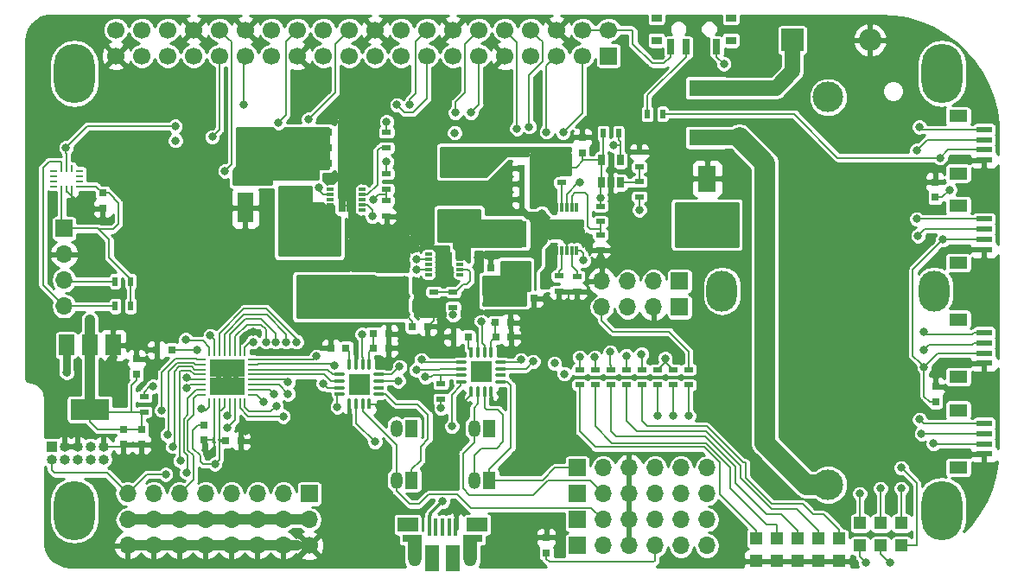
<source format=gbr>
G04 #@! TF.GenerationSoftware,KiCad,Pcbnew,(5.0.0)*
G04 #@! TF.CreationDate,2020-03-16T18:36:37-04:00*
G04 #@! TF.ProjectId,Temple_RPi_HAT,54656D706C655F5250695F4841542E6B,rev?*
G04 #@! TF.SameCoordinates,Original*
G04 #@! TF.FileFunction,Copper,L1,Top,Signal*
G04 #@! TF.FilePolarity,Positive*
%FSLAX46Y46*%
G04 Gerber Fmt 4.6, Leading zero omitted, Abs format (unit mm)*
G04 Created by KiCad (PCBNEW (5.0.0)) date 03/16/20 18:36:37*
%MOMM*%
%LPD*%
G01*
G04 APERTURE LIST*
G04 #@! TA.AperFunction,ComponentPad*
%ADD10O,1.700000X1.700000*%
G04 #@! TD*
G04 #@! TA.AperFunction,ComponentPad*
%ADD11R,1.700000X1.700000*%
G04 #@! TD*
G04 #@! TA.AperFunction,ComponentPad*
%ADD12C,1.700000*%
G04 #@! TD*
G04 #@! TA.AperFunction,SMDPad,CuDef*
%ADD13R,0.350000X0.825000*%
G04 #@! TD*
G04 #@! TA.AperFunction,BGAPad,CuDef*
%ADD14C,0.350000*%
G04 #@! TD*
G04 #@! TA.AperFunction,SMDPad,CuDef*
%ADD15R,0.825000X0.350000*%
G04 #@! TD*
G04 #@! TA.AperFunction,SMDPad,CuDef*
%ADD16R,2.100000X2.100000*%
G04 #@! TD*
G04 #@! TA.AperFunction,ComponentPad*
%ADD17C,0.600000*%
G04 #@! TD*
G04 #@! TA.AperFunction,ComponentPad*
%ADD18R,1.200000X1.700000*%
G04 #@! TD*
G04 #@! TA.AperFunction,ComponentPad*
%ADD19O,1.200000X1.700000*%
G04 #@! TD*
G04 #@! TA.AperFunction,SMDPad,CuDef*
%ADD20R,1.200000X1.200000*%
G04 #@! TD*
G04 #@! TA.AperFunction,SMDPad,CuDef*
%ADD21R,0.250000X0.675000*%
G04 #@! TD*
G04 #@! TA.AperFunction,SMDPad,CuDef*
%ADD22R,0.675000X0.250000*%
G04 #@! TD*
G04 #@! TA.AperFunction,WasherPad*
%ADD23O,4.000000X5.800000*%
G04 #@! TD*
G04 #@! TA.AperFunction,SMDPad,CuDef*
%ADD24R,0.305000X0.890000*%
G04 #@! TD*
G04 #@! TA.AperFunction,SMDPad,CuDef*
%ADD25R,0.940000X0.840000*%
G04 #@! TD*
G04 #@! TA.AperFunction,SMDPad,CuDef*
%ADD26R,3.500000X1.600000*%
G04 #@! TD*
G04 #@! TA.AperFunction,SMDPad,CuDef*
%ADD27R,3.500000X2.350000*%
G04 #@! TD*
G04 #@! TA.AperFunction,ComponentPad*
%ADD28R,2.200000X2.200000*%
G04 #@! TD*
G04 #@! TA.AperFunction,ComponentPad*
%ADD29O,2.200000X2.200000*%
G04 #@! TD*
G04 #@! TA.AperFunction,SMDPad,CuDef*
%ADD30R,0.650000X0.300000*%
G04 #@! TD*
G04 #@! TA.AperFunction,SMDPad,CuDef*
%ADD31R,0.775000X1.240000*%
G04 #@! TD*
G04 #@! TA.AperFunction,SMDPad,CuDef*
%ADD32R,1.800000X2.500000*%
G04 #@! TD*
G04 #@! TA.AperFunction,SMDPad,CuDef*
%ADD33R,0.700000X1.500000*%
G04 #@! TD*
G04 #@! TA.AperFunction,SMDPad,CuDef*
%ADD34R,1.000000X0.800000*%
G04 #@! TD*
G04 #@! TA.AperFunction,SMDPad,CuDef*
%ADD35R,0.650000X1.060000*%
G04 #@! TD*
G04 #@! TA.AperFunction,SMDPad,CuDef*
%ADD36R,3.800000X2.000000*%
G04 #@! TD*
G04 #@! TA.AperFunction,SMDPad,CuDef*
%ADD37R,1.500000X2.000000*%
G04 #@! TD*
G04 #@! TA.AperFunction,ComponentPad*
%ADD38C,3.000000*%
G04 #@! TD*
G04 #@! TA.AperFunction,ComponentPad*
%ADD39O,3.000000X4.000000*%
G04 #@! TD*
G04 #@! TA.AperFunction,SMDPad,CuDef*
%ADD40R,1.800000X1.200000*%
G04 #@! TD*
G04 #@! TA.AperFunction,SMDPad,CuDef*
%ADD41R,1.550000X0.600000*%
G04 #@! TD*
G04 #@! TA.AperFunction,SMDPad,CuDef*
%ADD42R,1.425000X2.500000*%
G04 #@! TD*
G04 #@! TA.AperFunction,SMDPad,CuDef*
%ADD43R,1.825000X0.700000*%
G04 #@! TD*
G04 #@! TA.AperFunction,ComponentPad*
%ADD44O,1.300000X3.150000*%
G04 #@! TD*
G04 #@! TA.AperFunction,SMDPad,CuDef*
%ADD45R,0.400000X1.750000*%
G04 #@! TD*
G04 #@! TA.AperFunction,ComponentPad*
%ADD46R,2.000000X1.400000*%
G04 #@! TD*
G04 #@! TA.AperFunction,ComponentPad*
%ADD47R,1.000000X1.000000*%
G04 #@! TD*
G04 #@! TA.AperFunction,ComponentPad*
%ADD48O,1.000000X1.000000*%
G04 #@! TD*
G04 #@! TA.AperFunction,SMDPad,CuDef*
%ADD49R,0.700000X0.250000*%
G04 #@! TD*
G04 #@! TA.AperFunction,SMDPad,CuDef*
%ADD50R,0.250000X0.700000*%
G04 #@! TD*
G04 #@! TA.AperFunction,SMDPad,CuDef*
%ADD51R,1.725000X1.725000*%
G04 #@! TD*
G04 #@! TA.AperFunction,SMDPad,CuDef*
%ADD52R,0.500000X0.900000*%
G04 #@! TD*
G04 #@! TA.AperFunction,SMDPad,CuDef*
%ADD53R,0.900000X0.500000*%
G04 #@! TD*
G04 #@! TA.AperFunction,SMDPad,CuDef*
%ADD54R,0.800000X0.750000*%
G04 #@! TD*
G04 #@! TA.AperFunction,SMDPad,CuDef*
%ADD55R,0.750000X0.800000*%
G04 #@! TD*
G04 #@! TA.AperFunction,SMDPad,CuDef*
%ADD56R,1.600000X3.000000*%
G04 #@! TD*
G04 #@! TA.AperFunction,ViaPad*
%ADD57C,0.800000*%
G04 #@! TD*
G04 #@! TA.AperFunction,Conductor*
%ADD58C,0.200000*%
G04 #@! TD*
G04 #@! TA.AperFunction,Conductor*
%ADD59C,1.000000*%
G04 #@! TD*
G04 #@! TA.AperFunction,Conductor*
%ADD60C,0.800000*%
G04 #@! TD*
G04 #@! TA.AperFunction,Conductor*
%ADD61C,0.300000*%
G04 #@! TD*
G04 #@! TA.AperFunction,Conductor*
%ADD62C,1.500000*%
G04 #@! TD*
G04 #@! TA.AperFunction,Conductor*
%ADD63C,2.000000*%
G04 #@! TD*
G04 #@! TA.AperFunction,Conductor*
%ADD64C,0.350000*%
G04 #@! TD*
G04 #@! TA.AperFunction,Conductor*
%ADD65C,0.254000*%
G04 #@! TD*
G04 APERTURE END LIST*
D10*
G04 #@! TO.P,J3,8*
G04 #@! TO.N,SERVO_8*
X80535000Y-172210000D03*
G04 #@! TO.P,J3,7*
G04 #@! TO.N,SERVO_7*
X83075000Y-172210000D03*
G04 #@! TO.P,J3,6*
G04 #@! TO.N,SERVO_6*
X85615000Y-172210000D03*
G04 #@! TO.P,J3,5*
G04 #@! TO.N,SERVO_5*
X88155000Y-172210000D03*
G04 #@! TO.P,J3,4*
G04 #@! TO.N,SERVO_4*
X90695000Y-172210000D03*
G04 #@! TO.P,J3,3*
G04 #@! TO.N,SERVO_3*
X93235000Y-172210000D03*
G04 #@! TO.P,J3,2*
G04 #@! TO.N,SERVO_2*
X95775000Y-172210000D03*
D11*
G04 #@! TO.P,J3,1*
G04 #@! TO.N,SERVO_1*
X98315000Y-172210000D03*
D10*
G04 #@! TO.P,J3,9*
G04 #@! TO.N,+5V*
X80535000Y-174750000D03*
X83075000Y-174750000D03*
X85615000Y-174750000D03*
X88155000Y-174750000D03*
X90695000Y-174750000D03*
X93235000Y-174750000D03*
X95775000Y-174750000D03*
X98315000Y-174750000D03*
D12*
G04 #@! TO.P,J3,10*
G04 #@! TO.N,GND*
X98315000Y-177290000D03*
D10*
X95775000Y-177290000D03*
X93235000Y-177290000D03*
X90695000Y-177290000D03*
X88155000Y-177290000D03*
X85615000Y-177290000D03*
X83075000Y-177290000D03*
X80535000Y-177290000D03*
G04 #@! TD*
D13*
G04 #@! TO.P,U10,1*
G04 #@! TO.N,GND*
X102254000Y-163478000D03*
D14*
X102254000Y-163065500D03*
D13*
G04 #@! TO.P,U10,2*
G04 #@! TO.N,MOTOR_OUT_NEG1*
X102904000Y-163478000D03*
D14*
X102904000Y-163065500D03*
D13*
G04 #@! TO.P,U10,3*
G04 #@! TO.N,MOTOR_OUT_NEG2*
X103554000Y-163478000D03*
D14*
X103554000Y-163065500D03*
D13*
G04 #@! TO.P,U10,4*
G04 #@! TO.N,GND*
X104204000Y-163478000D03*
D14*
X104204000Y-163065500D03*
D15*
G04 #@! TO.P,U10,5*
G04 #@! TO.N,MOTOR_OUT_POS2*
X105216500Y-162465500D03*
D14*
X104804000Y-162465500D03*
D15*
G04 #@! TO.P,U10,6*
G04 #@! TO.N,Net-(U10-Pad6)*
X105216500Y-161815500D03*
D14*
X104804000Y-161815500D03*
D15*
G04 #@! TO.P,U10,7*
G04 #@! TO.N,MOTOR2_POS*
X105216500Y-161165500D03*
D14*
X104804000Y-161165500D03*
D15*
G04 #@! TO.P,U10,8*
G04 #@! TO.N,MOTOR2_NEG*
X105216500Y-160515500D03*
D14*
X104804000Y-160515500D03*
D13*
G04 #@! TO.P,U10,9*
G04 #@! TO.N,Net-(C18-Pad1)*
X104204000Y-159503000D03*
D14*
X104204000Y-159915500D03*
D13*
G04 #@! TO.P,U10,10*
G04 #@! TO.N,+10V*
X103554000Y-159503000D03*
D14*
X103554000Y-159915500D03*
D13*
G04 #@! TO.P,U10,11*
G04 #@! TO.N,GND*
X102904000Y-159503000D03*
D14*
X102904000Y-159915500D03*
D13*
G04 #@! TO.P,U10,12*
G04 #@! TO.N,Net-(C16-Pad1)*
X102254000Y-159503000D03*
D14*
X102254000Y-159915500D03*
D15*
G04 #@! TO.P,U10,13*
G04 #@! TO.N,MOTOR1_NEG*
X101241500Y-160515500D03*
D14*
X101654000Y-160515500D03*
D15*
G04 #@! TO.P,U10,14*
G04 #@! TO.N,MOTOR1_POS*
X101241500Y-161165500D03*
D14*
X101654000Y-161165500D03*
D15*
G04 #@! TO.P,U10,15*
G04 #@! TO.N,MOTOR_EN*
X101241500Y-161815500D03*
D14*
X101654000Y-161815500D03*
D15*
G04 #@! TO.P,U10,16*
G04 #@! TO.N,MOTOR_OUT_POS1*
X101241500Y-162465500D03*
D14*
X101654000Y-162465500D03*
D16*
G04 #@! TO.P,U10,17*
G04 #@! TO.N,GND*
X103229000Y-161490500D03*
D17*
X103229000Y-161490500D03*
X102479000Y-162240500D03*
X102479000Y-160740500D03*
X103979000Y-162240500D03*
X103979000Y-160740500D03*
G04 #@! TD*
D18*
G04 #@! TO.P,M1,1*
G04 #@! TO.N,MOTOR_OUT_POS1*
X108361000Y-165797000D03*
D19*
G04 #@! TO.P,M1,2*
G04 #@! TO.N,MOTOR_OUT_NEG1*
X106861000Y-165797000D03*
G04 #@! TD*
D18*
G04 #@! TO.P,M2,1*
G04 #@! TO.N,MOTOR_OUT_POS2*
X108361000Y-170877000D03*
D19*
G04 #@! TO.P,M2,2*
G04 #@! TO.N,MOTOR_OUT_NEG2*
X106861000Y-170877000D03*
G04 #@! TD*
D20*
G04 #@! TO.P,D1,2*
G04 #@! TO.N,+3V3*
X156315000Y-175090000D03*
G04 #@! TO.P,D1,1*
G04 #@! TO.N,Net-(D1-Pad1)*
X156315000Y-177290000D03*
G04 #@! TD*
D21*
G04 #@! TO.P,U1,13*
G04 #@! TO.N,SCL*
X74565000Y-140317500D03*
G04 #@! TO.P,U1,14*
G04 #@! TO.N,SDA*
X74065000Y-140317500D03*
G04 #@! TO.P,U1,12*
G04 #@! TO.N,N/C*
X75065000Y-140317500D03*
G04 #@! TO.P,U1,5*
G04 #@! TO.N,+3V3*
X74065000Y-142342500D03*
G04 #@! TO.P,U1,6*
G04 #@! TO.N,GND*
X74565000Y-142342500D03*
G04 #@! TO.P,U1,7*
X75065000Y-142342500D03*
D22*
G04 #@! TO.P,U1,1*
G04 #@! TO.N,N/C*
X73302500Y-140580000D03*
G04 #@! TO.P,U1,2*
X73302500Y-141080000D03*
G04 #@! TO.P,U1,3*
X73302500Y-141580000D03*
G04 #@! TO.P,U1,4*
X73302500Y-142080000D03*
G04 #@! TO.P,U1,8*
G04 #@! TO.N,+3V3*
X75827500Y-142080000D03*
G04 #@! TO.P,U1,9*
G04 #@! TO.N,N/C*
X75827500Y-141580000D03*
G04 #@! TO.P,U1,10*
X75827500Y-141080000D03*
G04 #@! TO.P,U1,11*
X75827500Y-140580000D03*
G04 #@! TD*
D11*
G04 #@! TO.P,J1,1*
G04 #@! TO.N,+5V*
X134606000Y-151382000D03*
D10*
G04 #@! TO.P,J1,2*
G04 #@! TO.N,RX*
X132066000Y-151382000D03*
G04 #@! TO.P,J1,3*
G04 #@! TO.N,TX*
X129526000Y-151382000D03*
G04 #@! TO.P,J1,4*
G04 #@! TO.N,GND*
X126986000Y-151382000D03*
G04 #@! TD*
D23*
G04 #@! TO.P,MK1,*
G04 #@! TO.N,*
X75320000Y-173830000D03*
X75320000Y-131030000D03*
X160320000Y-173830000D03*
X160320000Y-131030000D03*
G04 #@! TD*
D24*
G04 #@! TO.P,U6,1*
G04 #@! TO.N,V_CHARGE*
X122535000Y-148355000D03*
G04 #@! TO.P,U6,2*
G04 #@! TO.N,Net-(R35-Pad1)*
X123035000Y-148355000D03*
G04 #@! TO.P,U6,3*
G04 #@! TO.N,GND*
X123535000Y-148355000D03*
G04 #@! TO.P,U6,4*
G04 #@! TO.N,Net-(R36-Pad1)*
X124035000Y-148355000D03*
G04 #@! TO.P,U6,5*
G04 #@! TO.N,PG*
X124535000Y-148355000D03*
G04 #@! TO.P,U6,6*
G04 #@! TO.N,N/C*
X124535000Y-144145000D03*
G04 #@! TO.P,U6,7*
G04 #@! TO.N,Net-(R39-Pad1)*
X124035000Y-144145000D03*
G04 #@! TO.P,U6,8*
G04 #@! TO.N,CHG*
X123535000Y-144145000D03*
G04 #@! TO.P,U6,9*
G04 #@! TO.N,Net-(R40-Pad2)*
X123035000Y-144145000D03*
G04 #@! TO.P,U6,10*
G04 #@! TO.N,+BATT*
X122535000Y-144145000D03*
D25*
G04 #@! TO.P,U6,11*
G04 #@! TO.N,GND*
X124005000Y-145830000D03*
X123065000Y-145830000D03*
X124005000Y-146670000D03*
X123065000Y-146670000D03*
G04 #@! TD*
D20*
G04 #@! TO.P,D6,2*
G04 #@! TO.N,Net-(D6-Pad2)*
X146155000Y-176614000D03*
G04 #@! TO.P,D6,1*
G04 #@! TO.N,GND*
X146155000Y-178814000D03*
G04 #@! TD*
G04 #@! TO.P,D7,2*
G04 #@! TO.N,Net-(D7-Pad2)*
X144123000Y-176614000D03*
G04 #@! TO.P,D7,1*
G04 #@! TO.N,GND*
X144123000Y-178814000D03*
G04 #@! TD*
G04 #@! TO.P,D9,2*
G04 #@! TO.N,Net-(D9-Pad2)*
X142091000Y-176614000D03*
G04 #@! TO.P,D9,1*
G04 #@! TO.N,GND*
X142091000Y-178814000D03*
G04 #@! TD*
G04 #@! TO.P,D10,2*
G04 #@! TO.N,Net-(D10-Pad2)*
X150219000Y-176614000D03*
G04 #@! TO.P,D10,1*
G04 #@! TO.N,GND*
X150219000Y-178814000D03*
G04 #@! TD*
D26*
G04 #@! TO.P,F1,1*
G04 #@! TO.N,Net-(F1-Pad1)*
X137265000Y-132432000D03*
G04 #@! TO.P,F1,2*
G04 #@! TO.N,Net-(BH1-Pad2)*
X137265000Y-137312000D03*
G04 #@! TD*
D27*
G04 #@! TO.P,L1,1*
G04 #@! TO.N,+5V*
X99292000Y-153287000D03*
G04 #@! TO.P,L1,2*
G04 #@! TO.N,Net-(D4-Pad2)*
X99292000Y-147237000D03*
G04 #@! TD*
G04 #@! TO.P,L2,1*
G04 #@! TO.N,+BATT*
X113135000Y-139761500D03*
G04 #@! TO.P,L2,2*
G04 #@! TO.N,Net-(D5-Pad2)*
X113135000Y-145811500D03*
G04 #@! TD*
D18*
G04 #@! TO.P,M3,1*
G04 #@! TO.N,MOTOR_OUT_POS3*
X115981000Y-165797000D03*
D19*
G04 #@! TO.P,M3,2*
G04 #@! TO.N,MOTOR_OUT_NEG3*
X114481000Y-165797000D03*
G04 #@! TD*
D28*
G04 #@! TO.P,SW1,1*
G04 #@! TO.N,Net-(F1-Pad1)*
X145647000Y-127760000D03*
D29*
G04 #@! TO.P,SW1,2*
G04 #@! TO.N,GND*
X153267000Y-127760000D03*
G04 #@! TD*
D30*
G04 #@! TO.P,U4,1*
G04 #@! TO.N,N/C*
X100402500Y-142396000D03*
G04 #@! TO.P,U4,2*
G04 #@! TO.N,Net-(R30-Pad1)*
X100402500Y-142896000D03*
G04 #@! TO.P,U4,3*
G04 #@! TO.N,N/C*
X100402500Y-143396000D03*
G04 #@! TO.P,U4,4*
G04 #@! TO.N,Net-(D4-Pad2)*
X100402500Y-143896000D03*
G04 #@! TO.P,U4,5*
X100402500Y-144396000D03*
G04 #@! TO.P,U4,6*
G04 #@! TO.N,N/C*
X103502500Y-144396000D03*
G04 #@! TO.P,U4,7*
G04 #@! TO.N,+5V*
X103502500Y-143896000D03*
G04 #@! TO.P,U4,8*
G04 #@! TO.N,N/C*
X103502500Y-143396000D03*
G04 #@! TO.P,U4,9*
G04 #@! TO.N,Net-(R37-Pad2)*
X103502500Y-142896000D03*
G04 #@! TO.P,U4,10*
G04 #@! TO.N,N/C*
X103502500Y-142396000D03*
D31*
G04 #@! TO.P,U4,11*
G04 #@! TO.N,GND*
X102340000Y-144016000D03*
X102340000Y-142776000D03*
X101565000Y-144016000D03*
X101565000Y-142776000D03*
G04 #@! TD*
D30*
G04 #@! TO.P,U5,1*
G04 #@! TO.N,N/C*
X113097500Y-150731000D03*
G04 #@! TO.P,U5,2*
G04 #@! TO.N,Net-(R32-Pad1)*
X113097500Y-150231000D03*
G04 #@! TO.P,U5,3*
G04 #@! TO.N,N/C*
X113097500Y-149731000D03*
G04 #@! TO.P,U5,4*
G04 #@! TO.N,Net-(D5-Pad2)*
X113097500Y-149231000D03*
G04 #@! TO.P,U5,5*
X113097500Y-148731000D03*
G04 #@! TO.P,U5,6*
G04 #@! TO.N,N/C*
X109997500Y-148731000D03*
G04 #@! TO.P,U5,7*
G04 #@! TO.N,+BATT*
X109997500Y-149231000D03*
G04 #@! TO.P,U5,8*
G04 #@! TO.N,N/C*
X109997500Y-149731000D03*
G04 #@! TO.P,U5,9*
G04 #@! TO.N,BATTERY_ENABLE*
X109997500Y-150231000D03*
G04 #@! TO.P,U5,10*
G04 #@! TO.N,N/C*
X109997500Y-150731000D03*
D31*
G04 #@! TO.P,U5,11*
G04 #@! TO.N,GND*
X111160000Y-149111000D03*
X111160000Y-150351000D03*
X111935000Y-149111000D03*
X111935000Y-150351000D03*
G04 #@! TD*
D18*
G04 #@! TO.P,M4,1*
G04 #@! TO.N,MOTOR_OUT_POS4*
X115981000Y-170877000D03*
D19*
G04 #@! TO.P,M4,2*
G04 #@! TO.N,MOTOR_OUT_NEG4*
X114481000Y-170877000D03*
G04 #@! TD*
D20*
G04 #@! TO.P,D2,2*
G04 #@! TO.N,Net-(D2-Pad2)*
X152251000Y-175090000D03*
G04 #@! TO.P,D2,1*
G04 #@! TO.N,CHG*
X152251000Y-177290000D03*
G04 #@! TD*
G04 #@! TO.P,D3,2*
G04 #@! TO.N,Net-(D3-Pad2)*
X154283000Y-175090000D03*
G04 #@! TO.P,D3,1*
G04 #@! TO.N,PG*
X154283000Y-177290000D03*
G04 #@! TD*
D32*
G04 #@! TO.P,D4,1*
G04 #@! TO.N,+10V*
X97006000Y-139508000D03*
G04 #@! TO.P,D4,2*
G04 #@! TO.N,Net-(D4-Pad2)*
X97006000Y-143508000D03*
G04 #@! TD*
G04 #@! TO.P,D5,1*
G04 #@! TO.N,+5V*
X118723000Y-150810000D03*
G04 #@! TO.P,D5,2*
G04 #@! TO.N,Net-(D5-Pad2)*
X118723000Y-146810000D03*
G04 #@! TD*
G04 #@! TO.P,D8,1*
G04 #@! TO.N,+BATT*
X137315000Y-145330000D03*
G04 #@! TO.P,D8,2*
G04 #@! TO.N,GND*
X137315000Y-141330000D03*
G04 #@! TD*
D11*
G04 #@! TO.P,J2,1*
G04 #@! TO.N,+3V3*
X134606000Y-153922000D03*
D10*
G04 #@! TO.P,J2,2*
G04 #@! TO.N,GND*
X132066000Y-153922000D03*
G04 #@! TO.P,J2,3*
G04 #@! TO.N,SCL*
X129526000Y-153922000D03*
G04 #@! TO.P,J2,4*
G04 #@! TO.N,SDA*
X126986000Y-153922000D03*
G04 #@! TD*
D11*
G04 #@! TO.P,J4,1*
G04 #@! TO.N,MOTOR_OUT_POS1*
X124565000Y-177290000D03*
D10*
G04 #@! TO.P,J4,2*
G04 #@! TO.N,MOTOR_OUT_NEG1*
X127105000Y-177290000D03*
G04 #@! TO.P,J4,3*
G04 #@! TO.N,GND*
X129645000Y-177290000D03*
G04 #@! TO.P,J4,4*
G04 #@! TO.N,ENC_PWR*
X132185000Y-177290000D03*
G04 #@! TO.P,J4,5*
G04 #@! TO.N,QEP_1A*
X134725000Y-177290000D03*
G04 #@! TO.P,J4,6*
G04 #@! TO.N,QEP_1B*
X137265000Y-177290000D03*
G04 #@! TD*
D11*
G04 #@! TO.P,J5,1*
G04 #@! TO.N,MOTOR_OUT_POS2*
X124565000Y-174750000D03*
D10*
G04 #@! TO.P,J5,2*
G04 #@! TO.N,MOTOR_OUT_NEG2*
X127105000Y-174750000D03*
G04 #@! TO.P,J5,3*
G04 #@! TO.N,GND*
X129645000Y-174750000D03*
G04 #@! TO.P,J5,4*
G04 #@! TO.N,ENC_PWR*
X132185000Y-174750000D03*
G04 #@! TO.P,J5,5*
G04 #@! TO.N,QEP_2A*
X134725000Y-174750000D03*
G04 #@! TO.P,J5,6*
G04 #@! TO.N,QEP_2B*
X137265000Y-174750000D03*
G04 #@! TD*
D11*
G04 #@! TO.P,J6,1*
G04 #@! TO.N,MOTOR_OUT_POS3*
X124565000Y-172210000D03*
D10*
G04 #@! TO.P,J6,2*
G04 #@! TO.N,MOTOR_OUT_NEG3*
X127105000Y-172210000D03*
G04 #@! TO.P,J6,3*
G04 #@! TO.N,GND*
X129645000Y-172210000D03*
G04 #@! TO.P,J6,4*
G04 #@! TO.N,ENC_PWR*
X132185000Y-172210000D03*
G04 #@! TO.P,J6,5*
G04 #@! TO.N,QEP_3A*
X134725000Y-172210000D03*
G04 #@! TO.P,J6,6*
G04 #@! TO.N,QEP_3B*
X137265000Y-172210000D03*
G04 #@! TD*
D11*
G04 #@! TO.P,J7,1*
G04 #@! TO.N,MOTOR_OUT_POS4*
X124565000Y-169670000D03*
D10*
G04 #@! TO.P,J7,2*
G04 #@! TO.N,MOTOR_OUT_NEG4*
X127105000Y-169670000D03*
G04 #@! TO.P,J7,3*
G04 #@! TO.N,GND*
X129645000Y-169670000D03*
G04 #@! TO.P,J7,4*
G04 #@! TO.N,ENC_PWR*
X132185000Y-169670000D03*
G04 #@! TO.P,J7,5*
G04 #@! TO.N,QEP_4A*
X134725000Y-169670000D03*
G04 #@! TO.P,J7,6*
G04 #@! TO.N,QEP_4B*
X137265000Y-169670000D03*
G04 #@! TD*
D11*
G04 #@! TO.P,LCD1,1*
G04 #@! TO.N,+3V3*
X74315000Y-146210000D03*
D10*
G04 #@! TO.P,LCD1,2*
G04 #@! TO.N,GND*
X74315000Y-148750000D03*
G04 #@! TO.P,LCD1,3*
G04 #@! TO.N,SCL*
X74315000Y-151290000D03*
G04 #@! TO.P,LCD1,4*
G04 #@! TO.N,SDA*
X74315000Y-153830000D03*
G04 #@! TD*
D12*
G04 #@! TO.P,rpi_Header1,20*
G04 #@! TO.N,GND*
X104790000Y-126760000D03*
G04 #@! TO.P,rpi_Header1,18*
G04 #@! TO.N,N/C*
X107330000Y-126760000D03*
G04 #@! TO.P,rpi_Header1,16*
G04 #@! TO.N,QEP_1B*
X109870000Y-126760000D03*
G04 #@! TO.P,rpi_Header1,14*
G04 #@! TO.N,GND*
X112410000Y-126760000D03*
G04 #@! TO.P,rpi_Header1,12*
G04 #@! TO.N,QEP_2B*
X114950000Y-126760000D03*
G04 #@! TO.P,rpi_Header1,10*
G04 #@! TO.N,TX*
X117490000Y-126760000D03*
G04 #@! TO.P,rpi_Header1,8*
G04 #@! TO.N,RX*
X120030000Y-126760000D03*
G04 #@! TO.P,rpi_Header1,6*
G04 #@! TO.N,GND*
X122570000Y-126760000D03*
G04 #@! TO.P,rpi_Header1,4*
G04 #@! TO.N,+5V*
X125110000Y-126760000D03*
G04 #@! TO.P,rpi_Header1,2*
X127650000Y-126760000D03*
D11*
G04 #@! TO.P,rpi_Header1,1*
G04 #@! TO.N,PI_3.3V*
X127650000Y-129300000D03*
D12*
G04 #@! TO.P,rpi_Header1,3*
G04 #@! TO.N,SDA*
X125110000Y-129300000D03*
G04 #@! TO.P,rpi_Header1,5*
G04 #@! TO.N,SCL*
X122570000Y-129300000D03*
G04 #@! TO.P,rpi_Header1,7*
G04 #@! TO.N,N/C*
X120030000Y-129300000D03*
G04 #@! TO.P,rpi_Header1,9*
G04 #@! TO.N,GND*
X117490000Y-129300000D03*
G04 #@! TO.P,rpi_Header1,11*
G04 #@! TO.N,QEP_2A*
X114950000Y-129300000D03*
G04 #@! TO.P,rpi_Header1,13*
G04 #@! TO.N,QEP_3B*
X112410000Y-129300000D03*
G04 #@! TO.P,rpi_Header1,15*
G04 #@! TO.N,QEP_1A*
X109870000Y-129300000D03*
G04 #@! TO.P,rpi_Header1,17*
G04 #@! TO.N,PI_3.3V*
X107330000Y-129300000D03*
G04 #@! TO.P,rpi_Header1,19*
G04 #@! TO.N,N/C*
X104790000Y-129300000D03*
G04 #@! TO.P,rpi_Header1,21*
X102250000Y-129300000D03*
G04 #@! TO.P,rpi_Header1,22*
G04 #@! TO.N,Prog_LED0*
X102250000Y-126760000D03*
G04 #@! TO.P,rpi_Header1,23*
G04 #@! TO.N,N/C*
X99710000Y-129300000D03*
G04 #@! TO.P,rpi_Header1,24*
X99710000Y-126760000D03*
G04 #@! TO.P,rpi_Header1,25*
G04 #@! TO.N,GND*
X97170000Y-129300000D03*
G04 #@! TO.P,rpi_Header1,26*
G04 #@! TO.N,IR*
X97170000Y-126760000D03*
G04 #@! TO.P,rpi_Header1,27*
G04 #@! TO.N,N/C*
X94630000Y-129300000D03*
G04 #@! TO.P,rpi_Header1,28*
X94630000Y-126760000D03*
G04 #@! TO.P,rpi_Header1,29*
G04 #@! TO.N,QEP_4A*
X92090000Y-129300000D03*
G04 #@! TO.P,rpi_Header1,30*
G04 #@! TO.N,GND*
X92090000Y-126760000D03*
G04 #@! TO.P,rpi_Header1,31*
G04 #@! TO.N,QEP_4B*
X89550000Y-129300000D03*
G04 #@! TO.P,rpi_Header1,32*
G04 #@! TO.N,MOTOR_EN*
X89550000Y-126760000D03*
G04 #@! TO.P,rpi_Header1,33*
G04 #@! TO.N,N/C*
X87010000Y-129300000D03*
G04 #@! TO.P,rpi_Header1,34*
G04 #@! TO.N,GND*
X87010000Y-126760000D03*
G04 #@! TO.P,rpi_Header1,35*
G04 #@! TO.N,N/C*
X84470000Y-129300000D03*
G04 #@! TO.P,rpi_Header1,36*
X84470000Y-126760000D03*
G04 #@! TO.P,rpi_Header1,37*
G04 #@! TO.N,QEP_3A*
X81930000Y-129300000D03*
G04 #@! TO.P,rpi_Header1,38*
G04 #@! TO.N,N/C*
X81930000Y-126760000D03*
G04 #@! TO.P,rpi_Header1,39*
G04 #@! TO.N,GND*
X79390000Y-129300000D03*
G04 #@! TO.P,rpi_Header1,40*
G04 #@! TO.N,N/C*
X79390000Y-126760000D03*
G04 #@! TD*
D33*
G04 #@! TO.P,SW2,1*
G04 #@! TO.N,+3V3*
X138245000Y-128428000D03*
G04 #@! TO.P,SW2,2*
G04 #@! TO.N,Net-(R48-Pad1)*
X135245000Y-128428000D03*
G04 #@! TO.P,SW2,3*
G04 #@! TO.N,+5V*
X133745000Y-128428000D03*
D34*
G04 #@! TO.P,SW2,*
G04 #@! TO.N,*
X139645000Y-125568000D03*
X132345000Y-125568000D03*
X132345000Y-127778000D03*
X139645000Y-127778000D03*
G04 #@! TD*
D35*
G04 #@! TO.P,U7,1*
G04 #@! TO.N,+BATT*
X126917000Y-141730000D03*
G04 #@! TO.P,U7,2*
G04 #@! TO.N,GND*
X127867000Y-141730000D03*
G04 #@! TO.P,U7,3*
G04 #@! TO.N,Net-(R44-Pad1)*
X128817000Y-141730000D03*
G04 #@! TO.P,U7,4*
G04 #@! TO.N,BATTERY_ENABLE*
X128817000Y-139530000D03*
G04 #@! TO.P,U7,5*
G04 #@! TO.N,+BATT*
X126917000Y-139530000D03*
G04 #@! TD*
D36*
G04 #@! TO.P,U8,2*
G04 #@! TO.N,+3V3*
X76815000Y-163930000D03*
D37*
X76815000Y-157630000D03*
G04 #@! TO.P,U8,3*
G04 #@! TO.N,+5V*
X74515000Y-157630000D03*
G04 #@! TO.P,U8,1*
G04 #@! TO.N,GND*
X79115000Y-157630000D03*
G04 #@! TD*
D13*
G04 #@! TO.P,U9,1*
G04 #@! TO.N,GND*
X114192000Y-162259500D03*
D14*
X114192000Y-161847000D03*
D13*
G04 #@! TO.P,U9,2*
G04 #@! TO.N,MOTOR_OUT_NEG3*
X114842000Y-162259500D03*
D14*
X114842000Y-161847000D03*
D13*
G04 #@! TO.P,U9,3*
G04 #@! TO.N,MOTOR_OUT_NEG4*
X115492000Y-162259500D03*
D14*
X115492000Y-161847000D03*
D13*
G04 #@! TO.P,U9,4*
G04 #@! TO.N,GND*
X116142000Y-162259500D03*
D14*
X116142000Y-161847000D03*
D15*
G04 #@! TO.P,U9,5*
G04 #@! TO.N,MOTOR_OUT_POS4*
X117154500Y-161247000D03*
D14*
X116742000Y-161247000D03*
D15*
G04 #@! TO.P,U9,6*
G04 #@! TO.N,Net-(U9-Pad6)*
X117154500Y-160597000D03*
D14*
X116742000Y-160597000D03*
D15*
G04 #@! TO.P,U9,7*
G04 #@! TO.N,MOTOR4_POS*
X117154500Y-159947000D03*
D14*
X116742000Y-159947000D03*
D15*
G04 #@! TO.P,U9,8*
G04 #@! TO.N,MOTOR4_NEG*
X117154500Y-159297000D03*
D14*
X116742000Y-159297000D03*
D13*
G04 #@! TO.P,U9,9*
G04 #@! TO.N,Net-(C17-Pad1)*
X116142000Y-158284500D03*
D14*
X116142000Y-158697000D03*
D13*
G04 #@! TO.P,U9,10*
G04 #@! TO.N,+10V*
X115492000Y-158284500D03*
D14*
X115492000Y-158697000D03*
D13*
G04 #@! TO.P,U9,11*
G04 #@! TO.N,GND*
X114842000Y-158284500D03*
D14*
X114842000Y-158697000D03*
D13*
G04 #@! TO.P,U9,12*
G04 #@! TO.N,Net-(C15-Pad1)*
X114192000Y-158284500D03*
D14*
X114192000Y-158697000D03*
D15*
G04 #@! TO.P,U9,13*
G04 #@! TO.N,MOTOR3_NEG*
X113179500Y-159297000D03*
D14*
X113592000Y-159297000D03*
D15*
G04 #@! TO.P,U9,14*
G04 #@! TO.N,MOTOR3_POS*
X113179500Y-159947000D03*
D14*
X113592000Y-159947000D03*
D15*
G04 #@! TO.P,U9,15*
G04 #@! TO.N,MOTOR_EN*
X113179500Y-160597000D03*
D14*
X113592000Y-160597000D03*
D15*
G04 #@! TO.P,U9,16*
G04 #@! TO.N,MOTOR_OUT_POS3*
X113179500Y-161247000D03*
D14*
X113592000Y-161247000D03*
D16*
G04 #@! TO.P,U9,17*
G04 #@! TO.N,GND*
X115167000Y-160272000D03*
D17*
X115167000Y-160272000D03*
X114417000Y-161022000D03*
X114417000Y-159522000D03*
X115917000Y-161022000D03*
X115917000Y-159522000D03*
G04 #@! TD*
D38*
G04 #@! TO.P,BH1,2*
G04 #@! TO.N,Net-(BH1-Pad2)*
X149165000Y-171315000D03*
G04 #@! TO.P,BH1,1*
G04 #@! TO.N,+BATT*
X149165000Y-133345000D03*
D39*
G04 #@! TO.P,BH1,*
G04 #@! TO.N,*
X159565000Y-152330000D03*
X138765000Y-152330000D03*
G04 #@! TD*
D40*
G04 #@! TO.P,EN1,*
G04 #@! TO.N,*
X161909636Y-164016810D03*
X161909636Y-169616810D03*
D41*
G04 #@! TO.P,EN1,4*
G04 #@! TO.N,QEP_1B*
X164434636Y-165316810D03*
G04 #@! TO.P,EN1,3*
G04 #@! TO.N,QEP_1A*
X164434636Y-166316810D03*
G04 #@! TO.P,EN1,2*
G04 #@! TO.N,ENC_PWR*
X164434636Y-167316810D03*
G04 #@! TO.P,EN1,1*
G04 #@! TO.N,GND*
X164434636Y-168316810D03*
G04 #@! TD*
D40*
G04 #@! TO.P,EN2,*
G04 #@! TO.N,*
X161909636Y-155126810D03*
X161909636Y-160726810D03*
D41*
G04 #@! TO.P,EN2,4*
G04 #@! TO.N,QEP_2B*
X164434636Y-156426810D03*
G04 #@! TO.P,EN2,3*
G04 #@! TO.N,QEP_2A*
X164434636Y-157426810D03*
G04 #@! TO.P,EN2,2*
G04 #@! TO.N,ENC_PWR*
X164434636Y-158426810D03*
G04 #@! TO.P,EN2,1*
G04 #@! TO.N,GND*
X164434636Y-159426810D03*
G04 #@! TD*
D40*
G04 #@! TO.P,EN3,*
G04 #@! TO.N,*
X161909636Y-143986810D03*
X161909636Y-149586810D03*
D41*
G04 #@! TO.P,EN3,4*
G04 #@! TO.N,QEP_3B*
X164434636Y-145286810D03*
G04 #@! TO.P,EN3,3*
G04 #@! TO.N,QEP_3A*
X164434636Y-146286810D03*
G04 #@! TO.P,EN3,2*
G04 #@! TO.N,ENC_PWR*
X164434636Y-147286810D03*
G04 #@! TO.P,EN3,1*
G04 #@! TO.N,GND*
X164434636Y-148286810D03*
G04 #@! TD*
D40*
G04 #@! TO.P,EN4,*
G04 #@! TO.N,*
X161909636Y-135211810D03*
X161909636Y-140811810D03*
D41*
G04 #@! TO.P,EN4,4*
G04 #@! TO.N,QEP_4B*
X164434636Y-136511810D03*
G04 #@! TO.P,EN4,3*
G04 #@! TO.N,QEP_4A*
X164434636Y-137511810D03*
G04 #@! TO.P,EN4,2*
G04 #@! TO.N,ENC_PWR*
X164434636Y-138511810D03*
G04 #@! TO.P,EN4,1*
G04 #@! TO.N,GND*
X164434636Y-139511810D03*
G04 #@! TD*
D42*
G04 #@! TO.P,J8,SH*
G04 #@! TO.N,N/C*
X110376000Y-178532000D03*
D43*
X114366000Y-176572000D03*
D44*
X114101000Y-177802000D03*
D45*
G04 #@! TO.P,J8,5*
G04 #@! TO.N,GND*
X112676000Y-175457000D03*
G04 #@! TO.P,J8,4*
G04 #@! TO.N,N/C*
X112026000Y-175457000D03*
G04 #@! TO.P,J8,3*
X111376000Y-175457000D03*
G04 #@! TO.P,J8,2*
X110726000Y-175457000D03*
D46*
G04 #@! TO.P,J8,SH*
X114801000Y-175252000D03*
D45*
G04 #@! TO.P,J8,1*
G04 #@! TO.N,V_CHARGE*
X110076000Y-175457000D03*
D46*
G04 #@! TO.P,J8,SH*
G04 #@! TO.N,N/C*
X107951000Y-175252000D03*
D44*
X108651000Y-177802000D03*
D43*
X108386000Y-176572000D03*
D42*
X112376000Y-178532000D03*
G04 #@! TD*
D20*
G04 #@! TO.P,D11,2*
G04 #@! TO.N,Net-(D11-Pad2)*
X148187000Y-176614000D03*
G04 #@! TO.P,D11,1*
G04 #@! TO.N,GND*
X148187000Y-178814000D03*
G04 #@! TD*
D47*
G04 #@! TO.P,J9,1*
G04 #@! TO.N,+3V3*
X73065000Y-167580000D03*
D48*
G04 #@! TO.P,J9,2*
G04 #@! TO.N,SERVO_8*
X73065000Y-168850000D03*
G04 #@! TO.P,J9,3*
G04 #@! TO.N,GND*
X74335000Y-167580000D03*
G04 #@! TO.P,J9,4*
G04 #@! TO.N,SERVO_7*
X74335000Y-168850000D03*
G04 #@! TO.P,J9,5*
G04 #@! TO.N,GND*
X75605000Y-167580000D03*
G04 #@! TO.P,J9,6*
G04 #@! TO.N,N/C*
X75605000Y-168850000D03*
G04 #@! TO.P,J9,7*
X76875000Y-167580000D03*
G04 #@! TO.P,J9,8*
X76875000Y-168850000D03*
G04 #@! TO.P,J9,9*
G04 #@! TO.N,GND*
X78145000Y-167580000D03*
G04 #@! TO.P,J9,10*
G04 #@! TO.N,ARM_RST*
X78145000Y-168850000D03*
G04 #@! TD*
D49*
G04 #@! TO.P,U2,1*
G04 #@! TO.N,QEP_1A*
X92675000Y-162530000D03*
G04 #@! TO.P,U2,2*
G04 #@! TO.N,QEP_1B*
X92675000Y-162030000D03*
G04 #@! TO.P,U2,3*
G04 #@! TO.N,QEP_2A*
X92675000Y-161530000D03*
G04 #@! TO.P,U2,4*
G04 #@! TO.N,QEP_2B*
X92675000Y-161030000D03*
G04 #@! TO.P,U2,5*
G04 #@! TO.N,MOTOR1_POS*
X92675000Y-160530000D03*
G04 #@! TO.P,U2,6*
G04 #@! TO.N,MOTOR1_NEG*
X92675000Y-160030000D03*
G04 #@! TO.P,U2,7*
G04 #@! TO.N,MOTOR2_POS*
X92675000Y-159530000D03*
G04 #@! TO.P,U2,8*
G04 #@! TO.N,MOTOR2_NEG*
X92675000Y-159030000D03*
D50*
G04 #@! TO.P,U2,9*
G04 #@! TO.N,+3V3*
X92025000Y-158380000D03*
G04 #@! TO.P,U2,10*
G04 #@! TO.N,GND*
X91525000Y-158380000D03*
G04 #@! TO.P,U2,11*
G04 #@! TO.N,MOTOR3_POS*
X91025000Y-158380000D03*
G04 #@! TO.P,U2,12*
G04 #@! TO.N,MOTOR3_NEG*
X90525000Y-158380000D03*
G04 #@! TO.P,U2,13*
G04 #@! TO.N,MOTOR4_POS*
X90025000Y-158380000D03*
G04 #@! TO.P,U2,14*
G04 #@! TO.N,MOTOR4_NEG*
X89525000Y-158380000D03*
G04 #@! TO.P,U2,15*
G04 #@! TO.N,QEP_3A*
X89025000Y-158380000D03*
G04 #@! TO.P,U2,16*
G04 #@! TO.N,QEP_3B*
X88525000Y-158380000D03*
D49*
G04 #@! TO.P,U2,17*
G04 #@! TO.N,SERVO_1*
X87875000Y-159030000D03*
G04 #@! TO.P,U2,18*
G04 #@! TO.N,SERVO_2*
X87875000Y-159530000D03*
G04 #@! TO.P,U2,19*
G04 #@! TO.N,SERVO_3*
X87875000Y-160030000D03*
G04 #@! TO.P,U2,20*
G04 #@! TO.N,SERVO_4*
X87875000Y-160530000D03*
G04 #@! TO.P,U2,21*
G04 #@! TO.N,SDA*
X87875000Y-161030000D03*
G04 #@! TO.P,U2,22*
G04 #@! TO.N,SCL*
X87875000Y-161530000D03*
G04 #@! TO.P,U2,23*
G04 #@! TO.N,SERVO_5*
X87875000Y-162030000D03*
G04 #@! TO.P,U2,24*
G04 #@! TO.N,SERVO_6*
X87875000Y-162530000D03*
D50*
G04 #@! TO.P,U2,25*
G04 #@! TO.N,ARM_RST*
X88525000Y-163180000D03*
G04 #@! TO.P,U2,26*
G04 #@! TO.N,GND*
X89025000Y-163180000D03*
G04 #@! TO.P,U2,27*
G04 #@! TO.N,+3V3*
X89525000Y-163180000D03*
G04 #@! TO.P,U2,28*
X90025000Y-163180000D03*
G04 #@! TO.P,U2,29*
G04 #@! TO.N,SERVO_7*
X90525000Y-163180000D03*
G04 #@! TO.P,U2,30*
G04 #@! TO.N,SERVO_8*
X91025000Y-163180000D03*
G04 #@! TO.P,U2,31*
G04 #@! TO.N,QEP_4A*
X91525000Y-163180000D03*
G04 #@! TO.P,U2,32*
G04 #@! TO.N,QEP_4B*
X92025000Y-163180000D03*
D51*
G04 #@! TO.P,U2,33*
G04 #@! TO.N,GND*
X89412500Y-159917500D03*
X89412500Y-161642500D03*
X91137500Y-159917500D03*
X91137500Y-161642500D03*
G04 #@! TD*
D52*
G04 #@! TO.P,R1,1*
G04 #@! TO.N,SDA*
X79315000Y-153830000D03*
G04 #@! TO.P,R1,2*
G04 #@! TO.N,+3V3*
X80815000Y-153830000D03*
G04 #@! TD*
G04 #@! TO.P,R2,1*
G04 #@! TO.N,SCL*
X79315000Y-151390000D03*
G04 #@! TO.P,R2,2*
G04 #@! TO.N,+3V3*
X80815000Y-151390000D03*
G04 #@! TD*
D53*
G04 #@! TO.P,R3,1*
G04 #@! TO.N,Net-(D1-Pad1)*
X135487000Y-161542000D03*
G04 #@! TO.P,R3,2*
G04 #@! TO.N,SDA*
X135487000Y-160042000D03*
G04 #@! TD*
G04 #@! TO.P,R4,1*
G04 #@! TO.N,BATTERY_ENABLE*
X129391000Y-160042000D03*
G04 #@! TO.P,R4,2*
G04 #@! TO.N,Net-(D11-Pad2)*
X129391000Y-161542000D03*
G04 #@! TD*
G04 #@! TO.P,R5,1*
G04 #@! TO.N,+3V3*
X82147000Y-164185000D03*
G04 #@! TO.P,R5,2*
G04 #@! TO.N,ARM_RST*
X82147000Y-162685000D03*
G04 #@! TD*
G04 #@! TO.P,R29,1*
G04 #@! TO.N,Net-(D2-Pad2)*
X132439000Y-161542000D03*
G04 #@! TO.P,R29,2*
G04 #@! TO.N,+BATT*
X132439000Y-160042000D03*
G04 #@! TD*
G04 #@! TO.P,R30,1*
G04 #@! TO.N,Net-(R30-Pad1)*
X105896000Y-142353000D03*
G04 #@! TO.P,R30,2*
G04 #@! TO.N,+10V*
X105896000Y-140853000D03*
G04 #@! TD*
G04 #@! TO.P,R31,1*
G04 #@! TO.N,GND*
X105896000Y-145008000D03*
G04 #@! TO.P,R31,2*
G04 #@! TO.N,Net-(R30-Pad1)*
X105896000Y-143508000D03*
G04 #@! TD*
G04 #@! TO.P,R32,1*
G04 #@! TO.N,Net-(R32-Pad1)*
X112415000Y-152430000D03*
G04 #@! TO.P,R32,2*
G04 #@! TO.N,+5V*
X112415000Y-153930000D03*
G04 #@! TD*
G04 #@! TO.P,R33,1*
G04 #@! TO.N,GND*
X110515000Y-153930000D03*
G04 #@! TO.P,R33,2*
G04 #@! TO.N,Net-(R32-Pad1)*
X110515000Y-152430000D03*
G04 #@! TD*
G04 #@! TO.P,R34,1*
G04 #@! TO.N,Net-(D3-Pad2)*
X133963000Y-161542000D03*
G04 #@! TO.P,R34,2*
G04 #@! TO.N,+BATT*
X133963000Y-160042000D03*
G04 #@! TD*
G04 #@! TO.P,R35,1*
G04 #@! TO.N,Net-(R35-Pad1)*
X122787000Y-150874000D03*
G04 #@! TO.P,R35,2*
G04 #@! TO.N,GND*
X122787000Y-152374000D03*
G04 #@! TD*
G04 #@! TO.P,R36,1*
G04 #@! TO.N,Net-(R36-Pad1)*
X124565000Y-150898000D03*
G04 #@! TO.P,R36,2*
G04 #@! TO.N,GND*
X124565000Y-152398000D03*
G04 #@! TD*
G04 #@! TO.P,R37,1*
G04 #@! TO.N,+5V*
X105896000Y-136801000D03*
G04 #@! TO.P,R37,2*
G04 #@! TO.N,Net-(R37-Pad2)*
X105896000Y-138301000D03*
G04 #@! TD*
D52*
G04 #@! TO.P,R38,1*
G04 #@! TO.N,+BATT*
X127129000Y-136904000D03*
G04 #@! TO.P,R38,2*
G04 #@! TO.N,BATTERY_ENABLE*
X128629000Y-136904000D03*
G04 #@! TD*
D53*
G04 #@! TO.P,R39,1*
G04 #@! TO.N,Net-(R39-Pad1)*
X126851000Y-146834000D03*
G04 #@! TO.P,R39,2*
G04 #@! TO.N,GND*
X126851000Y-148334000D03*
G04 #@! TD*
G04 #@! TO.P,R40,1*
G04 #@! TO.N,+BATT*
X123041000Y-140230000D03*
G04 #@! TO.P,R40,2*
G04 #@! TO.N,Net-(R40-Pad2)*
X123041000Y-141730000D03*
G04 #@! TD*
G04 #@! TO.P,R41,1*
G04 #@! TO.N,+BATT*
X126851000Y-144040000D03*
G04 #@! TO.P,R41,2*
G04 #@! TO.N,Net-(R39-Pad1)*
X126851000Y-145540000D03*
G04 #@! TD*
G04 #@! TO.P,R42,1*
G04 #@! TO.N,Net-(D6-Pad2)*
X127867000Y-161542000D03*
G04 #@! TO.P,R42,2*
G04 #@! TO.N,+10V*
X127867000Y-160042000D03*
G04 #@! TD*
G04 #@! TO.P,R43,1*
G04 #@! TO.N,Net-(D7-Pad2)*
X126343000Y-161542000D03*
G04 #@! TO.P,R43,2*
G04 #@! TO.N,+5V*
X126343000Y-160042000D03*
G04 #@! TD*
G04 #@! TO.P,R44,1*
G04 #@! TO.N,Net-(R44-Pad1)*
X130661000Y-141603000D03*
G04 #@! TO.P,R44,2*
G04 #@! TO.N,+5V*
X130661000Y-143103000D03*
G04 #@! TD*
G04 #@! TO.P,R45,1*
G04 #@! TO.N,GND*
X130661000Y-138706000D03*
G04 #@! TO.P,R45,2*
G04 #@! TO.N,Net-(R44-Pad1)*
X130661000Y-140206000D03*
G04 #@! TD*
G04 #@! TO.P,R46,1*
G04 #@! TO.N,Net-(D9-Pad2)*
X124819000Y-161542000D03*
G04 #@! TO.P,R46,2*
G04 #@! TO.N,+3V3*
X124819000Y-160042000D03*
G04 #@! TD*
G04 #@! TO.P,R47,1*
G04 #@! TO.N,Net-(D10-Pad2)*
X130915000Y-161542000D03*
G04 #@! TO.P,R47,2*
G04 #@! TO.N,Prog_LED0*
X130915000Y-160042000D03*
G04 #@! TD*
D52*
G04 #@! TO.P,R48,1*
G04 #@! TO.N,Net-(R48-Pad1)*
X131447000Y-134999000D03*
G04 #@! TO.P,R48,2*
G04 #@! TO.N,ENC_PWR*
X132947000Y-134999000D03*
G04 #@! TD*
D54*
G04 #@! TO.P,C2,2*
G04 #@! TO.N,GND*
X101705000Y-136777000D03*
G04 #@! TO.P,C2,1*
G04 #@! TO.N,+10V*
X100205000Y-136777000D03*
G04 #@! TD*
G04 #@! TO.P,C3,2*
G04 #@! TO.N,GND*
X114565000Y-153080000D03*
G04 #@! TO.P,C3,1*
G04 #@! TO.N,+5V*
X116065000Y-153080000D03*
G04 #@! TD*
G04 #@! TO.P,C4,2*
G04 #@! TO.N,GND*
X101693000Y-138301000D03*
G04 #@! TO.P,C4,1*
G04 #@! TO.N,+10V*
X100193000Y-138301000D03*
G04 #@! TD*
G04 #@! TO.P,C5,2*
G04 #@! TO.N,GND*
X120315000Y-153080000D03*
G04 #@! TO.P,C5,1*
G04 #@! TO.N,+5V*
X118815000Y-153080000D03*
G04 #@! TD*
D55*
G04 #@! TO.P,C7,2*
G04 #@! TO.N,GND*
X116081400Y-150080000D03*
G04 #@! TO.P,C7,1*
G04 #@! TO.N,+5V*
X116081400Y-151580000D03*
G04 #@! TD*
D54*
G04 #@! TO.P,C8,2*
G04 #@! TO.N,GND*
X109936000Y-155827000D03*
G04 #@! TO.P,C8,1*
G04 #@! TO.N,+5V*
X108436000Y-155827000D03*
G04 #@! TD*
D55*
G04 #@! TO.P,C9,2*
G04 #@! TO.N,GND*
X125073000Y-137285000D03*
G04 #@! TO.P,C9,1*
G04 #@! TO.N,+BATT*
X125073000Y-138785000D03*
G04 #@! TD*
D54*
G04 #@! TO.P,C12,2*
G04 #@! TO.N,GND*
X119104000Y-143381000D03*
G04 #@! TO.P,C12,1*
G04 #@! TO.N,+BATT*
X120604000Y-143381000D03*
G04 #@! TD*
G04 #@! TO.P,C13,2*
G04 #@! TO.N,GND*
X119116000Y-141857000D03*
G04 #@! TO.P,C13,1*
G04 #@! TO.N,+BATT*
X120616000Y-141857000D03*
G04 #@! TD*
G04 #@! TO.P,C14,2*
G04 #@! TO.N,GND*
X119104000Y-140333000D03*
G04 #@! TO.P,C14,1*
G04 #@! TO.N,+BATT*
X120604000Y-140333000D03*
G04 #@! TD*
D56*
G04 #@! TO.P,C10,1*
G04 #@! TO.N,+10V*
X92053000Y-139784000D03*
G04 #@! TO.P,C10,2*
G04 #@! TO.N,GND*
X92053000Y-144184000D03*
G04 #@! TD*
G04 #@! TO.P,C11,1*
G04 #@! TO.N,+5V*
X106277000Y-153328000D03*
G04 #@! TO.P,C11,2*
G04 #@! TO.N,GND*
X106277000Y-148928000D03*
G04 #@! TD*
D54*
G04 #@! TO.P,C6,2*
G04 #@! TO.N,GND*
X101681000Y-139825000D03*
G04 #@! TO.P,C6,1*
G04 #@! TO.N,+10V*
X100181000Y-139825000D03*
G04 #@! TD*
G04 #@! TO.P,C15,1*
G04 #@! TO.N,Net-(C15-Pad1)*
X113897000Y-156843000D03*
G04 #@! TO.P,C15,2*
G04 #@! TO.N,GND*
X112397000Y-156843000D03*
G04 #@! TD*
G04 #@! TO.P,C16,2*
G04 #@! TO.N,GND*
X100435000Y-157922500D03*
G04 #@! TO.P,C16,1*
G04 #@! TO.N,Net-(C16-Pad1)*
X101935000Y-157922500D03*
G04 #@! TD*
G04 #@! TO.P,C17,2*
G04 #@! TO.N,GND*
X118088000Y-156843000D03*
G04 #@! TO.P,C17,1*
G04 #@! TO.N,Net-(C17-Pad1)*
X116588000Y-156843000D03*
G04 #@! TD*
G04 #@! TO.P,C18,1*
G04 #@! TO.N,Net-(C18-Pad1)*
X104586500Y-156525500D03*
G04 #@! TO.P,C18,2*
G04 #@! TO.N,GND*
X106086500Y-156525500D03*
G04 #@! TD*
G04 #@! TO.P,C19,1*
G04 #@! TO.N,Net-(C17-Pad1)*
X116564000Y-155446000D03*
G04 #@! TO.P,C19,2*
G04 #@! TO.N,GND*
X118064000Y-155446000D03*
G04 #@! TD*
G04 #@! TO.P,C20,1*
G04 #@! TO.N,Net-(C18-Pad1)*
X104586500Y-157922500D03*
G04 #@! TO.P,C20,2*
G04 #@! TO.N,GND*
X106086500Y-157922500D03*
G04 #@! TD*
D55*
G04 #@! TO.P,C21,2*
G04 #@! TO.N,GND*
X159642400Y-141653800D03*
G04 #@! TO.P,C21,1*
G04 #@! TO.N,ENC_PWR*
X159642400Y-143153800D03*
G04 #@! TD*
G04 #@! TO.P,C22,1*
G04 #@! TO.N,ENC_PWR*
X121555100Y-177989900D03*
G04 #@! TO.P,C22,2*
G04 #@! TO.N,GND*
X121555100Y-176489900D03*
G04 #@! TD*
G04 #@! TO.P,C23,2*
G04 #@! TO.N,GND*
X159693200Y-161694400D03*
G04 #@! TO.P,C23,1*
G04 #@! TO.N,ENC_PWR*
X159693200Y-163194400D03*
G04 #@! TD*
D53*
G04 #@! TO.P,R8,2*
G04 #@! TO.N,MOTOR_EN*
X111230000Y-161415000D03*
G04 #@! TO.P,R8,1*
G04 #@! TO.N,+3V3*
X111230000Y-162915000D03*
G04 #@! TD*
D55*
G04 #@! TO.P,C1,1*
G04 #@! TO.N,+3V3*
X78083000Y-142746000D03*
G04 #@! TO.P,C1,2*
G04 #@! TO.N,GND*
X78083000Y-144246000D03*
G04 #@! TD*
D54*
G04 #@! TO.P,C24,2*
G04 #@! TO.N,GND*
X83365000Y-158105000D03*
G04 #@! TO.P,C24,1*
G04 #@! TO.N,+3V3*
X84865000Y-158105000D03*
G04 #@! TD*
G04 #@! TO.P,C25,1*
G04 #@! TO.N,+3V3*
X90140000Y-167030000D03*
G04 #@! TO.P,C25,2*
G04 #@! TO.N,GND*
X91640000Y-167030000D03*
G04 #@! TD*
D55*
G04 #@! TO.P,C26,1*
G04 #@! TO.N,+3V3*
X88015000Y-165455000D03*
G04 #@! TO.P,C26,2*
G04 #@! TO.N,GND*
X88015000Y-166955000D03*
G04 #@! TD*
G04 #@! TO.P,C27,1*
G04 #@! TO.N,+3V3*
X81385000Y-160502000D03*
G04 #@! TO.P,C27,2*
G04 #@! TO.N,GND*
X81385000Y-159002000D03*
G04 #@! TD*
G04 #@! TO.P,C28,2*
G04 #@! TO.N,GND*
X81893000Y-167384000D03*
G04 #@! TO.P,C28,1*
G04 #@! TO.N,+3V3*
X81893000Y-165884000D03*
G04 #@! TD*
G04 #@! TO.P,C29,1*
G04 #@! TO.N,+3V3*
X80115000Y-165884000D03*
G04 #@! TO.P,C29,2*
G04 #@! TO.N,GND*
X80115000Y-167384000D03*
G04 #@! TD*
D57*
G04 #@! TO.N,GND*
X101890000Y-142730000D03*
X90265000Y-160805000D03*
X111565000Y-149780000D03*
X126851000Y-149096000D03*
X121085200Y-147521200D03*
X121110600Y-144701800D03*
X123617580Y-153474960D03*
X134725000Y-141730000D03*
X134725000Y-140460000D03*
X134725000Y-139190000D03*
X135995000Y-139190000D03*
X137265000Y-139190000D03*
X138535000Y-139190000D03*
X139805000Y-139190000D03*
X139805000Y-140460000D03*
X139805000Y-141730000D03*
X114865000Y-149930000D03*
X114865000Y-149030000D03*
X130661000Y-137793000D03*
X112976000Y-173557000D03*
X88370000Y-168400000D03*
X101959000Y-164844000D03*
X105261000Y-163574000D03*
X92815000Y-156330000D03*
X113516000Y-163701000D03*
X117072000Y-163193000D03*
X154676700Y-142098300D03*
X164290600Y-162354800D03*
X163935000Y-171460700D03*
X164900200Y-161046700D03*
X164544600Y-151356600D03*
X164709700Y-141818900D03*
X78171900Y-159773100D03*
X92065000Y-166055000D03*
X83515000Y-156880000D03*
X75565000Y-143555000D03*
X120165000Y-176730000D03*
X140740000Y-178805000D03*
X73003000Y-165606000D03*
X81131000Y-169670000D03*
G04 #@! TO.N,+5V*
X117165000Y-153430000D03*
X117715000Y-152580000D03*
X117115000Y-151530000D03*
X112415000Y-154680000D03*
X104880000Y-151255000D03*
X107674000Y-151255000D03*
X107801000Y-154684000D03*
X104753000Y-154557000D03*
X104753000Y-152906000D03*
X107801000Y-152906000D03*
X104499000Y-145032000D03*
X105896000Y-135761000D03*
X130661000Y-144397000D03*
X126315000Y-158830000D03*
X74565000Y-160330000D03*
G04 #@! TO.N,+3V3*
X89068500Y-169289000D03*
X92815000Y-157330000D03*
X111230000Y-163828000D03*
X156315000Y-171702000D03*
X138938400Y-130071400D03*
X76774900Y-155077700D03*
X124815000Y-158830000D03*
X112565000Y-136830000D03*
X87340000Y-158080000D03*
G04 #@! TO.N,QEP_1A*
X158315000Y-166316810D03*
X93831000Y-163193000D03*
X106912000Y-134110000D03*
G04 #@! TO.N,QEP_1B*
X158115000Y-164930000D03*
X94847000Y-162431000D03*
X108182000Y-134110000D03*
G04 #@! TO.N,SCL*
X86352491Y-161868797D03*
X74488900Y-138288300D03*
X85190000Y-136205000D03*
X121565000Y-136755000D03*
G04 #@! TO.N,SDA*
X86338000Y-160868900D03*
X85215000Y-137605000D03*
X123190000Y-136805000D03*
G04 #@! TO.N,Prog_LED0*
X130890000Y-158505000D03*
X98265000Y-135510001D03*
G04 #@! TO.N,QEP_3A*
X157966000Y-146937000D03*
X88624000Y-156716000D03*
G04 #@! TO.N,QEP_3B*
X157839000Y-145286000D03*
X86211000Y-157097000D03*
G04 #@! TO.N,SERVO_1*
X83860000Y-164018500D03*
G04 #@! TO.N,QEP_2A*
X158565000Y-158080000D03*
X96244000Y-162431000D03*
X114151000Y-134872000D03*
G04 #@! TO.N,QEP_2B*
X158565000Y-156330000D03*
X96244000Y-161288000D03*
X112627000Y-134872000D03*
G04 #@! TO.N,SERVO_5*
X86273000Y-170114500D03*
G04 #@! TO.N,SERVO_4*
X85701500Y-168971500D03*
G04 #@! TO.N,SERVO_3*
X84937999Y-167574500D03*
G04 #@! TO.N,SERVO_2*
X84431500Y-166431500D03*
G04 #@! TO.N,TX*
X118665000Y-136430000D03*
G04 #@! TO.N,RX*
X119865000Y-136245011D03*
G04 #@! TO.N,SERVO_7*
X90275000Y-164590000D03*
G04 #@! TO.N,+BATT*
X126851000Y-143254000D03*
X121821800Y-143000000D03*
X121821800Y-140663200D03*
X135995000Y-147445000D03*
X137265000Y-147445000D03*
X138535000Y-147445000D03*
X139805000Y-147445000D03*
X139805000Y-146175000D03*
X139805000Y-144905000D03*
X134725000Y-147445000D03*
X134725000Y-146175000D03*
X134725000Y-144905000D03*
X120755000Y-139190000D03*
X122025000Y-139190000D03*
X123295000Y-139190000D03*
X116183000Y-138936000D03*
X116183000Y-139952000D03*
X117199000Y-138936000D03*
X108825000Y-149231000D03*
X133190000Y-158955000D03*
G04 #@! TO.N,CHG*
X124819000Y-141730000D03*
X152860600Y-178979100D03*
X122340000Y-159430000D03*
G04 #@! TO.N,PG*
X125200000Y-149350000D03*
X155222800Y-178928300D03*
X123315000Y-160455000D03*
G04 #@! TO.N,+10V*
X105896000Y-139698000D03*
X99038000Y-139825000D03*
X99038000Y-138301000D03*
X99038000Y-136904000D03*
X103483000Y-156589000D03*
X115183000Y-155361049D03*
X127815000Y-158330000D03*
G04 #@! TO.N,Net-(D2-Pad2)*
X152251000Y-172210000D03*
X132439000Y-164590000D03*
G04 #@! TO.N,Net-(D3-Pad2)*
X154283000Y-171702000D03*
X133963000Y-164590000D03*
G04 #@! TO.N,BATTERY_ENABLE*
X108817000Y-150239000D03*
X128121000Y-138047000D03*
X129390000Y-158680000D03*
G04 #@! TO.N,MOTOR2_POS*
X100816000Y-159637000D03*
X107039000Y-161161000D03*
G04 #@! TO.N,MOTOR2_NEG*
X107166000Y-159764000D03*
X99038000Y-158748000D03*
G04 #@! TO.N,MOTOR3_POS*
X94065000Y-157330000D03*
X108815000Y-160080000D03*
G04 #@! TO.N,MOTOR3_NEG*
X95065000Y-157330000D03*
X109315000Y-159080000D03*
G04 #@! TO.N,MOTOR_OUT_POS1*
X101070000Y-163701000D03*
G04 #@! TO.N,MOTOR_OUT_NEG1*
X104753000Y-167130000D03*
G04 #@! TO.N,MOTOR4_POS*
X96065000Y-157330000D03*
X120247000Y-159256000D03*
G04 #@! TO.N,MOTOR4_NEG*
X97065000Y-157330000D03*
X119065000Y-159080000D03*
G04 #@! TO.N,MOTOR_OUT_POS3*
X112290000Y-165605000D03*
G04 #@! TO.N,ENC_PWR*
X160391700Y-147318000D03*
X161076000Y-142415800D03*
X160137700Y-139291600D03*
X159477300Y-167282400D03*
X158575600Y-159776700D03*
G04 #@! TO.N,Net-(D1-Pad1)*
X156315000Y-169670000D03*
X135487000Y-164590000D03*
G04 #@! TO.N,QEP_4B*
X158093000Y-136269000D03*
X95090000Y-163605000D03*
X88815000Y-137230000D03*
G04 #@! TO.N,QEP_4A*
X157839000Y-138555000D03*
X95765000Y-164630000D03*
X91865000Y-134080000D03*
G04 #@! TO.N,Net-(R30-Pad1)*
X99292000Y-142238000D03*
X104626000Y-143381000D03*
G04 #@! TO.N,MOTOR_EN*
X99673000Y-161415000D03*
X109706000Y-160780000D03*
X90065000Y-140580000D03*
G04 #@! TO.N,SERVO_8*
X90275000Y-165733000D03*
X84242500Y-170305000D03*
G04 #@! TO.N,V_CHARGE*
X121356980Y-151785860D03*
X111376000Y-172957000D03*
G04 #@! TO.N,IR*
X95315000Y-135830000D03*
G04 #@! TO.N,ARM_RST*
X87735000Y-163891500D03*
X83036000Y-161669000D03*
G04 #@! TD*
D58*
G04 #@! TO.N,GND*
X112676000Y-175457000D02*
X112676000Y-174382000D01*
D59*
X97112919Y-177290000D02*
X80535000Y-177290000D01*
D58*
X126851000Y-148334000D02*
X126851000Y-148784000D01*
X126851000Y-148784000D02*
X126851000Y-149096000D01*
X123535000Y-147140000D02*
X124005000Y-146670000D01*
X123535000Y-148355000D02*
X123535000Y-147140000D01*
X123065000Y-146670000D02*
X121936400Y-146670000D01*
X121936400Y-146670000D02*
X121085200Y-147521200D01*
X123065000Y-145830000D02*
X122238800Y-145830000D01*
X122238800Y-145830000D02*
X121110600Y-144701800D01*
X126201000Y-148334000D02*
X125997800Y-148130800D01*
X126851000Y-148334000D02*
X126201000Y-148334000D01*
X125997800Y-148130800D02*
X125997800Y-147785600D01*
X124882200Y-146670000D02*
X124005000Y-146670000D01*
X125997800Y-147785600D02*
X124882200Y-146670000D01*
X124541000Y-152374000D02*
X124565000Y-152398000D01*
X123762360Y-153330180D02*
X123617580Y-153474960D01*
X123762360Y-152374000D02*
X123762360Y-153330180D01*
X123762360Y-152374000D02*
X124541000Y-152374000D01*
X122787000Y-152374000D02*
X123762360Y-152374000D01*
X124005000Y-146670000D02*
X124005000Y-145830000D01*
X127250999Y-149495999D02*
X128102001Y-149495999D01*
X126851000Y-149096000D02*
X127250999Y-149495999D01*
X128102001Y-149495999D02*
X128629000Y-148969000D01*
X128629000Y-148969000D02*
X128629000Y-143762000D01*
X127867000Y-142460000D02*
X127867000Y-141730000D01*
X127867000Y-143000000D02*
X127867000Y-142460000D01*
X128629000Y-143762000D02*
X127867000Y-143000000D01*
X130661000Y-138706000D02*
X130661000Y-137793000D01*
X89025000Y-167745000D02*
X88370000Y-168400000D01*
X102904000Y-158890500D02*
X102911500Y-158883000D01*
X102904000Y-159503000D02*
X102904000Y-158890500D01*
X102911500Y-158883000D02*
X102911500Y-157224000D01*
X102911500Y-157224000D02*
X102530500Y-156843000D01*
X102530500Y-156843000D02*
X100625500Y-156843000D01*
X100435000Y-157347500D02*
X100435000Y-157922500D01*
X100435000Y-157033500D02*
X100435000Y-157347500D01*
X100625500Y-156843000D02*
X100435000Y-157033500D01*
X102254000Y-163478000D02*
X102254000Y-164549000D01*
X102254000Y-164549000D02*
X101959000Y-164844000D01*
X104204000Y-163478000D02*
X105165000Y-163478000D01*
X105165000Y-163478000D02*
X105261000Y-163574000D01*
X106086500Y-157922500D02*
X106086500Y-157160500D01*
X106086500Y-157160500D02*
X106086500Y-156525500D01*
X91525000Y-158380000D02*
X91525000Y-156870000D01*
X91525000Y-156870000D02*
X92065000Y-156330000D01*
X92065000Y-156330000D02*
X92815000Y-156330000D01*
X114192000Y-162497000D02*
X113516000Y-163173000D01*
X114192000Y-162259500D02*
X114192000Y-162497000D01*
X113516000Y-163173000D02*
X113516000Y-163701000D01*
X116142000Y-162872000D02*
X116463000Y-163193000D01*
X116142000Y-162259500D02*
X116142000Y-162872000D01*
X116463000Y-163193000D02*
X117072000Y-163193000D01*
X112397000Y-156268000D02*
X112965000Y-155700000D01*
X112397000Y-156843000D02*
X112397000Y-156268000D01*
X112965000Y-155700000D02*
X114532000Y-155700000D01*
X114842000Y-156010000D02*
X114842000Y-158284500D01*
X114532000Y-155700000D02*
X114842000Y-156010000D01*
X118088000Y-155470000D02*
X118064000Y-155446000D01*
X118088000Y-156843000D02*
X118088000Y-155470000D01*
X110515000Y-154380000D02*
X110515000Y-153930000D01*
X110515000Y-155273000D02*
X110515000Y-154380000D01*
X109961000Y-155827000D02*
X110515000Y-155273000D01*
X109936000Y-155827000D02*
X109961000Y-155827000D01*
X77508000Y-144246000D02*
X78083000Y-144246000D01*
X76256000Y-144246000D02*
X77508000Y-144246000D01*
X74565000Y-142342500D02*
X74565000Y-142555000D01*
X75065000Y-142995000D02*
X75035000Y-143025000D01*
X75065000Y-142342500D02*
X75065000Y-142995000D01*
X74565000Y-142555000D02*
X75035000Y-143025000D01*
X75035000Y-143025000D02*
X75565000Y-143555000D01*
X159642400Y-141653800D02*
X155121200Y-141653800D01*
X155121200Y-141653800D02*
X154676700Y-142098300D01*
X160268200Y-161694400D02*
X160852400Y-162278600D01*
X159693200Y-161694400D02*
X160268200Y-161694400D01*
X160852400Y-162278600D02*
X164214400Y-162278600D01*
X164214400Y-162278600D02*
X164290600Y-162354800D01*
X164434636Y-168316810D02*
X164434636Y-170961064D01*
X164434636Y-170961064D02*
X163935000Y-171460700D01*
X164434636Y-159426810D02*
X164434636Y-160581136D01*
X164434636Y-160581136D02*
X164900200Y-161046700D01*
X164434636Y-148286810D02*
X164434636Y-151246636D01*
X164434636Y-151246636D02*
X164544600Y-151356600D01*
X164434636Y-139511810D02*
X164434636Y-141543836D01*
X164434636Y-141543836D02*
X164709700Y-141818900D01*
D60*
X79115000Y-158830000D02*
X78171900Y-159773100D01*
D58*
X79115000Y-157630000D02*
X79115000Y-158830000D01*
X78171900Y-159773100D02*
X78171900Y-159773100D01*
D61*
X112676000Y-174382000D02*
X112763000Y-174382000D01*
X112976000Y-174122685D02*
X112976000Y-173557000D01*
X112976000Y-174169000D02*
X112976000Y-174122685D01*
X112763000Y-174382000D02*
X112976000Y-174169000D01*
X89412500Y-161642500D02*
X91137500Y-159917500D01*
X89412500Y-161642500D02*
X89412500Y-159917500D01*
X89412500Y-159917500D02*
X91137500Y-161642500D01*
D58*
X91640000Y-167030000D02*
X91640000Y-166480000D01*
X91640000Y-166480000D02*
X92065000Y-166055000D01*
X83365000Y-158105000D02*
X83365000Y-157030000D01*
X83365000Y-157030000D02*
X83515000Y-156880000D01*
X88370000Y-167310000D02*
X88015000Y-166955000D01*
X88370000Y-168400000D02*
X88370000Y-167310000D01*
X88015000Y-166955000D02*
X89025000Y-166955000D01*
X89025000Y-163180000D02*
X89025000Y-166955000D01*
X89025000Y-166955000D02*
X89025000Y-167745000D01*
X89412500Y-161642500D02*
X91137500Y-161642500D01*
X101565000Y-144016000D02*
X102340000Y-144016000D01*
X75565000Y-143555000D02*
X76256000Y-144246000D01*
X79919000Y-167580000D02*
X80115000Y-167384000D01*
X78145000Y-167580000D02*
X79919000Y-167580000D01*
D59*
G04 #@! TO.N,+5V*
X80535000Y-174750000D02*
X98315000Y-174750000D01*
D58*
X112415000Y-153930000D02*
X112415000Y-154380000D01*
X112415000Y-154380000D02*
X112415000Y-154680000D01*
X104027500Y-143896000D02*
X104499000Y-144367500D01*
X103502500Y-143896000D02*
X104027500Y-143896000D01*
X104499000Y-144367500D02*
X104499000Y-145032000D01*
X105896000Y-136801000D02*
X105896000Y-136351000D01*
X105896000Y-136351000D02*
X105896000Y-135761000D01*
X130661000Y-143103000D02*
X130661000Y-143553000D01*
X130661000Y-143553000D02*
X130661000Y-144397000D01*
X125110000Y-126760000D02*
X127650000Y-126760000D01*
X133745000Y-129378000D02*
X133077000Y-130046000D01*
X133745000Y-128428000D02*
X133745000Y-129378000D01*
X133077000Y-130046000D02*
X131931000Y-130046000D01*
X131931000Y-130046000D02*
X130026000Y-128141000D01*
X130026000Y-128141000D02*
X130026000Y-126871000D01*
X129915000Y-126760000D02*
X127650000Y-126760000D01*
X130026000Y-126871000D02*
X129915000Y-126760000D01*
X108436000Y-155319000D02*
X107801000Y-154684000D01*
X108436000Y-155827000D02*
X108436000Y-155319000D01*
X126343000Y-160042000D02*
X126343000Y-158858000D01*
X126343000Y-158858000D02*
X126315000Y-158830000D01*
D60*
X74515000Y-157630000D02*
X74515000Y-160280000D01*
D58*
X74515000Y-160280000D02*
X74565000Y-160330000D01*
G04 #@! TO.N,+3V3*
X89525000Y-168832500D02*
X89068500Y-169289000D01*
X89736500Y-164018500D02*
X89525000Y-164018500D01*
X90025000Y-163730000D02*
X89736500Y-164018500D01*
X90025000Y-163180000D02*
X90025000Y-163730000D01*
X89525000Y-163180000D02*
X89525000Y-164018500D01*
X92025000Y-157830000D02*
X92525000Y-157330000D01*
X92025000Y-158380000D02*
X92025000Y-157830000D01*
X92525000Y-157330000D02*
X92815000Y-157330000D01*
X111230000Y-162915000D02*
X111230000Y-163828000D01*
X80815000Y-151190000D02*
X80815000Y-151390000D01*
X80815000Y-153180000D02*
X80815000Y-151390000D01*
X80815000Y-153830000D02*
X80815000Y-153180000D01*
X78718000Y-149093000D02*
X78718000Y-147318000D01*
X78718000Y-149093000D02*
X80815000Y-151190000D01*
X75365000Y-146210000D02*
X74315000Y-146210000D01*
X77610000Y-146210000D02*
X75365000Y-146210000D01*
X156315000Y-175090000D02*
X156315000Y-171702000D01*
X78083000Y-142721000D02*
X78083000Y-142746000D01*
X77442000Y-142080000D02*
X78083000Y-142721000D01*
X75827500Y-142080000D02*
X77442000Y-142080000D01*
X74065000Y-145960000D02*
X74315000Y-146210000D01*
X74065000Y-142342500D02*
X74065000Y-145960000D01*
X77702000Y-146302000D02*
X79099000Y-146302000D01*
X77702000Y-146302000D02*
X77610000Y-146210000D01*
X78718000Y-147318000D02*
X77702000Y-146302000D01*
X79099000Y-146302000D02*
X79607000Y-145794000D01*
X78658000Y-142746000D02*
X79166000Y-143254000D01*
X78083000Y-142746000D02*
X78658000Y-142746000D01*
X79166000Y-143321000D02*
X79607000Y-143762000D01*
X79166000Y-143254000D02*
X79166000Y-143321000D01*
X79607000Y-145794000D02*
X79607000Y-143762000D01*
X138245000Y-129378000D02*
X138938400Y-130071400D01*
X138245000Y-128428000D02*
X138245000Y-129378000D01*
D59*
X76815000Y-157630000D02*
X76815000Y-155117800D01*
D58*
X76815000Y-155117800D02*
X76774900Y-155077700D01*
X77070000Y-164185000D02*
X76815000Y-163930000D01*
X124819000Y-159592000D02*
X124815000Y-159588000D01*
X124819000Y-160042000D02*
X124819000Y-159592000D01*
X124815000Y-159588000D02*
X124815000Y-158830000D01*
D59*
X76815000Y-157630000D02*
X76815000Y-163930000D01*
D61*
X89650000Y-167030000D02*
X89525000Y-166905000D01*
X90140000Y-167030000D02*
X89650000Y-167030000D01*
D58*
X89525000Y-164018500D02*
X89525000Y-166905000D01*
X89525000Y-166905000D02*
X89525000Y-168832500D01*
X84865000Y-158105000D02*
X87315000Y-158105000D01*
X87315000Y-158105000D02*
X87340000Y-158080000D01*
X87440000Y-165455000D02*
X86915000Y-165980000D01*
X88015000Y-165455000D02*
X87440000Y-165455000D01*
X86915000Y-165980000D02*
X86915000Y-167730000D01*
X87669999Y-168484999D02*
X87669999Y-169059999D01*
X86915000Y-167730000D02*
X87669999Y-168484999D01*
X87899000Y-169289000D02*
X89068500Y-169289000D01*
X87669999Y-169059999D02*
X87899000Y-169289000D01*
X81893000Y-165884000D02*
X80115000Y-165884000D01*
X76815000Y-165130000D02*
X76815000Y-163930000D01*
X77569000Y-165884000D02*
X76815000Y-165130000D01*
X80115000Y-165884000D02*
X77569000Y-165884000D01*
X81893000Y-164439000D02*
X82147000Y-164185000D01*
X81893000Y-165884000D02*
X81893000Y-164439000D01*
X80877000Y-161610000D02*
X80877000Y-164185000D01*
X81385000Y-161102000D02*
X80877000Y-161610000D01*
X81385000Y-160502000D02*
X81385000Y-161102000D01*
X82147000Y-164185000D02*
X80877000Y-164185000D01*
X80877000Y-164185000D02*
X77070000Y-164185000D01*
G04 #@! TO.N,QEP_1A*
X164434636Y-166316810D02*
X158315000Y-166316810D01*
X158315000Y-166316810D02*
X158271190Y-166316810D01*
X92675000Y-162530000D02*
X93168000Y-162530000D01*
X93168000Y-162530000D02*
X93831000Y-163193000D01*
X108518001Y-134810001D02*
X107612001Y-134810001D01*
X109870000Y-129300000D02*
X109870000Y-133458002D01*
X109870000Y-133458002D02*
X108518001Y-134810001D01*
X107612001Y-134810001D02*
X106912000Y-134110000D01*
G04 #@! TO.N,QEP_1B*
X163459636Y-165316810D02*
X163446446Y-165330000D01*
X164434636Y-165316810D02*
X163459636Y-165316810D01*
X163446446Y-165330000D02*
X158515000Y-165330000D01*
X158515000Y-165330000D02*
X158115000Y-164930000D01*
X93225000Y-162030000D02*
X93245000Y-162050000D01*
X92675000Y-162030000D02*
X93225000Y-162030000D01*
X93245000Y-162050000D02*
X94466000Y-162050000D01*
X94466000Y-162050000D02*
X94847000Y-162431000D01*
X109020001Y-127609999D02*
X109870000Y-126760000D01*
X108719999Y-127910001D02*
X109020001Y-127609999D01*
X108719999Y-133006316D02*
X108719999Y-127910001D01*
X108182000Y-133544315D02*
X108719999Y-133006316D01*
X108182000Y-134110000D02*
X108182000Y-133544315D01*
G04 #@! TO.N,SCL*
X87325000Y-161530000D02*
X87324300Y-161529300D01*
X87875000Y-161530000D02*
X87325000Y-161530000D01*
X87324300Y-161529300D02*
X86691988Y-161529300D01*
X86691988Y-161529300D02*
X86352491Y-161868797D01*
X74415000Y-151390000D02*
X74315000Y-151290000D01*
X79315000Y-151390000D02*
X74415000Y-151390000D01*
X74565000Y-139780000D02*
X74565000Y-140317500D01*
X74565000Y-138930085D02*
X74565000Y-139780000D01*
X74488900Y-138853985D02*
X74565000Y-138930085D01*
X74488900Y-138288300D02*
X74488900Y-138853985D01*
X76572200Y-136205000D02*
X74488900Y-138288300D01*
X85190000Y-136205000D02*
X76572200Y-136205000D01*
X121565000Y-130305000D02*
X122570000Y-129300000D01*
X121565000Y-136755000D02*
X121565000Y-130305000D01*
G04 #@! TO.N,SDA*
X87875000Y-161030000D02*
X86499100Y-161030000D01*
X86499100Y-161030000D02*
X86338000Y-160868900D01*
X74315000Y-153830000D02*
X79315000Y-153830000D01*
X74065000Y-139780000D02*
X73944900Y-139659900D01*
X74065000Y-140317500D02*
X74065000Y-139780000D01*
X73944900Y-139659900D02*
X72825200Y-139659900D01*
X72825200Y-139659900D02*
X72228300Y-140256800D01*
X72228300Y-151743300D02*
X74315000Y-153830000D01*
X72228300Y-140256800D02*
X72228300Y-151743300D01*
X126986000Y-155124081D02*
X126986000Y-153922000D01*
X126986000Y-155251000D02*
X126986000Y-155124081D01*
X128065000Y-156330000D02*
X126986000Y-155251000D01*
X133565000Y-156330000D02*
X128065000Y-156330000D01*
X135487000Y-158252000D02*
X133565000Y-156330000D01*
X135487000Y-160042000D02*
X135487000Y-158252000D01*
X125110000Y-134885000D02*
X125110000Y-129300000D01*
X123190000Y-136805000D02*
X125110000Y-134885000D01*
G04 #@! TO.N,Prog_LED0*
X130915000Y-160042000D02*
X130915000Y-158530000D01*
X130915000Y-158530000D02*
X130890000Y-158505000D01*
X101400001Y-127609999D02*
X102250000Y-126760000D01*
X100860001Y-128149999D02*
X101400001Y-127609999D01*
X100860001Y-132915000D02*
X100860001Y-128149999D01*
X98265000Y-135510001D02*
X100860001Y-132915000D01*
G04 #@! TO.N,QEP_3A*
X164434636Y-146286810D02*
X158616190Y-146286810D01*
X158616190Y-146286810D02*
X157966000Y-146937000D01*
X89025000Y-157117000D02*
X89025000Y-158380000D01*
X88624000Y-156716000D02*
X89025000Y-157117000D01*
G04 #@! TO.N,QEP_3B*
X163459636Y-145286810D02*
X163458826Y-145286000D01*
X164434636Y-145286810D02*
X163459636Y-145286810D01*
X163458826Y-145286000D02*
X157839000Y-145286000D01*
X88525000Y-157830000D02*
X87919000Y-157224000D01*
X88525000Y-158380000D02*
X88525000Y-157830000D01*
X87919000Y-157224000D02*
X86338000Y-157224000D01*
X86338000Y-157224000D02*
X86211000Y-157097000D01*
G04 #@! TO.N,SERVO_1*
X85250423Y-158963980D02*
X83861500Y-160352903D01*
X87258980Y-158963980D02*
X85250423Y-158963980D01*
X87875000Y-159030000D02*
X87325000Y-159030000D01*
X87325000Y-159030000D02*
X87258980Y-158963980D01*
X83861500Y-160352903D02*
X83861500Y-164017000D01*
X83861500Y-164017000D02*
X83860000Y-164018500D01*
G04 #@! TO.N,QEP_2A*
X163459636Y-157426810D02*
X163306446Y-157580000D01*
X164434636Y-157426810D02*
X163459636Y-157426810D01*
X163306446Y-157580000D02*
X159065000Y-157580000D01*
X159065000Y-157580000D02*
X158565000Y-158080000D01*
X92675000Y-161530000D02*
X95343000Y-161530000D01*
X95343000Y-161530000D02*
X96244000Y-162431000D01*
X114950000Y-134073000D02*
X114950000Y-129300000D01*
X114151000Y-134872000D02*
X114950000Y-134073000D01*
G04 #@! TO.N,QEP_2B*
X163459636Y-156426810D02*
X163306446Y-156580000D01*
X164434636Y-156426810D02*
X163459636Y-156426810D01*
X163306446Y-156580000D02*
X158815000Y-156580000D01*
X158815000Y-156580000D02*
X158565000Y-156330000D01*
X92675000Y-161030000D02*
X95986000Y-161030000D01*
X95986000Y-161030000D02*
X96244000Y-161288000D01*
X113560001Y-128149999D02*
X113560001Y-132922999D01*
X114950000Y-126760000D02*
X113560001Y-128149999D01*
X113560001Y-132922999D02*
X112627000Y-133856000D01*
X112627000Y-133856000D02*
X112627000Y-134872000D01*
G04 #@! TO.N,Net-(D6-Pad2)*
X146155000Y-175814000D02*
X144583000Y-174242000D01*
X146155000Y-176614000D02*
X146155000Y-175814000D01*
X144583000Y-174242000D02*
X143107000Y-174242000D01*
X143107000Y-174242000D02*
X140059000Y-171194000D01*
X140059000Y-169554604D02*
X137126396Y-166622000D01*
X140059000Y-171194000D02*
X140059000Y-169554604D01*
X137126396Y-166622000D02*
X128375000Y-166622000D01*
X128375000Y-166622000D02*
X127867000Y-166114000D01*
X127867000Y-166114000D02*
X127867000Y-162050000D01*
X127867000Y-162050000D02*
X127867000Y-161542000D01*
G04 #@! TO.N,Net-(D7-Pad2)*
X126343000Y-165606000D02*
X126343000Y-161542000D01*
X137011000Y-167237990D02*
X127974990Y-167237990D01*
X137011002Y-167237992D02*
X137011000Y-167237990D01*
X144123000Y-176614000D02*
X144123000Y-175258000D01*
X144123000Y-175258000D02*
X143107000Y-175258000D01*
X143107000Y-175258000D02*
X139551000Y-171702000D01*
X139551000Y-171702000D02*
X139551000Y-169612302D01*
X139551000Y-169612302D02*
X137176690Y-167237992D01*
X127974990Y-167237990D02*
X126343000Y-165606000D01*
X137176690Y-167237992D02*
X137011002Y-167237992D01*
G04 #@! TO.N,Net-(D10-Pad2)*
X150219000Y-176614000D02*
X150219000Y-175766000D01*
X148695000Y-174242000D02*
X147679000Y-174242000D01*
X150219000Y-175766000D02*
X148695000Y-174242000D01*
X146663000Y-173226000D02*
X143672698Y-173226000D01*
X147679000Y-174242000D02*
X146663000Y-173226000D01*
X143672698Y-173226000D02*
X141075000Y-170628302D01*
X141075000Y-170628302D02*
X141075000Y-169162000D01*
X140797793Y-169162000D02*
X137241793Y-165606000D01*
X141075000Y-169162000D02*
X140797793Y-169162000D01*
X137241793Y-165606000D02*
X131423000Y-165606000D01*
X131423000Y-165606000D02*
X130915000Y-165098000D01*
X130915000Y-165098000D02*
X130915000Y-162558000D01*
X130915000Y-161542000D02*
X130915000Y-162558000D01*
G04 #@! TO.N,SERVO_6*
X87325000Y-162530000D02*
X87875000Y-162530000D01*
X86973000Y-162882000D02*
X87325000Y-162530000D01*
X86440000Y-165041618D02*
X86973000Y-164508618D01*
X86973000Y-170852000D02*
X86973000Y-168463000D01*
X86973000Y-168463000D02*
X86438019Y-167928019D01*
X86973000Y-164508618D02*
X86973000Y-162882000D01*
X85615000Y-172210000D02*
X86973000Y-170852000D01*
X86438019Y-167928019D02*
X86438019Y-166906981D01*
X86438019Y-166906981D02*
X86440000Y-166905000D01*
X86440000Y-166905000D02*
X86440000Y-165041618D01*
G04 #@! TO.N,SERVO_5*
X87227290Y-162030000D02*
X87875000Y-162030000D01*
X86401500Y-162855790D02*
X87227290Y-162030000D01*
X86401500Y-164505000D02*
X86401500Y-162855790D01*
X86273000Y-170114500D02*
X86401500Y-169986000D01*
X86401500Y-169986000D02*
X86401500Y-168480000D01*
X86401500Y-168480000D02*
X86390000Y-168480000D01*
X86390000Y-168480000D02*
X86038009Y-168128009D01*
X86038009Y-168128009D02*
X86038009Y-164868491D01*
X86038009Y-164868491D02*
X86401500Y-164505000D01*
G04 #@! TO.N,SERVO_4*
X87875000Y-160530000D02*
X87035102Y-160530000D01*
X86674001Y-160168899D02*
X85742601Y-160168899D01*
X87035102Y-160530000D02*
X86674001Y-160168899D01*
X85637999Y-168907999D02*
X85701500Y-168971500D01*
X85742601Y-160168899D02*
X85637999Y-160273501D01*
X85637999Y-160273501D02*
X85637999Y-168907999D01*
G04 #@! TO.N,SERVO_3*
X87100800Y-160030000D02*
X86834800Y-159764000D01*
X87875000Y-160030000D02*
X87100800Y-160030000D01*
X86834800Y-159764000D02*
X85581801Y-159764000D01*
X85581801Y-159764000D02*
X85131500Y-160214301D01*
X85131500Y-160214301D02*
X85131500Y-167380999D01*
X85131500Y-167380999D02*
X84937999Y-167574500D01*
G04 #@! TO.N,SERVO_2*
X85416112Y-159363990D02*
X84560000Y-160220102D01*
X87000489Y-159363990D02*
X85416112Y-159363990D01*
X87875000Y-159530000D02*
X87166499Y-159530000D01*
X87166499Y-159530000D02*
X87000489Y-159363990D01*
X84560000Y-160220102D02*
X84560000Y-166303000D01*
X84560000Y-166303000D02*
X84431500Y-166431500D01*
D62*
G04 #@! TO.N,Net-(F1-Pad1)*
X137265000Y-132432000D02*
X144023000Y-132432000D01*
X145647000Y-130808000D02*
X145647000Y-127760000D01*
X144023000Y-132432000D02*
X145647000Y-130808000D01*
D58*
G04 #@! TO.N,TX*
X117490000Y-126760000D02*
X118665000Y-127935000D01*
X118665000Y-127935000D02*
X118665000Y-136430000D01*
G04 #@! TO.N,RX*
X120879999Y-127609999D02*
X120030000Y-126760000D01*
X121180001Y-127910001D02*
X120879999Y-127609999D01*
X121180001Y-129852001D02*
X121180001Y-127910001D01*
X119865000Y-131167002D02*
X121180001Y-129852001D01*
X119865000Y-136245011D02*
X119865000Y-131167002D01*
G04 #@! TO.N,SERVO_7*
X90525000Y-163180000D02*
X90525000Y-164340000D01*
X90525000Y-164340000D02*
X90275000Y-164590000D01*
G04 #@! TO.N,+BATT*
X126851000Y-144040000D02*
X126851000Y-143254000D01*
X122182500Y-144145000D02*
X121821800Y-143784300D01*
X122535000Y-144145000D02*
X122182500Y-144145000D01*
X121821800Y-143784300D02*
X121821800Y-143000000D01*
X121821800Y-143000000D02*
X121821800Y-140663200D01*
X122255000Y-140230000D02*
X121821800Y-140663200D01*
X123041000Y-140230000D02*
X122255000Y-140230000D01*
X109997500Y-149231000D02*
X108825000Y-149231000D01*
X126851000Y-141796000D02*
X126917000Y-141730000D01*
X126851000Y-143254000D02*
X126851000Y-141796000D01*
X126917000Y-141000000D02*
X126917000Y-139530000D01*
X126917000Y-141730000D02*
X126917000Y-141000000D01*
X127129000Y-139318000D02*
X126917000Y-139530000D01*
X127129000Y-136904000D02*
X127129000Y-139318000D01*
X126392000Y-139530000D02*
X126917000Y-139530000D01*
X125218000Y-139530000D02*
X126392000Y-139530000D01*
X125073000Y-139385000D02*
X125218000Y-139530000D01*
X125073000Y-138785000D02*
X125073000Y-139385000D01*
X124518000Y-140230000D02*
X125218000Y-139530000D01*
X123041000Y-140230000D02*
X124518000Y-140230000D01*
X133190000Y-159269000D02*
X133963000Y-160042000D01*
X133190000Y-158955000D02*
X133190000Y-159269000D01*
X133190000Y-159291000D02*
X132439000Y-160042000D01*
X133190000Y-158955000D02*
X133190000Y-159291000D01*
G04 #@! TO.N,CHG*
X123535000Y-144145000D02*
X123535000Y-142881920D01*
X123535000Y-142881920D02*
X124686920Y-141730000D01*
X124686920Y-141730000D02*
X124819000Y-141730000D01*
X152251000Y-177290000D02*
X152251000Y-178369500D01*
X152251000Y-178369500D02*
X152860600Y-178979100D01*
G04 #@! TO.N,PG*
X124887500Y-148355000D02*
X124535000Y-148355000D01*
X125200000Y-148667500D02*
X124887500Y-148355000D01*
X125200000Y-149350000D02*
X125200000Y-148667500D01*
X155121300Y-178928300D02*
X155222800Y-178928300D01*
X154283000Y-177290000D02*
X154283000Y-178090000D01*
X154283000Y-178090000D02*
X155121300Y-178928300D01*
G04 #@! TO.N,Net-(R35-Pad1)*
X123035000Y-149000000D02*
X123035000Y-148355000D01*
X123035000Y-150176000D02*
X123035000Y-149000000D01*
X122787000Y-150424000D02*
X123035000Y-150176000D01*
X122787000Y-150874000D02*
X122787000Y-150424000D01*
G04 #@! TO.N,+10V*
X105896000Y-140853000D02*
X105896000Y-139698000D01*
X103554000Y-158890500D02*
X103483000Y-158819500D01*
X103554000Y-159503000D02*
X103554000Y-158890500D01*
X103483000Y-158819500D02*
X103483000Y-156589000D01*
X115492000Y-157672000D02*
X115294000Y-157474000D01*
X115492000Y-158284500D02*
X115492000Y-157672000D01*
X115294000Y-157474000D02*
X115294000Y-155472049D01*
X115294000Y-155472049D02*
X115183000Y-155361049D01*
X127867000Y-159592000D02*
X127815000Y-159540000D01*
X127867000Y-160042000D02*
X127867000Y-159592000D01*
X127815000Y-159540000D02*
X127815000Y-158330000D01*
G04 #@! TO.N,Net-(D2-Pad2)*
X152251000Y-175090000D02*
X152251000Y-172210000D01*
X132439000Y-164590000D02*
X132439000Y-161542000D01*
G04 #@! TO.N,Net-(D3-Pad2)*
X154283000Y-175090000D02*
X154283000Y-171702000D01*
X133963000Y-161542000D02*
X133963000Y-164590000D01*
G04 #@! TO.N,Net-(R32-Pad1)*
X113097500Y-150231000D02*
X113863600Y-150231000D01*
X113863600Y-150231000D02*
X114074800Y-150442200D01*
X114074800Y-150442200D02*
X114074800Y-151356600D01*
X110515000Y-152430000D02*
X112415000Y-152430000D01*
X113378600Y-151666400D02*
X113765000Y-151666400D01*
X112615000Y-152430000D02*
X113378600Y-151666400D01*
X112415000Y-152430000D02*
X112615000Y-152430000D01*
X114074800Y-151356600D02*
X113765000Y-151666400D01*
G04 #@! TO.N,BATTERY_ENABLE*
X109997500Y-150231000D02*
X108952000Y-150231000D01*
X108952000Y-150231000D02*
X108944000Y-150239000D01*
X108944000Y-150239000D02*
X108817000Y-150239000D01*
X128817000Y-138800000D02*
X128817000Y-139530000D01*
X128817000Y-138177315D02*
X128817000Y-138800000D01*
X128686685Y-138047000D02*
X128817000Y-138177315D01*
X128121000Y-138047000D02*
X128686685Y-138047000D01*
X128817000Y-137742000D02*
X128817000Y-138177315D01*
X128629000Y-137554000D02*
X128817000Y-137742000D01*
X128629000Y-136904000D02*
X128629000Y-137554000D01*
X129391000Y-160042000D02*
X129391000Y-158681000D01*
X129391000Y-158681000D02*
X129390000Y-158680000D01*
G04 #@! TO.N,MOTOR1_POS*
X101241500Y-161165500D02*
X100439500Y-161165500D01*
X93225000Y-160530000D02*
X92675000Y-160530000D01*
X99804000Y-160530000D02*
X93225000Y-160530000D01*
X100439500Y-161165500D02*
X99804000Y-160530000D01*
G04 #@! TO.N,MOTOR1_NEG*
X93225000Y-160030000D02*
X92675000Y-160030000D01*
X100143500Y-160030000D02*
X93225000Y-160030000D01*
X100629000Y-160515500D02*
X100143500Y-160030000D01*
X101241500Y-160515500D02*
X100629000Y-160515500D01*
G04 #@! TO.N,MOTOR2_POS*
X93225000Y-159530000D02*
X93245000Y-159510000D01*
X92675000Y-159530000D02*
X93225000Y-159530000D01*
X93245000Y-159510000D02*
X100689000Y-159510000D01*
X100689000Y-159510000D02*
X100816000Y-159637000D01*
X105221000Y-161161000D02*
X105216500Y-161165500D01*
X107039000Y-161161000D02*
X105221000Y-161161000D01*
G04 #@! TO.N,MOTOR2_NEG*
X105216500Y-160515500D02*
X106414500Y-160515500D01*
X106414500Y-160515500D02*
X107166000Y-159764000D01*
X98756000Y-159030000D02*
X99038000Y-158748000D01*
X92675000Y-159030000D02*
X98756000Y-159030000D01*
G04 #@! TO.N,MOTOR3_POS*
X92199303Y-155629999D02*
X93614999Y-155629999D01*
X91025000Y-158380000D02*
X91025000Y-156804302D01*
X91025000Y-156804302D02*
X92199303Y-155629999D01*
X93614999Y-155629999D02*
X94065000Y-156080000D01*
X94065000Y-156080000D02*
X94065000Y-157330000D01*
X108815000Y-160080000D02*
X111065000Y-160080000D01*
X112567000Y-159947000D02*
X113179500Y-159947000D01*
X111198000Y-159947000D02*
X112567000Y-159947000D01*
X111065000Y-160080000D02*
X111198000Y-159947000D01*
G04 #@! TO.N,MOTOR3_NEG*
X90525000Y-158380000D02*
X90525000Y-157830000D01*
X90525000Y-156620000D02*
X92065000Y-155080000D01*
X90525000Y-157830000D02*
X90525000Y-156620000D01*
X95065000Y-156514301D02*
X95065000Y-157330000D01*
X92065000Y-155080000D02*
X93630699Y-155080000D01*
X93630699Y-155080000D02*
X95065000Y-156514301D01*
X112567000Y-159297000D02*
X112534000Y-159330000D01*
X113179500Y-159297000D02*
X112567000Y-159297000D01*
X112534000Y-159330000D02*
X109565000Y-159330000D01*
X109565000Y-159330000D02*
X109315000Y-159080000D01*
G04 #@! TO.N,MOTOR_OUT_POS1*
X101070000Y-162637000D02*
X101241500Y-162465500D01*
X101070000Y-163701000D02*
X101070000Y-162637000D01*
G04 #@! TO.N,MOTOR_OUT_POS2*
X108361000Y-169827000D02*
X108361000Y-170877000D01*
X109325000Y-167511000D02*
X109261001Y-167511000D01*
X105216500Y-162465500D02*
X105829000Y-162465500D01*
X106785000Y-163421500D02*
X108918500Y-163421500D01*
X109261001Y-167511000D02*
X109261001Y-168926999D01*
X108918500Y-163421500D02*
X109960000Y-164463000D01*
X105829000Y-162465500D02*
X106785000Y-163421500D01*
X109960000Y-164463000D02*
X109960000Y-166876000D01*
X109261001Y-168926999D02*
X108361000Y-169827000D01*
X109960000Y-166876000D02*
X109325000Y-167511000D01*
G04 #@! TO.N,MOTOR_OUT_NEG2*
X106861000Y-167397500D02*
X106861000Y-170877000D01*
X103554000Y-163478000D02*
X103554000Y-164090500D01*
X103554000Y-164090500D02*
X106861000Y-167397500D01*
X108160000Y-173226000D02*
X106861000Y-171927000D01*
X127105000Y-174750000D02*
X125954999Y-173599999D01*
X125954999Y-173599999D02*
X114143999Y-173599999D01*
X114143999Y-173599999D02*
X112800999Y-172256999D01*
X112800999Y-172256999D02*
X110040001Y-172256999D01*
X106861000Y-171927000D02*
X106861000Y-170877000D01*
X110040001Y-172256999D02*
X109071000Y-173226000D01*
X109071000Y-173226000D02*
X108160000Y-173226000D01*
G04 #@! TO.N,MOTOR_OUT_NEG1*
X102904000Y-163478000D02*
X102904000Y-165281000D01*
X102904000Y-165281000D02*
X104753000Y-167130000D01*
G04 #@! TO.N,MOTOR_OUT_NEG3*
X114842000Y-162259500D02*
X114842000Y-163391000D01*
X114481000Y-164747000D02*
X114481000Y-165797000D01*
X114481000Y-163752000D02*
X114481000Y-164747000D01*
X114842000Y-163391000D02*
X114481000Y-163752000D01*
X127105000Y-172210000D02*
X125835000Y-170940000D01*
X121701698Y-170940000D02*
X120304698Y-172337000D01*
X125835000Y-170940000D02*
X121701698Y-170940000D01*
X120304698Y-172337000D02*
X114024000Y-172337000D01*
X114024000Y-172337000D02*
X113389000Y-171702000D01*
X113389000Y-171702000D02*
X113389000Y-168273000D01*
X114481000Y-166847000D02*
X114481000Y-165797000D01*
X114481000Y-167181000D02*
X114481000Y-166847000D01*
X113389000Y-168273000D02*
X114481000Y-167181000D01*
G04 #@! TO.N,MOTOR_OUT_NEG4*
X115492000Y-162259500D02*
X115492000Y-163757000D01*
X115492000Y-163757000D02*
X115690000Y-163955000D01*
X115690000Y-163955000D02*
X116818000Y-163955000D01*
X116818000Y-163955000D02*
X117326000Y-164463000D01*
X117326000Y-164463000D02*
X117326000Y-167130000D01*
X117326000Y-167130000D02*
X116691000Y-167765000D01*
X116691000Y-167765000D02*
X115167000Y-167765000D01*
X114481000Y-168451000D02*
X114481000Y-170877000D01*
X115167000Y-167765000D02*
X114481000Y-168451000D01*
G04 #@! TO.N,MOTOR_OUT_POS4*
X117767000Y-161247000D02*
X118088000Y-161568000D01*
X117154500Y-161247000D02*
X117767000Y-161247000D01*
X115981000Y-169827000D02*
X115981000Y-170877000D01*
X118088000Y-167720000D02*
X115981000Y-169827000D01*
X118088000Y-161568000D02*
X118088000Y-167720000D01*
X115981000Y-170877000D02*
X121199000Y-170877000D01*
X122406000Y-169670000D02*
X124565000Y-169670000D01*
X121199000Y-170877000D02*
X122406000Y-169670000D01*
G04 #@! TO.N,MOTOR4_POS*
X91899311Y-154679990D02*
X94164990Y-154679990D01*
X90025000Y-158380000D02*
X90025000Y-156554302D01*
X90025000Y-156554302D02*
X91899311Y-154679990D01*
X94164990Y-154679990D02*
X96065000Y-156580000D01*
X96065000Y-156580000D02*
X96065000Y-157330000D01*
X117154500Y-159947000D02*
X119556000Y-159947000D01*
X119556000Y-159947000D02*
X120247000Y-159256000D01*
G04 #@! TO.N,MOTOR4_NEG*
X89525000Y-156488603D02*
X91933603Y-154080000D01*
X89525000Y-158380000D02*
X89525000Y-156488603D01*
X97065000Y-157014302D02*
X97065000Y-157330000D01*
X91933603Y-154080000D02*
X94130698Y-154080000D01*
X94130698Y-154080000D02*
X97065000Y-157014302D01*
X117154500Y-159297000D02*
X117848000Y-159297000D01*
X117848000Y-159297000D02*
X118848000Y-159297000D01*
X118848000Y-159297000D02*
X119065000Y-159080000D01*
G04 #@! TO.N,MOTOR_OUT_POS3*
X113179500Y-161622000D02*
X112290000Y-162511500D01*
X113179500Y-161247000D02*
X113179500Y-161622000D01*
X112290000Y-162511500D02*
X112290000Y-165605000D01*
G04 #@! TO.N,Net-(C15-Pad1)*
X113897000Y-157989500D02*
X114192000Y-158284500D01*
X113897000Y-156843000D02*
X113897000Y-157989500D01*
G04 #@! TO.N,Net-(C16-Pad1)*
X102254000Y-158241500D02*
X101935000Y-157922500D01*
X102254000Y-159503000D02*
X102254000Y-158241500D01*
G04 #@! TO.N,Net-(C17-Pad1)*
X116207000Y-155470000D02*
X116183000Y-155446000D01*
X116142000Y-157289000D02*
X116588000Y-156843000D01*
X116142000Y-158284500D02*
X116142000Y-157289000D01*
X116564000Y-156819000D02*
X116588000Y-156843000D01*
X116564000Y-155446000D02*
X116564000Y-156819000D01*
G04 #@! TO.N,Net-(C18-Pad1)*
X104204000Y-158305000D02*
X104586500Y-157922500D01*
X104204000Y-159503000D02*
X104204000Y-158305000D01*
X104586500Y-156525500D02*
X104586500Y-157922500D01*
G04 #@! TO.N,ENC_PWR*
X163459636Y-147286810D02*
X163428446Y-147318000D01*
X164434636Y-147286810D02*
X163459636Y-147286810D01*
X163428446Y-147318000D02*
X160391700Y-147318000D01*
X159642400Y-143153800D02*
X160338000Y-143153800D01*
X160338000Y-143153800D02*
X161076000Y-142415800D01*
X164434636Y-138511810D02*
X160917490Y-138511810D01*
X160917490Y-138511810D02*
X160137700Y-139291600D01*
X164434636Y-167316810D02*
X159511710Y-167316810D01*
X159511710Y-167316810D02*
X159477300Y-167282400D01*
X159925490Y-158426810D02*
X164434636Y-158426810D01*
X158575600Y-159776700D02*
X159925490Y-158426810D01*
X158575600Y-160342385D02*
X158575600Y-159776700D01*
X158575600Y-162651800D02*
X158575600Y-160342385D01*
X159118200Y-163194400D02*
X158575600Y-162651800D01*
X159693200Y-163194400D02*
X159118200Y-163194400D01*
X150104700Y-139291600D02*
X145812100Y-134999000D01*
X160137700Y-139291600D02*
X150104700Y-139291600D01*
X132947000Y-134999000D02*
X145812100Y-134999000D01*
X145812100Y-134999000D02*
X145901000Y-134999000D01*
X159991701Y-147717999D02*
X159991701Y-147743399D01*
X160391700Y-147318000D02*
X159991701Y-147717999D01*
X159991701Y-147743399D02*
X157470700Y-150264400D01*
X158175601Y-159376701D02*
X158575600Y-159776700D01*
X157470700Y-158671800D02*
X158175601Y-159376701D01*
X157470700Y-150264400D02*
X157470700Y-158671800D01*
X121555100Y-178589900D02*
X121555100Y-177989900D01*
X121845200Y-178880000D02*
X121555100Y-178589900D01*
X132065000Y-178880000D02*
X121845200Y-178880000D01*
X132185000Y-177290000D02*
X132185000Y-178760000D01*
X132185000Y-178760000D02*
X132065000Y-178880000D01*
G04 #@! TO.N,Net-(D1-Pad1)*
X156315000Y-177290000D02*
X157839000Y-177290000D01*
X157839000Y-177290000D02*
X157839000Y-171194000D01*
X157839000Y-171194000D02*
X156315000Y-169670000D01*
X135487000Y-164590000D02*
X135487000Y-161542000D01*
G04 #@! TO.N,Net-(D5-Pad2)*
X113097500Y-145849000D02*
X113135000Y-145811500D01*
G04 #@! TO.N,Net-(D9-Pad2)*
X142091000Y-175814000D02*
X138535000Y-172258000D01*
X142091000Y-176614000D02*
X142091000Y-175814000D01*
X138535000Y-172258000D02*
X138535000Y-169162000D01*
X138535000Y-169162000D02*
X137011000Y-167638000D01*
X137011000Y-167638000D02*
X126343000Y-167638000D01*
X124819000Y-166114000D02*
X124819000Y-161542000D01*
X126343000Y-167638000D02*
X124819000Y-166114000D01*
G04 #@! TO.N,QEP_4B*
X164434636Y-136511810D02*
X158335810Y-136511810D01*
X158335810Y-136511810D02*
X158093000Y-136269000D01*
X92025000Y-163730000D02*
X92425000Y-164130000D01*
X92025000Y-163180000D02*
X92025000Y-163730000D01*
X92425000Y-164130000D02*
X94565000Y-164130000D01*
X94565000Y-164130000D02*
X95090000Y-163605000D01*
X89265000Y-136780000D02*
X88815000Y-137230000D01*
X89550000Y-136495000D02*
X89265000Y-136780000D01*
X89550000Y-129300000D02*
X89550000Y-136495000D01*
G04 #@! TO.N,QEP_4A*
X164434636Y-137511810D02*
X158882190Y-137511810D01*
X158882190Y-137511810D02*
X157839000Y-138555000D01*
X92359301Y-164630000D02*
X95765000Y-164630000D01*
X91525000Y-163180000D02*
X91525000Y-163795699D01*
X91525000Y-163795699D02*
X92359301Y-164630000D01*
X91865000Y-129525000D02*
X92090000Y-129300000D01*
X91865000Y-134080000D02*
X91865000Y-129525000D01*
G04 #@! TO.N,Net-(R30-Pad1)*
X100402500Y-142896000D02*
X99696000Y-142896000D01*
X99696000Y-142896000D02*
X99292000Y-142492000D01*
X99292000Y-142492000D02*
X99292000Y-142238000D01*
X105134000Y-142873000D02*
X104626000Y-143381000D01*
X105896000Y-142873000D02*
X105134000Y-142873000D01*
X105896000Y-142873000D02*
X105896000Y-142353000D01*
X105896000Y-143508000D02*
X105896000Y-142873000D01*
G04 #@! TO.N,Net-(R36-Pad1)*
X124035000Y-149000000D02*
X124035000Y-148355000D01*
X124035000Y-149918000D02*
X124035000Y-149000000D01*
X124565000Y-150448000D02*
X124035000Y-149918000D01*
X124565000Y-150898000D02*
X124565000Y-150448000D01*
G04 #@! TO.N,Net-(R37-Pad2)*
X105246000Y-138301000D02*
X105896000Y-138301000D01*
X104992000Y-138555000D02*
X105246000Y-138301000D01*
X104992000Y-141931500D02*
X104992000Y-138555000D01*
X104027500Y-142896000D02*
X104992000Y-141931500D01*
X103502500Y-142896000D02*
X104027500Y-142896000D01*
G04 #@! TO.N,Net-(R39-Pad1)*
X125835000Y-146302000D02*
X126851000Y-146302000D01*
X125581000Y-146048000D02*
X125835000Y-146302000D01*
X126851000Y-146834000D02*
X126851000Y-146302000D01*
X125581000Y-143000000D02*
X125581000Y-146048000D01*
X124035000Y-144145000D02*
X124035000Y-143022000D01*
X124035000Y-143022000D02*
X124311000Y-142746000D01*
X126851000Y-146302000D02*
X126851000Y-145540000D01*
X124311000Y-142746000D02*
X125327000Y-142746000D01*
X125327000Y-142746000D02*
X125581000Y-143000000D01*
G04 #@! TO.N,Net-(R40-Pad2)*
X123035000Y-141736000D02*
X123041000Y-141730000D01*
X123035000Y-144145000D02*
X123035000Y-141736000D01*
G04 #@! TO.N,Net-(R44-Pad1)*
X130534000Y-141730000D02*
X130661000Y-141603000D01*
X128817000Y-141730000D02*
X130534000Y-141730000D01*
X130661000Y-140206000D02*
X130661000Y-141603000D01*
G04 #@! TO.N,Net-(R48-Pad1)*
X131447000Y-133176000D02*
X131447000Y-133602000D01*
X135245000Y-129378000D02*
X131447000Y-133176000D01*
X135245000Y-128428000D02*
X135245000Y-129378000D01*
X131447000Y-133602000D02*
X131447000Y-134999000D01*
G04 #@! TO.N,MOTOR_EN*
X101241500Y-161815500D02*
X100073500Y-161815500D01*
X100073500Y-161815500D02*
X99673000Y-161415000D01*
X112567000Y-160597000D02*
X113179500Y-160597000D01*
X110271685Y-160780000D02*
X110454685Y-160597000D01*
X109706000Y-160780000D02*
X110271685Y-160780000D01*
X111230000Y-161415000D02*
X111230000Y-160597000D01*
X110454685Y-160597000D02*
X111230000Y-160597000D01*
X111230000Y-160597000D02*
X112567000Y-160597000D01*
X90399999Y-127609999D02*
X89550000Y-126760000D01*
X90700001Y-127910001D02*
X90399999Y-127609999D01*
X90700001Y-139944999D02*
X90700001Y-127910001D01*
X90065000Y-140580000D02*
X90700001Y-139944999D01*
D63*
G04 #@! TO.N,Net-(BH1-Pad2)*
X142980000Y-167251320D02*
X142980000Y-139825000D01*
D62*
X140467000Y-137312000D02*
X137265000Y-137312000D01*
D63*
X142980000Y-139825000D02*
X140467000Y-137312000D01*
X149165000Y-171315000D02*
X147043680Y-171315000D01*
X147043680Y-171315000D02*
X142980000Y-167251320D01*
D58*
G04 #@! TO.N,SERVO_8*
X91025000Y-163180000D02*
X91025000Y-164983000D01*
X91025000Y-164983000D02*
X90275000Y-165733000D01*
X82440000Y-170305000D02*
X80535000Y-172210000D01*
X84242500Y-170305000D02*
X82440000Y-170305000D01*
X78503000Y-170178000D02*
X80535000Y-172210000D01*
X73384000Y-170178000D02*
X78503000Y-170178000D01*
X73065000Y-168850000D02*
X73065000Y-169859000D01*
X73065000Y-169859000D02*
X73384000Y-170178000D01*
D64*
G04 #@! TO.N,V_CHARGE*
X110076000Y-175457000D02*
X110076000Y-174382000D01*
D61*
X110076000Y-174382000D02*
X110176000Y-174282000D01*
D64*
X121356980Y-151785860D02*
X121356980Y-150612380D01*
D61*
X110176000Y-174282000D02*
X110176000Y-174157000D01*
X110176000Y-174157000D02*
X111376000Y-172957000D01*
D58*
X122535000Y-149434360D02*
X122214360Y-149755000D01*
X122535000Y-148355000D02*
X122535000Y-149434360D01*
D64*
X121356980Y-150612380D02*
X122214360Y-149755000D01*
X122214360Y-149755000D02*
X122332340Y-149637020D01*
D58*
G04 #@! TO.N,IR*
X96019999Y-127910001D02*
X97170000Y-126760000D01*
X95315000Y-135830000D02*
X96019999Y-135125001D01*
X96019999Y-135125001D02*
X96019999Y-127910001D01*
G04 #@! TO.N,Net-(D11-Pad2)*
X148187000Y-175814000D02*
X148187000Y-176614000D01*
X143615000Y-173734000D02*
X146107000Y-173734000D01*
X146107000Y-173734000D02*
X148187000Y-175814000D01*
X129391000Y-165098000D02*
X130407000Y-166114000D01*
X130407000Y-166114000D02*
X137184095Y-166114001D01*
X129391000Y-161542000D02*
X129391000Y-165098000D01*
X137184095Y-166114001D02*
X140567000Y-169496906D01*
X140567000Y-169496906D02*
X140567000Y-170686000D01*
X140567000Y-170686000D02*
X143615000Y-173734000D01*
G04 #@! TO.N,ARM_RST*
X88525000Y-163730000D02*
X88173000Y-164082000D01*
X88525000Y-163180000D02*
X88525000Y-163730000D01*
X88173000Y-164082000D02*
X87925500Y-164082000D01*
X87925500Y-164082000D02*
X87735000Y-163891500D01*
X82147000Y-162235000D02*
X82713000Y-161669000D01*
X82147000Y-162685000D02*
X82147000Y-162235000D01*
X82713000Y-161669000D02*
X83036000Y-161669000D01*
G04 #@! TD*
D65*
G04 #@! TO.N,GND*
G36*
X123279635Y-175600000D02*
X123312775Y-175766607D01*
X123407150Y-175907850D01*
X123548393Y-176002225D01*
X123637754Y-176020000D01*
X123548393Y-176037775D01*
X123407150Y-176132150D01*
X123312775Y-176273393D01*
X123279635Y-176440000D01*
X123279635Y-178140000D01*
X123312775Y-178306607D01*
X123343774Y-178353000D01*
X122365465Y-178353000D01*
X122365465Y-177589900D01*
X122332325Y-177423293D01*
X122317268Y-177400758D01*
X122468427Y-177249598D01*
X122565100Y-177016209D01*
X122565100Y-176775650D01*
X122406350Y-176616900D01*
X121682100Y-176616900D01*
X121682100Y-176636900D01*
X121428100Y-176636900D01*
X121428100Y-176616900D01*
X120703850Y-176616900D01*
X120545100Y-176775650D01*
X120545100Y-177016209D01*
X120641773Y-177249598D01*
X120792932Y-177400758D01*
X120777875Y-177423293D01*
X120744735Y-177589900D01*
X120744735Y-178389900D01*
X120777875Y-178556507D01*
X120872250Y-178697750D01*
X121013493Y-178792125D01*
X121062984Y-178801969D01*
X121083766Y-178833072D01*
X121133046Y-178906824D01*
X121175155Y-178969845D01*
X121219156Y-178999246D01*
X121435853Y-179215942D01*
X121465255Y-179259945D01*
X121567106Y-179328000D01*
X114994720Y-179328000D01*
X115115511Y-179147224D01*
X115178000Y-178833072D01*
X115178000Y-177357365D01*
X115278500Y-177357365D01*
X115445107Y-177324225D01*
X115586350Y-177229850D01*
X115680725Y-177088607D01*
X115713865Y-176922000D01*
X115713865Y-176387365D01*
X115801000Y-176387365D01*
X115967607Y-176354225D01*
X116108850Y-176259850D01*
X116203225Y-176118607D01*
X116234059Y-175963591D01*
X120545100Y-175963591D01*
X120545100Y-176204150D01*
X120703850Y-176362900D01*
X121428100Y-176362900D01*
X121428100Y-175613650D01*
X121682100Y-175613650D01*
X121682100Y-176362900D01*
X122406350Y-176362900D01*
X122565100Y-176204150D01*
X122565100Y-175963591D01*
X122468427Y-175730202D01*
X122289799Y-175551573D01*
X122056410Y-175454900D01*
X121840850Y-175454900D01*
X121682100Y-175613650D01*
X121428100Y-175613650D01*
X121269350Y-175454900D01*
X121053790Y-175454900D01*
X120820401Y-175551573D01*
X120641773Y-175730202D01*
X120545100Y-175963591D01*
X116234059Y-175963591D01*
X116236365Y-175952000D01*
X116236365Y-174552000D01*
X116203225Y-174385393D01*
X116108850Y-174244150D01*
X115967607Y-174149775D01*
X115853104Y-174126999D01*
X123279635Y-174126999D01*
X123279635Y-175600000D01*
X123279635Y-175600000D01*
G37*
X123279635Y-175600000D02*
X123312775Y-175766607D01*
X123407150Y-175907850D01*
X123548393Y-176002225D01*
X123637754Y-176020000D01*
X123548393Y-176037775D01*
X123407150Y-176132150D01*
X123312775Y-176273393D01*
X123279635Y-176440000D01*
X123279635Y-178140000D01*
X123312775Y-178306607D01*
X123343774Y-178353000D01*
X122365465Y-178353000D01*
X122365465Y-177589900D01*
X122332325Y-177423293D01*
X122317268Y-177400758D01*
X122468427Y-177249598D01*
X122565100Y-177016209D01*
X122565100Y-176775650D01*
X122406350Y-176616900D01*
X121682100Y-176616900D01*
X121682100Y-176636900D01*
X121428100Y-176636900D01*
X121428100Y-176616900D01*
X120703850Y-176616900D01*
X120545100Y-176775650D01*
X120545100Y-177016209D01*
X120641773Y-177249598D01*
X120792932Y-177400758D01*
X120777875Y-177423293D01*
X120744735Y-177589900D01*
X120744735Y-178389900D01*
X120777875Y-178556507D01*
X120872250Y-178697750D01*
X121013493Y-178792125D01*
X121062984Y-178801969D01*
X121083766Y-178833072D01*
X121133046Y-178906824D01*
X121175155Y-178969845D01*
X121219156Y-178999246D01*
X121435853Y-179215942D01*
X121465255Y-179259945D01*
X121567106Y-179328000D01*
X114994720Y-179328000D01*
X115115511Y-179147224D01*
X115178000Y-178833072D01*
X115178000Y-177357365D01*
X115278500Y-177357365D01*
X115445107Y-177324225D01*
X115586350Y-177229850D01*
X115680725Y-177088607D01*
X115713865Y-176922000D01*
X115713865Y-176387365D01*
X115801000Y-176387365D01*
X115967607Y-176354225D01*
X116108850Y-176259850D01*
X116203225Y-176118607D01*
X116234059Y-175963591D01*
X120545100Y-175963591D01*
X120545100Y-176204150D01*
X120703850Y-176362900D01*
X121428100Y-176362900D01*
X121428100Y-175613650D01*
X121682100Y-175613650D01*
X121682100Y-176362900D01*
X122406350Y-176362900D01*
X122565100Y-176204150D01*
X122565100Y-175963591D01*
X122468427Y-175730202D01*
X122289799Y-175551573D01*
X122056410Y-175454900D01*
X121840850Y-175454900D01*
X121682100Y-175613650D01*
X121428100Y-175613650D01*
X121269350Y-175454900D01*
X121053790Y-175454900D01*
X120820401Y-175551573D01*
X120641773Y-175730202D01*
X120545100Y-175963591D01*
X116234059Y-175963591D01*
X116236365Y-175952000D01*
X116236365Y-174552000D01*
X116203225Y-174385393D01*
X116108850Y-174244150D01*
X115967607Y-174149775D01*
X115853104Y-174126999D01*
X123279635Y-174126999D01*
X123279635Y-175600000D01*
G36*
X141215946Y-175684236D02*
X141183150Y-175706150D01*
X141088775Y-175847393D01*
X141055635Y-176014000D01*
X141055635Y-177214000D01*
X141088775Y-177380607D01*
X141183150Y-177521850D01*
X141305423Y-177603549D01*
X141131301Y-177675673D01*
X140952673Y-177854302D01*
X140856000Y-178087691D01*
X140856000Y-178528250D01*
X141014750Y-178687000D01*
X141964000Y-178687000D01*
X141964000Y-178667000D01*
X142218000Y-178667000D01*
X142218000Y-178687000D01*
X143996000Y-178687000D01*
X143996000Y-178667000D01*
X144250000Y-178667000D01*
X144250000Y-178687000D01*
X146028000Y-178687000D01*
X146028000Y-178667000D01*
X146282000Y-178667000D01*
X146282000Y-178687000D01*
X148060000Y-178687000D01*
X148060000Y-178667000D01*
X148314000Y-178667000D01*
X148314000Y-178687000D01*
X150092000Y-178687000D01*
X150092000Y-178667000D01*
X150346000Y-178667000D01*
X150346000Y-178687000D01*
X151295250Y-178687000D01*
X151454000Y-178528250D01*
X151454000Y-178271917D01*
X151484393Y-178292225D01*
X151651000Y-178325365D01*
X151722456Y-178325365D01*
X151713677Y-178369500D01*
X151724001Y-178421403D01*
X151738224Y-178492907D01*
X151754578Y-178575125D01*
X151841654Y-178705444D01*
X151841658Y-178705448D01*
X151871056Y-178749445D01*
X151915053Y-178778843D01*
X152033600Y-178897390D01*
X152033600Y-179143601D01*
X152109980Y-179328000D01*
X151454000Y-179328000D01*
X151454000Y-179099750D01*
X151295250Y-178941000D01*
X150346000Y-178941000D01*
X150346000Y-178961000D01*
X150092000Y-178961000D01*
X150092000Y-178941000D01*
X148314000Y-178941000D01*
X148314000Y-178961000D01*
X148060000Y-178961000D01*
X148060000Y-178941000D01*
X146282000Y-178941000D01*
X146282000Y-178961000D01*
X146028000Y-178961000D01*
X146028000Y-178941000D01*
X144250000Y-178941000D01*
X144250000Y-178961000D01*
X143996000Y-178961000D01*
X143996000Y-178941000D01*
X142218000Y-178941000D01*
X142218000Y-178961000D01*
X141964000Y-178961000D01*
X141964000Y-178941000D01*
X141014750Y-178941000D01*
X140856000Y-179099750D01*
X140856000Y-179328000D01*
X132343094Y-179328000D01*
X132389004Y-179297324D01*
X132400944Y-179289346D01*
X132400945Y-179289345D01*
X132444945Y-179259945D01*
X132474345Y-179215945D01*
X132520945Y-179169345D01*
X132564945Y-179139945D01*
X132597976Y-179090512D01*
X132622605Y-179053651D01*
X132681423Y-178965625D01*
X132712000Y-178811903D01*
X132712000Y-178811899D01*
X132722323Y-178760000D01*
X132712000Y-178708101D01*
X132712000Y-178473704D01*
X133105665Y-178210665D01*
X133387907Y-177788260D01*
X133455000Y-177450960D01*
X133522093Y-177788260D01*
X133804335Y-178210665D01*
X134226740Y-178492907D01*
X134599231Y-178567000D01*
X134850769Y-178567000D01*
X135223260Y-178492907D01*
X135645665Y-178210665D01*
X135927907Y-177788260D01*
X135995000Y-177450960D01*
X136062093Y-177788260D01*
X136344335Y-178210665D01*
X136766740Y-178492907D01*
X137139231Y-178567000D01*
X137390769Y-178567000D01*
X137763260Y-178492907D01*
X138185665Y-178210665D01*
X138467907Y-177788260D01*
X138567017Y-177290000D01*
X138467907Y-176791740D01*
X138185665Y-176369335D01*
X137763260Y-176087093D01*
X137425960Y-176020000D01*
X137763260Y-175952907D01*
X138185665Y-175670665D01*
X138467907Y-175248260D01*
X138567017Y-174750000D01*
X138467907Y-174251740D01*
X138185665Y-173829335D01*
X137763260Y-173547093D01*
X137425960Y-173480000D01*
X137763260Y-173412907D01*
X138185665Y-173130665D01*
X138376608Y-172844898D01*
X141215946Y-175684236D01*
X141215946Y-175684236D01*
G37*
X141215946Y-175684236D02*
X141183150Y-175706150D01*
X141088775Y-175847393D01*
X141055635Y-176014000D01*
X141055635Y-177214000D01*
X141088775Y-177380607D01*
X141183150Y-177521850D01*
X141305423Y-177603549D01*
X141131301Y-177675673D01*
X140952673Y-177854302D01*
X140856000Y-178087691D01*
X140856000Y-178528250D01*
X141014750Y-178687000D01*
X141964000Y-178687000D01*
X141964000Y-178667000D01*
X142218000Y-178667000D01*
X142218000Y-178687000D01*
X143996000Y-178687000D01*
X143996000Y-178667000D01*
X144250000Y-178667000D01*
X144250000Y-178687000D01*
X146028000Y-178687000D01*
X146028000Y-178667000D01*
X146282000Y-178667000D01*
X146282000Y-178687000D01*
X148060000Y-178687000D01*
X148060000Y-178667000D01*
X148314000Y-178667000D01*
X148314000Y-178687000D01*
X150092000Y-178687000D01*
X150092000Y-178667000D01*
X150346000Y-178667000D01*
X150346000Y-178687000D01*
X151295250Y-178687000D01*
X151454000Y-178528250D01*
X151454000Y-178271917D01*
X151484393Y-178292225D01*
X151651000Y-178325365D01*
X151722456Y-178325365D01*
X151713677Y-178369500D01*
X151724001Y-178421403D01*
X151738224Y-178492907D01*
X151754578Y-178575125D01*
X151841654Y-178705444D01*
X151841658Y-178705448D01*
X151871056Y-178749445D01*
X151915053Y-178778843D01*
X152033600Y-178897390D01*
X152033600Y-179143601D01*
X152109980Y-179328000D01*
X151454000Y-179328000D01*
X151454000Y-179099750D01*
X151295250Y-178941000D01*
X150346000Y-178941000D01*
X150346000Y-178961000D01*
X150092000Y-178961000D01*
X150092000Y-178941000D01*
X148314000Y-178941000D01*
X148314000Y-178961000D01*
X148060000Y-178961000D01*
X148060000Y-178941000D01*
X146282000Y-178941000D01*
X146282000Y-178961000D01*
X146028000Y-178961000D01*
X146028000Y-178941000D01*
X144250000Y-178941000D01*
X144250000Y-178961000D01*
X143996000Y-178961000D01*
X143996000Y-178941000D01*
X142218000Y-178941000D01*
X142218000Y-178961000D01*
X141964000Y-178961000D01*
X141964000Y-178941000D01*
X141014750Y-178941000D01*
X140856000Y-179099750D01*
X140856000Y-179328000D01*
X132343094Y-179328000D01*
X132389004Y-179297324D01*
X132400944Y-179289346D01*
X132400945Y-179289345D01*
X132444945Y-179259945D01*
X132474345Y-179215945D01*
X132520945Y-179169345D01*
X132564945Y-179139945D01*
X132597976Y-179090512D01*
X132622605Y-179053651D01*
X132681423Y-178965625D01*
X132712000Y-178811903D01*
X132712000Y-178811899D01*
X132722323Y-178760000D01*
X132712000Y-178708101D01*
X132712000Y-178473704D01*
X133105665Y-178210665D01*
X133387907Y-177788260D01*
X133455000Y-177450960D01*
X133522093Y-177788260D01*
X133804335Y-178210665D01*
X134226740Y-178492907D01*
X134599231Y-178567000D01*
X134850769Y-178567000D01*
X135223260Y-178492907D01*
X135645665Y-178210665D01*
X135927907Y-177788260D01*
X135995000Y-177450960D01*
X136062093Y-177788260D01*
X136344335Y-178210665D01*
X136766740Y-178492907D01*
X137139231Y-178567000D01*
X137390769Y-178567000D01*
X137763260Y-178492907D01*
X138185665Y-178210665D01*
X138467907Y-177788260D01*
X138567017Y-177290000D01*
X138467907Y-176791740D01*
X138185665Y-176369335D01*
X137763260Y-176087093D01*
X137425960Y-176020000D01*
X137763260Y-175952907D01*
X138185665Y-175670665D01*
X138467907Y-175248260D01*
X138567017Y-174750000D01*
X138467907Y-174251740D01*
X138185665Y-173829335D01*
X137763260Y-173547093D01*
X137425960Y-173480000D01*
X137763260Y-173412907D01*
X138185665Y-173130665D01*
X138376608Y-172844898D01*
X141215946Y-175684236D01*
G36*
X98846000Y-161250499D02*
X98846000Y-161579501D01*
X98971903Y-161883458D01*
X99204542Y-162116097D01*
X99508499Y-162242000D01*
X99763229Y-162242000D01*
X99837569Y-162291673D01*
X99867875Y-162311923D01*
X100021597Y-162342500D01*
X100021601Y-162342500D01*
X100073500Y-162352823D01*
X100125399Y-162342500D01*
X100393635Y-162342500D01*
X100393635Y-162640500D01*
X100426775Y-162807107D01*
X100521150Y-162948350D01*
X100543001Y-162962950D01*
X100543001Y-163058444D01*
X100368903Y-163232542D01*
X100243000Y-163536499D01*
X100243000Y-163865501D01*
X100368903Y-164169458D01*
X100601542Y-164402097D01*
X100905499Y-164528000D01*
X101234501Y-164528000D01*
X101538458Y-164402097D01*
X101615515Y-164325040D01*
X101719301Y-164428827D01*
X101952690Y-164525500D01*
X102007750Y-164525500D01*
X102166500Y-164366750D01*
X102166500Y-163883176D01*
X102293635Y-163874660D01*
X102293635Y-163890500D01*
X102326775Y-164057107D01*
X102341500Y-164079145D01*
X102341500Y-164366750D01*
X102377001Y-164402251D01*
X102377001Y-165229098D01*
X102366677Y-165281000D01*
X102407578Y-165486625D01*
X102494654Y-165616944D01*
X102494658Y-165616948D01*
X102524056Y-165660945D01*
X102568053Y-165690343D01*
X103926000Y-167048291D01*
X103926000Y-167294501D01*
X104051903Y-167598458D01*
X104284542Y-167831097D01*
X104588499Y-167957000D01*
X104917501Y-167957000D01*
X105221458Y-167831097D01*
X105454097Y-167598458D01*
X105580000Y-167294501D01*
X105580000Y-166965499D01*
X105506667Y-166788458D01*
X106334000Y-167615791D01*
X106334001Y-169743968D01*
X106120575Y-169886574D01*
X105893587Y-170226285D01*
X105834000Y-170525850D01*
X105834000Y-171228149D01*
X105893587Y-171527714D01*
X106120574Y-171867426D01*
X106341141Y-172014804D01*
X106364577Y-172132624D01*
X106389693Y-172170212D01*
X106447683Y-172257000D01*
X106481055Y-172306945D01*
X106525055Y-172336345D01*
X107750654Y-173561944D01*
X107780055Y-173605945D01*
X107954375Y-173722423D01*
X108108097Y-173753000D01*
X108108101Y-173753000D01*
X108159999Y-173763323D01*
X108211897Y-173753000D01*
X109019102Y-173753000D01*
X109071000Y-173763323D01*
X109122898Y-173753000D01*
X109122903Y-173753000D01*
X109276625Y-173722423D01*
X109450945Y-173605945D01*
X109480346Y-173561944D01*
X110258291Y-172783999D01*
X110552521Y-172783999D01*
X110549000Y-172792499D01*
X110549000Y-172967999D01*
X109808186Y-173708814D01*
X109760007Y-173741006D01*
X109632478Y-173931866D01*
X109623884Y-173975072D01*
X109508930Y-174147112D01*
X109474001Y-174322712D01*
X109474001Y-174415055D01*
X109473775Y-174415393D01*
X109440635Y-174582000D01*
X109440635Y-175814907D01*
X109386365Y-175804112D01*
X109386365Y-174552000D01*
X109353225Y-174385393D01*
X109258850Y-174244150D01*
X109117607Y-174149775D01*
X108951000Y-174116635D01*
X106951000Y-174116635D01*
X106784393Y-174149775D01*
X106643150Y-174244150D01*
X106548775Y-174385393D01*
X106515635Y-174552000D01*
X106515635Y-175952000D01*
X106548775Y-176118607D01*
X106643150Y-176259850D01*
X106784393Y-176354225D01*
X106951000Y-176387365D01*
X107038135Y-176387365D01*
X107038135Y-176922000D01*
X107071275Y-177088607D01*
X107165650Y-177229850D01*
X107306893Y-177324225D01*
X107473500Y-177357365D01*
X107574000Y-177357365D01*
X107574001Y-178833072D01*
X107636490Y-179147224D01*
X107757281Y-179328000D01*
X74919169Y-179328000D01*
X74316116Y-179257691D01*
X73773022Y-179060558D01*
X73289841Y-178743771D01*
X72892496Y-178324325D01*
X72602302Y-177824719D01*
X72548444Y-177646892D01*
X79093514Y-177646892D01*
X79339817Y-178171358D01*
X79768076Y-178561645D01*
X80178110Y-178731476D01*
X80408000Y-178610155D01*
X80408000Y-177417000D01*
X80662000Y-177417000D01*
X80662000Y-178610155D01*
X80891890Y-178731476D01*
X81301924Y-178561645D01*
X81730183Y-178171358D01*
X81805000Y-178012046D01*
X81879817Y-178171358D01*
X82308076Y-178561645D01*
X82718110Y-178731476D01*
X82948000Y-178610155D01*
X82948000Y-177417000D01*
X83202000Y-177417000D01*
X83202000Y-178610155D01*
X83431890Y-178731476D01*
X83841924Y-178561645D01*
X84270183Y-178171358D01*
X84345000Y-178012046D01*
X84419817Y-178171358D01*
X84848076Y-178561645D01*
X85258110Y-178731476D01*
X85488000Y-178610155D01*
X85488000Y-177417000D01*
X85742000Y-177417000D01*
X85742000Y-178610155D01*
X85971890Y-178731476D01*
X86381924Y-178561645D01*
X86810183Y-178171358D01*
X86885000Y-178012046D01*
X86959817Y-178171358D01*
X87388076Y-178561645D01*
X87798110Y-178731476D01*
X88028000Y-178610155D01*
X88028000Y-177417000D01*
X88282000Y-177417000D01*
X88282000Y-178610155D01*
X88511890Y-178731476D01*
X88921924Y-178561645D01*
X89350183Y-178171358D01*
X89425000Y-178012046D01*
X89499817Y-178171358D01*
X89928076Y-178561645D01*
X90338110Y-178731476D01*
X90568000Y-178610155D01*
X90568000Y-177417000D01*
X90822000Y-177417000D01*
X90822000Y-178610155D01*
X91051890Y-178731476D01*
X91461924Y-178561645D01*
X91890183Y-178171358D01*
X91965000Y-178012046D01*
X92039817Y-178171358D01*
X92468076Y-178561645D01*
X92878110Y-178731476D01*
X93108000Y-178610155D01*
X93108000Y-177417000D01*
X93362000Y-177417000D01*
X93362000Y-178610155D01*
X93591890Y-178731476D01*
X94001924Y-178561645D01*
X94430183Y-178171358D01*
X94505000Y-178012046D01*
X94579817Y-178171358D01*
X95008076Y-178561645D01*
X95418110Y-178731476D01*
X95648000Y-178610155D01*
X95648000Y-177417000D01*
X93362000Y-177417000D01*
X93108000Y-177417000D01*
X90822000Y-177417000D01*
X90568000Y-177417000D01*
X88282000Y-177417000D01*
X88028000Y-177417000D01*
X85742000Y-177417000D01*
X85488000Y-177417000D01*
X83202000Y-177417000D01*
X82948000Y-177417000D01*
X80662000Y-177417000D01*
X80408000Y-177417000D01*
X79214181Y-177417000D01*
X79093514Y-177646892D01*
X72548444Y-177646892D01*
X72432834Y-177265177D01*
X72392000Y-176807639D01*
X72392000Y-169511341D01*
X72396670Y-169518330D01*
X72538001Y-169612764D01*
X72538001Y-169807098D01*
X72527677Y-169859000D01*
X72538001Y-169910903D01*
X72561094Y-170027000D01*
X72568578Y-170064625D01*
X72655654Y-170194944D01*
X72655658Y-170194948D01*
X72685056Y-170238945D01*
X72729053Y-170268343D01*
X72974654Y-170513944D01*
X73004055Y-170557945D01*
X73178375Y-170674423D01*
X73332097Y-170705000D01*
X73332101Y-170705000D01*
X73383999Y-170715323D01*
X73435897Y-170705000D01*
X74281465Y-170705000D01*
X73570231Y-171180231D01*
X73033817Y-171983033D01*
X72893000Y-172690967D01*
X72893000Y-174969034D01*
X73033817Y-175676968D01*
X73570232Y-176479769D01*
X74373033Y-177016183D01*
X75320000Y-177204547D01*
X76266968Y-177016183D01*
X77069769Y-176479769D01*
X77606183Y-175676968D01*
X77747000Y-174969033D01*
X77747000Y-172690966D01*
X77606183Y-171983032D01*
X77069769Y-171180231D01*
X76358534Y-170705000D01*
X78284710Y-170705000D01*
X79325350Y-171745640D01*
X79232983Y-172210000D01*
X79332093Y-172708260D01*
X79614335Y-173130665D01*
X80036740Y-173412907D01*
X80374040Y-173480000D01*
X80036740Y-173547093D01*
X79614335Y-173829335D01*
X79332093Y-174251740D01*
X79232983Y-174750000D01*
X79332093Y-175248260D01*
X79614335Y-175670665D01*
X79994398Y-175924615D01*
X79768076Y-176018355D01*
X79339817Y-176408642D01*
X79093514Y-176933108D01*
X79214181Y-177163000D01*
X80408000Y-177163000D01*
X80408000Y-177143000D01*
X80662000Y-177143000D01*
X80662000Y-177163000D01*
X82948000Y-177163000D01*
X82948000Y-177143000D01*
X83202000Y-177143000D01*
X83202000Y-177163000D01*
X85488000Y-177163000D01*
X85488000Y-177143000D01*
X85742000Y-177143000D01*
X85742000Y-177163000D01*
X88028000Y-177163000D01*
X88028000Y-177143000D01*
X88282000Y-177143000D01*
X88282000Y-177163000D01*
X90568000Y-177163000D01*
X90568000Y-177143000D01*
X90822000Y-177143000D01*
X90822000Y-177163000D01*
X93108000Y-177163000D01*
X93108000Y-177143000D01*
X93362000Y-177143000D01*
X93362000Y-177163000D01*
X95648000Y-177163000D01*
X95648000Y-177143000D01*
X95902000Y-177143000D01*
X95902000Y-177163000D01*
X95922000Y-177163000D01*
X95922000Y-177417000D01*
X95902000Y-177417000D01*
X95902000Y-178610155D01*
X96131890Y-178731476D01*
X96541924Y-178561645D01*
X96791763Y-178333958D01*
X97450647Y-178333958D01*
X97530920Y-178585259D01*
X98086279Y-178786718D01*
X98676458Y-178760315D01*
X99099080Y-178585259D01*
X99179353Y-178333958D01*
X98315000Y-177469605D01*
X97450647Y-178333958D01*
X96791763Y-178333958D01*
X96970183Y-178171358D01*
X97017926Y-178069697D01*
X97019741Y-178074080D01*
X97271042Y-178154353D01*
X98135395Y-177290000D01*
X98494605Y-177290000D01*
X99358958Y-178154353D01*
X99610259Y-178074080D01*
X99811718Y-177518721D01*
X99785315Y-176928542D01*
X99610259Y-176505920D01*
X99358958Y-176425647D01*
X98494605Y-177290000D01*
X98135395Y-177290000D01*
X97271042Y-176425647D01*
X97019741Y-176505920D01*
X97018053Y-176510574D01*
X96970183Y-176408642D01*
X96541924Y-176018355D01*
X96315602Y-175924615D01*
X96686184Y-175677000D01*
X97403816Y-175677000D01*
X97746011Y-175905647D01*
X97530920Y-175994741D01*
X97450647Y-176246042D01*
X98315000Y-177110395D01*
X99179353Y-176246042D01*
X99099080Y-175994741D01*
X98873253Y-175912821D01*
X99235665Y-175670665D01*
X99517907Y-175248260D01*
X99617017Y-174750000D01*
X99517907Y-174251740D01*
X99235665Y-173829335D01*
X98813260Y-173547093D01*
X98553206Y-173495365D01*
X99165000Y-173495365D01*
X99331607Y-173462225D01*
X99472850Y-173367850D01*
X99567225Y-173226607D01*
X99600365Y-173060000D01*
X99600365Y-171360000D01*
X99567225Y-171193393D01*
X99472850Y-171052150D01*
X99331607Y-170957775D01*
X99165000Y-170924635D01*
X97465000Y-170924635D01*
X97298393Y-170957775D01*
X97157150Y-171052150D01*
X97062775Y-171193393D01*
X97029635Y-171360000D01*
X97029635Y-171971794D01*
X96977907Y-171711740D01*
X96695665Y-171289335D01*
X96273260Y-171007093D01*
X95900769Y-170933000D01*
X95649231Y-170933000D01*
X95276740Y-171007093D01*
X94854335Y-171289335D01*
X94572093Y-171711740D01*
X94505000Y-172049040D01*
X94437907Y-171711740D01*
X94155665Y-171289335D01*
X93733260Y-171007093D01*
X93360769Y-170933000D01*
X93109231Y-170933000D01*
X92736740Y-171007093D01*
X92314335Y-171289335D01*
X92032093Y-171711740D01*
X91965000Y-172049040D01*
X91897907Y-171711740D01*
X91615665Y-171289335D01*
X91193260Y-171007093D01*
X90820769Y-170933000D01*
X90569231Y-170933000D01*
X90196740Y-171007093D01*
X89774335Y-171289335D01*
X89492093Y-171711740D01*
X89425000Y-172049040D01*
X89357907Y-171711740D01*
X89075665Y-171289335D01*
X88653260Y-171007093D01*
X88280769Y-170933000D01*
X88029231Y-170933000D01*
X87656740Y-171007093D01*
X87379336Y-171192448D01*
X87382343Y-171187948D01*
X87382346Y-171187945D01*
X87461958Y-171068797D01*
X87469423Y-171057625D01*
X87500000Y-170903903D01*
X87500000Y-170903899D01*
X87510323Y-170852001D01*
X87500000Y-170800103D01*
X87500000Y-169640427D01*
X87519055Y-169668945D01*
X87563055Y-169698345D01*
X87563056Y-169698346D01*
X87577254Y-169707833D01*
X87693375Y-169785423D01*
X87847097Y-169816000D01*
X87847101Y-169816000D01*
X87898999Y-169826323D01*
X87950897Y-169816000D01*
X88425945Y-169816000D01*
X88600042Y-169990097D01*
X88903999Y-170116000D01*
X89233001Y-170116000D01*
X89536958Y-169990097D01*
X89769597Y-169757458D01*
X89895500Y-169453501D01*
X89895500Y-169218756D01*
X89904945Y-169212445D01*
X90021423Y-169038125D01*
X90052000Y-168884403D01*
X90052000Y-168884399D01*
X90062323Y-168832501D01*
X90052000Y-168780603D01*
X90052000Y-167840365D01*
X90540000Y-167840365D01*
X90706607Y-167807225D01*
X90729142Y-167792168D01*
X90880302Y-167943327D01*
X91113691Y-168040000D01*
X91354250Y-168040000D01*
X91513000Y-167881250D01*
X91513000Y-167157000D01*
X91767000Y-167157000D01*
X91767000Y-167881250D01*
X91925750Y-168040000D01*
X92166309Y-168040000D01*
X92399698Y-167943327D01*
X92578327Y-167764699D01*
X92675000Y-167531310D01*
X92675000Y-167315750D01*
X92516250Y-167157000D01*
X91767000Y-167157000D01*
X91513000Y-167157000D01*
X91493000Y-167157000D01*
X91493000Y-166903000D01*
X91513000Y-166903000D01*
X91513000Y-166178750D01*
X91767000Y-166178750D01*
X91767000Y-166903000D01*
X92516250Y-166903000D01*
X92675000Y-166744250D01*
X92675000Y-166528690D01*
X92578327Y-166295301D01*
X92399698Y-166116673D01*
X92166309Y-166020000D01*
X91925750Y-166020000D01*
X91767000Y-166178750D01*
X91513000Y-166178750D01*
X91354250Y-166020000D01*
X91113691Y-166020000D01*
X91038329Y-166051216D01*
X91102000Y-165897501D01*
X91102000Y-165651291D01*
X91360947Y-165392344D01*
X91404945Y-165362945D01*
X91434343Y-165318948D01*
X91434346Y-165318945D01*
X91521422Y-165188626D01*
X91521423Y-165188625D01*
X91552000Y-165034903D01*
X91552000Y-165034899D01*
X91562323Y-164983001D01*
X91552000Y-164931103D01*
X91552000Y-164567989D01*
X91949957Y-164965947D01*
X91979356Y-165009945D01*
X92023353Y-165039343D01*
X92023356Y-165039346D01*
X92153675Y-165126423D01*
X92185688Y-165132791D01*
X92307398Y-165157000D01*
X92307402Y-165157000D01*
X92359301Y-165167323D01*
X92411200Y-165157000D01*
X95122445Y-165157000D01*
X95296542Y-165331097D01*
X95600499Y-165457000D01*
X95929501Y-165457000D01*
X96233458Y-165331097D01*
X96466097Y-165098458D01*
X96592000Y-164794501D01*
X96592000Y-164465499D01*
X96466097Y-164161542D01*
X96233458Y-163928903D01*
X95929501Y-163803000D01*
X95903124Y-163803000D01*
X95917000Y-163769501D01*
X95917000Y-163440499D01*
X95792096Y-163138954D01*
X96079499Y-163258000D01*
X96408501Y-163258000D01*
X96712458Y-163132097D01*
X96945097Y-162899458D01*
X97071000Y-162595501D01*
X97071000Y-162266499D01*
X96945097Y-161962542D01*
X96842055Y-161859500D01*
X96945097Y-161756458D01*
X97071000Y-161452501D01*
X97071000Y-161123499D01*
X97043455Y-161057000D01*
X98926150Y-161057000D01*
X98846000Y-161250499D01*
X98846000Y-161250499D01*
G37*
X98846000Y-161250499D02*
X98846000Y-161579501D01*
X98971903Y-161883458D01*
X99204542Y-162116097D01*
X99508499Y-162242000D01*
X99763229Y-162242000D01*
X99837569Y-162291673D01*
X99867875Y-162311923D01*
X100021597Y-162342500D01*
X100021601Y-162342500D01*
X100073500Y-162352823D01*
X100125399Y-162342500D01*
X100393635Y-162342500D01*
X100393635Y-162640500D01*
X100426775Y-162807107D01*
X100521150Y-162948350D01*
X100543001Y-162962950D01*
X100543001Y-163058444D01*
X100368903Y-163232542D01*
X100243000Y-163536499D01*
X100243000Y-163865501D01*
X100368903Y-164169458D01*
X100601542Y-164402097D01*
X100905499Y-164528000D01*
X101234501Y-164528000D01*
X101538458Y-164402097D01*
X101615515Y-164325040D01*
X101719301Y-164428827D01*
X101952690Y-164525500D01*
X102007750Y-164525500D01*
X102166500Y-164366750D01*
X102166500Y-163883176D01*
X102293635Y-163874660D01*
X102293635Y-163890500D01*
X102326775Y-164057107D01*
X102341500Y-164079145D01*
X102341500Y-164366750D01*
X102377001Y-164402251D01*
X102377001Y-165229098D01*
X102366677Y-165281000D01*
X102407578Y-165486625D01*
X102494654Y-165616944D01*
X102494658Y-165616948D01*
X102524056Y-165660945D01*
X102568053Y-165690343D01*
X103926000Y-167048291D01*
X103926000Y-167294501D01*
X104051903Y-167598458D01*
X104284542Y-167831097D01*
X104588499Y-167957000D01*
X104917501Y-167957000D01*
X105221458Y-167831097D01*
X105454097Y-167598458D01*
X105580000Y-167294501D01*
X105580000Y-166965499D01*
X105506667Y-166788458D01*
X106334000Y-167615791D01*
X106334001Y-169743968D01*
X106120575Y-169886574D01*
X105893587Y-170226285D01*
X105834000Y-170525850D01*
X105834000Y-171228149D01*
X105893587Y-171527714D01*
X106120574Y-171867426D01*
X106341141Y-172014804D01*
X106364577Y-172132624D01*
X106389693Y-172170212D01*
X106447683Y-172257000D01*
X106481055Y-172306945D01*
X106525055Y-172336345D01*
X107750654Y-173561944D01*
X107780055Y-173605945D01*
X107954375Y-173722423D01*
X108108097Y-173753000D01*
X108108101Y-173753000D01*
X108159999Y-173763323D01*
X108211897Y-173753000D01*
X109019102Y-173753000D01*
X109071000Y-173763323D01*
X109122898Y-173753000D01*
X109122903Y-173753000D01*
X109276625Y-173722423D01*
X109450945Y-173605945D01*
X109480346Y-173561944D01*
X110258291Y-172783999D01*
X110552521Y-172783999D01*
X110549000Y-172792499D01*
X110549000Y-172967999D01*
X109808186Y-173708814D01*
X109760007Y-173741006D01*
X109632478Y-173931866D01*
X109623884Y-173975072D01*
X109508930Y-174147112D01*
X109474001Y-174322712D01*
X109474001Y-174415055D01*
X109473775Y-174415393D01*
X109440635Y-174582000D01*
X109440635Y-175814907D01*
X109386365Y-175804112D01*
X109386365Y-174552000D01*
X109353225Y-174385393D01*
X109258850Y-174244150D01*
X109117607Y-174149775D01*
X108951000Y-174116635D01*
X106951000Y-174116635D01*
X106784393Y-174149775D01*
X106643150Y-174244150D01*
X106548775Y-174385393D01*
X106515635Y-174552000D01*
X106515635Y-175952000D01*
X106548775Y-176118607D01*
X106643150Y-176259850D01*
X106784393Y-176354225D01*
X106951000Y-176387365D01*
X107038135Y-176387365D01*
X107038135Y-176922000D01*
X107071275Y-177088607D01*
X107165650Y-177229850D01*
X107306893Y-177324225D01*
X107473500Y-177357365D01*
X107574000Y-177357365D01*
X107574001Y-178833072D01*
X107636490Y-179147224D01*
X107757281Y-179328000D01*
X74919169Y-179328000D01*
X74316116Y-179257691D01*
X73773022Y-179060558D01*
X73289841Y-178743771D01*
X72892496Y-178324325D01*
X72602302Y-177824719D01*
X72548444Y-177646892D01*
X79093514Y-177646892D01*
X79339817Y-178171358D01*
X79768076Y-178561645D01*
X80178110Y-178731476D01*
X80408000Y-178610155D01*
X80408000Y-177417000D01*
X80662000Y-177417000D01*
X80662000Y-178610155D01*
X80891890Y-178731476D01*
X81301924Y-178561645D01*
X81730183Y-178171358D01*
X81805000Y-178012046D01*
X81879817Y-178171358D01*
X82308076Y-178561645D01*
X82718110Y-178731476D01*
X82948000Y-178610155D01*
X82948000Y-177417000D01*
X83202000Y-177417000D01*
X83202000Y-178610155D01*
X83431890Y-178731476D01*
X83841924Y-178561645D01*
X84270183Y-178171358D01*
X84345000Y-178012046D01*
X84419817Y-178171358D01*
X84848076Y-178561645D01*
X85258110Y-178731476D01*
X85488000Y-178610155D01*
X85488000Y-177417000D01*
X85742000Y-177417000D01*
X85742000Y-178610155D01*
X85971890Y-178731476D01*
X86381924Y-178561645D01*
X86810183Y-178171358D01*
X86885000Y-178012046D01*
X86959817Y-178171358D01*
X87388076Y-178561645D01*
X87798110Y-178731476D01*
X88028000Y-178610155D01*
X88028000Y-177417000D01*
X88282000Y-177417000D01*
X88282000Y-178610155D01*
X88511890Y-178731476D01*
X88921924Y-178561645D01*
X89350183Y-178171358D01*
X89425000Y-178012046D01*
X89499817Y-178171358D01*
X89928076Y-178561645D01*
X90338110Y-178731476D01*
X90568000Y-178610155D01*
X90568000Y-177417000D01*
X90822000Y-177417000D01*
X90822000Y-178610155D01*
X91051890Y-178731476D01*
X91461924Y-178561645D01*
X91890183Y-178171358D01*
X91965000Y-178012046D01*
X92039817Y-178171358D01*
X92468076Y-178561645D01*
X92878110Y-178731476D01*
X93108000Y-178610155D01*
X93108000Y-177417000D01*
X93362000Y-177417000D01*
X93362000Y-178610155D01*
X93591890Y-178731476D01*
X94001924Y-178561645D01*
X94430183Y-178171358D01*
X94505000Y-178012046D01*
X94579817Y-178171358D01*
X95008076Y-178561645D01*
X95418110Y-178731476D01*
X95648000Y-178610155D01*
X95648000Y-177417000D01*
X93362000Y-177417000D01*
X93108000Y-177417000D01*
X90822000Y-177417000D01*
X90568000Y-177417000D01*
X88282000Y-177417000D01*
X88028000Y-177417000D01*
X85742000Y-177417000D01*
X85488000Y-177417000D01*
X83202000Y-177417000D01*
X82948000Y-177417000D01*
X80662000Y-177417000D01*
X80408000Y-177417000D01*
X79214181Y-177417000D01*
X79093514Y-177646892D01*
X72548444Y-177646892D01*
X72432834Y-177265177D01*
X72392000Y-176807639D01*
X72392000Y-169511341D01*
X72396670Y-169518330D01*
X72538001Y-169612764D01*
X72538001Y-169807098D01*
X72527677Y-169859000D01*
X72538001Y-169910903D01*
X72561094Y-170027000D01*
X72568578Y-170064625D01*
X72655654Y-170194944D01*
X72655658Y-170194948D01*
X72685056Y-170238945D01*
X72729053Y-170268343D01*
X72974654Y-170513944D01*
X73004055Y-170557945D01*
X73178375Y-170674423D01*
X73332097Y-170705000D01*
X73332101Y-170705000D01*
X73383999Y-170715323D01*
X73435897Y-170705000D01*
X74281465Y-170705000D01*
X73570231Y-171180231D01*
X73033817Y-171983033D01*
X72893000Y-172690967D01*
X72893000Y-174969034D01*
X73033817Y-175676968D01*
X73570232Y-176479769D01*
X74373033Y-177016183D01*
X75320000Y-177204547D01*
X76266968Y-177016183D01*
X77069769Y-176479769D01*
X77606183Y-175676968D01*
X77747000Y-174969033D01*
X77747000Y-172690966D01*
X77606183Y-171983032D01*
X77069769Y-171180231D01*
X76358534Y-170705000D01*
X78284710Y-170705000D01*
X79325350Y-171745640D01*
X79232983Y-172210000D01*
X79332093Y-172708260D01*
X79614335Y-173130665D01*
X80036740Y-173412907D01*
X80374040Y-173480000D01*
X80036740Y-173547093D01*
X79614335Y-173829335D01*
X79332093Y-174251740D01*
X79232983Y-174750000D01*
X79332093Y-175248260D01*
X79614335Y-175670665D01*
X79994398Y-175924615D01*
X79768076Y-176018355D01*
X79339817Y-176408642D01*
X79093514Y-176933108D01*
X79214181Y-177163000D01*
X80408000Y-177163000D01*
X80408000Y-177143000D01*
X80662000Y-177143000D01*
X80662000Y-177163000D01*
X82948000Y-177163000D01*
X82948000Y-177143000D01*
X83202000Y-177143000D01*
X83202000Y-177163000D01*
X85488000Y-177163000D01*
X85488000Y-177143000D01*
X85742000Y-177143000D01*
X85742000Y-177163000D01*
X88028000Y-177163000D01*
X88028000Y-177143000D01*
X88282000Y-177143000D01*
X88282000Y-177163000D01*
X90568000Y-177163000D01*
X90568000Y-177143000D01*
X90822000Y-177143000D01*
X90822000Y-177163000D01*
X93108000Y-177163000D01*
X93108000Y-177143000D01*
X93362000Y-177143000D01*
X93362000Y-177163000D01*
X95648000Y-177163000D01*
X95648000Y-177143000D01*
X95902000Y-177143000D01*
X95902000Y-177163000D01*
X95922000Y-177163000D01*
X95922000Y-177417000D01*
X95902000Y-177417000D01*
X95902000Y-178610155D01*
X96131890Y-178731476D01*
X96541924Y-178561645D01*
X96791763Y-178333958D01*
X97450647Y-178333958D01*
X97530920Y-178585259D01*
X98086279Y-178786718D01*
X98676458Y-178760315D01*
X99099080Y-178585259D01*
X99179353Y-178333958D01*
X98315000Y-177469605D01*
X97450647Y-178333958D01*
X96791763Y-178333958D01*
X96970183Y-178171358D01*
X97017926Y-178069697D01*
X97019741Y-178074080D01*
X97271042Y-178154353D01*
X98135395Y-177290000D01*
X98494605Y-177290000D01*
X99358958Y-178154353D01*
X99610259Y-178074080D01*
X99811718Y-177518721D01*
X99785315Y-176928542D01*
X99610259Y-176505920D01*
X99358958Y-176425647D01*
X98494605Y-177290000D01*
X98135395Y-177290000D01*
X97271042Y-176425647D01*
X97019741Y-176505920D01*
X97018053Y-176510574D01*
X96970183Y-176408642D01*
X96541924Y-176018355D01*
X96315602Y-175924615D01*
X96686184Y-175677000D01*
X97403816Y-175677000D01*
X97746011Y-175905647D01*
X97530920Y-175994741D01*
X97450647Y-176246042D01*
X98315000Y-177110395D01*
X99179353Y-176246042D01*
X99099080Y-175994741D01*
X98873253Y-175912821D01*
X99235665Y-175670665D01*
X99517907Y-175248260D01*
X99617017Y-174750000D01*
X99517907Y-174251740D01*
X99235665Y-173829335D01*
X98813260Y-173547093D01*
X98553206Y-173495365D01*
X99165000Y-173495365D01*
X99331607Y-173462225D01*
X99472850Y-173367850D01*
X99567225Y-173226607D01*
X99600365Y-173060000D01*
X99600365Y-171360000D01*
X99567225Y-171193393D01*
X99472850Y-171052150D01*
X99331607Y-170957775D01*
X99165000Y-170924635D01*
X97465000Y-170924635D01*
X97298393Y-170957775D01*
X97157150Y-171052150D01*
X97062775Y-171193393D01*
X97029635Y-171360000D01*
X97029635Y-171971794D01*
X96977907Y-171711740D01*
X96695665Y-171289335D01*
X96273260Y-171007093D01*
X95900769Y-170933000D01*
X95649231Y-170933000D01*
X95276740Y-171007093D01*
X94854335Y-171289335D01*
X94572093Y-171711740D01*
X94505000Y-172049040D01*
X94437907Y-171711740D01*
X94155665Y-171289335D01*
X93733260Y-171007093D01*
X93360769Y-170933000D01*
X93109231Y-170933000D01*
X92736740Y-171007093D01*
X92314335Y-171289335D01*
X92032093Y-171711740D01*
X91965000Y-172049040D01*
X91897907Y-171711740D01*
X91615665Y-171289335D01*
X91193260Y-171007093D01*
X90820769Y-170933000D01*
X90569231Y-170933000D01*
X90196740Y-171007093D01*
X89774335Y-171289335D01*
X89492093Y-171711740D01*
X89425000Y-172049040D01*
X89357907Y-171711740D01*
X89075665Y-171289335D01*
X88653260Y-171007093D01*
X88280769Y-170933000D01*
X88029231Y-170933000D01*
X87656740Y-171007093D01*
X87379336Y-171192448D01*
X87382343Y-171187948D01*
X87382346Y-171187945D01*
X87461958Y-171068797D01*
X87469423Y-171057625D01*
X87500000Y-170903903D01*
X87500000Y-170903899D01*
X87510323Y-170852001D01*
X87500000Y-170800103D01*
X87500000Y-169640427D01*
X87519055Y-169668945D01*
X87563055Y-169698345D01*
X87563056Y-169698346D01*
X87577254Y-169707833D01*
X87693375Y-169785423D01*
X87847097Y-169816000D01*
X87847101Y-169816000D01*
X87898999Y-169826323D01*
X87950897Y-169816000D01*
X88425945Y-169816000D01*
X88600042Y-169990097D01*
X88903999Y-170116000D01*
X89233001Y-170116000D01*
X89536958Y-169990097D01*
X89769597Y-169757458D01*
X89895500Y-169453501D01*
X89895500Y-169218756D01*
X89904945Y-169212445D01*
X90021423Y-169038125D01*
X90052000Y-168884403D01*
X90052000Y-168884399D01*
X90062323Y-168832501D01*
X90052000Y-168780603D01*
X90052000Y-167840365D01*
X90540000Y-167840365D01*
X90706607Y-167807225D01*
X90729142Y-167792168D01*
X90880302Y-167943327D01*
X91113691Y-168040000D01*
X91354250Y-168040000D01*
X91513000Y-167881250D01*
X91513000Y-167157000D01*
X91767000Y-167157000D01*
X91767000Y-167881250D01*
X91925750Y-168040000D01*
X92166309Y-168040000D01*
X92399698Y-167943327D01*
X92578327Y-167764699D01*
X92675000Y-167531310D01*
X92675000Y-167315750D01*
X92516250Y-167157000D01*
X91767000Y-167157000D01*
X91513000Y-167157000D01*
X91493000Y-167157000D01*
X91493000Y-166903000D01*
X91513000Y-166903000D01*
X91513000Y-166178750D01*
X91767000Y-166178750D01*
X91767000Y-166903000D01*
X92516250Y-166903000D01*
X92675000Y-166744250D01*
X92675000Y-166528690D01*
X92578327Y-166295301D01*
X92399698Y-166116673D01*
X92166309Y-166020000D01*
X91925750Y-166020000D01*
X91767000Y-166178750D01*
X91513000Y-166178750D01*
X91354250Y-166020000D01*
X91113691Y-166020000D01*
X91038329Y-166051216D01*
X91102000Y-165897501D01*
X91102000Y-165651291D01*
X91360947Y-165392344D01*
X91404945Y-165362945D01*
X91434343Y-165318948D01*
X91434346Y-165318945D01*
X91521422Y-165188626D01*
X91521423Y-165188625D01*
X91552000Y-165034903D01*
X91552000Y-165034899D01*
X91562323Y-164983001D01*
X91552000Y-164931103D01*
X91552000Y-164567989D01*
X91949957Y-164965947D01*
X91979356Y-165009945D01*
X92023353Y-165039343D01*
X92023356Y-165039346D01*
X92153675Y-165126423D01*
X92185688Y-165132791D01*
X92307398Y-165157000D01*
X92307402Y-165157000D01*
X92359301Y-165167323D01*
X92411200Y-165157000D01*
X95122445Y-165157000D01*
X95296542Y-165331097D01*
X95600499Y-165457000D01*
X95929501Y-165457000D01*
X96233458Y-165331097D01*
X96466097Y-165098458D01*
X96592000Y-164794501D01*
X96592000Y-164465499D01*
X96466097Y-164161542D01*
X96233458Y-163928903D01*
X95929501Y-163803000D01*
X95903124Y-163803000D01*
X95917000Y-163769501D01*
X95917000Y-163440499D01*
X95792096Y-163138954D01*
X96079499Y-163258000D01*
X96408501Y-163258000D01*
X96712458Y-163132097D01*
X96945097Y-162899458D01*
X97071000Y-162595501D01*
X97071000Y-162266499D01*
X96945097Y-161962542D01*
X96842055Y-161859500D01*
X96945097Y-161756458D01*
X97071000Y-161452501D01*
X97071000Y-161123499D01*
X97043455Y-161057000D01*
X98926150Y-161057000D01*
X98846000Y-161250499D01*
G36*
X86225920Y-125464741D02*
X86145647Y-125716042D01*
X87010000Y-126580395D01*
X87874353Y-125716042D01*
X87794080Y-125464741D01*
X87428155Y-125332000D01*
X91626385Y-125332000D01*
X91305920Y-125464741D01*
X91225647Y-125716042D01*
X92090000Y-126580395D01*
X92954353Y-125716042D01*
X92874080Y-125464741D01*
X92508155Y-125332000D01*
X104326385Y-125332000D01*
X104005920Y-125464741D01*
X103925647Y-125716042D01*
X104790000Y-126580395D01*
X105654353Y-125716042D01*
X105574080Y-125464741D01*
X105208155Y-125332000D01*
X111946385Y-125332000D01*
X111625920Y-125464741D01*
X111545647Y-125716042D01*
X112410000Y-126580395D01*
X113274353Y-125716042D01*
X113194080Y-125464741D01*
X112828155Y-125332000D01*
X122106385Y-125332000D01*
X121785920Y-125464741D01*
X121705647Y-125716042D01*
X122570000Y-126580395D01*
X123434353Y-125716042D01*
X123354080Y-125464741D01*
X122988155Y-125332000D01*
X131409635Y-125332000D01*
X131409635Y-125968000D01*
X131442775Y-126134607D01*
X131537150Y-126275850D01*
X131678393Y-126370225D01*
X131845000Y-126403365D01*
X132845000Y-126403365D01*
X133011607Y-126370225D01*
X133152850Y-126275850D01*
X133247225Y-126134607D01*
X133280365Y-125968000D01*
X133280365Y-125332000D01*
X138709635Y-125332000D01*
X138709635Y-125968000D01*
X138742775Y-126134607D01*
X138837150Y-126275850D01*
X138978393Y-126370225D01*
X139145000Y-126403365D01*
X140145000Y-126403365D01*
X140311607Y-126370225D01*
X140452850Y-126275850D01*
X140547225Y-126134607D01*
X140580365Y-125968000D01*
X140580365Y-125332000D01*
X154305532Y-125332000D01*
X155641455Y-125409029D01*
X156945391Y-125636602D01*
X158214526Y-126012537D01*
X159432049Y-126531856D01*
X160581802Y-127187663D01*
X161648568Y-127971280D01*
X162618199Y-128872317D01*
X163477839Y-129878826D01*
X164216093Y-130977464D01*
X164823183Y-132153679D01*
X165291059Y-133391878D01*
X165613521Y-134675651D01*
X165786978Y-135993190D01*
X165818000Y-136839204D01*
X165818000Y-139021196D01*
X165747963Y-138852112D01*
X165645001Y-138749149D01*
X165645001Y-138211810D01*
X165611861Y-138045203D01*
X165589549Y-138011810D01*
X165611861Y-137978417D01*
X165645001Y-137811810D01*
X165645001Y-137211810D01*
X165611861Y-137045203D01*
X165589549Y-137011810D01*
X165611861Y-136978417D01*
X165645001Y-136811810D01*
X165645001Y-136211810D01*
X165611861Y-136045203D01*
X165517486Y-135903960D01*
X165376243Y-135809585D01*
X165209636Y-135776445D01*
X163659636Y-135776445D01*
X163493029Y-135809585D01*
X163351786Y-135903960D01*
X163297764Y-135984810D01*
X163207589Y-135984810D01*
X163211861Y-135978417D01*
X163245001Y-135811810D01*
X163245001Y-134611810D01*
X163211861Y-134445203D01*
X163117486Y-134303960D01*
X162976243Y-134209585D01*
X162809636Y-134176445D01*
X161326440Y-134176445D01*
X162069769Y-133679769D01*
X162606183Y-132876968D01*
X162747000Y-132169033D01*
X162747000Y-129890966D01*
X162606183Y-129183032D01*
X162069769Y-128380231D01*
X161266967Y-127843817D01*
X160320000Y-127655453D01*
X159373032Y-127843817D01*
X158570231Y-128380231D01*
X158033817Y-129183033D01*
X157893000Y-129890967D01*
X157893000Y-132169034D01*
X158033817Y-132876968D01*
X158570232Y-133679769D01*
X159373033Y-134216183D01*
X160320000Y-134404547D01*
X160682795Y-134332382D01*
X160607411Y-134445203D01*
X160574271Y-134611810D01*
X160574271Y-135811810D01*
X160607411Y-135978417D01*
X160611683Y-135984810D01*
X158870423Y-135984810D01*
X158794097Y-135800542D01*
X158561458Y-135567903D01*
X158257501Y-135442000D01*
X157928499Y-135442000D01*
X157624542Y-135567903D01*
X157391903Y-135800542D01*
X157266000Y-136104499D01*
X157266000Y-136433501D01*
X157391903Y-136737458D01*
X157624542Y-136970097D01*
X157928499Y-137096000D01*
X158257501Y-137096000D01*
X158395570Y-137038810D01*
X158641510Y-137038810D01*
X158502245Y-137131865D01*
X158472845Y-137175865D01*
X157920710Y-137728000D01*
X157674499Y-137728000D01*
X157370542Y-137853903D01*
X157137903Y-138086542D01*
X157012000Y-138390499D01*
X157012000Y-138719501D01*
X157030681Y-138764600D01*
X150322991Y-138764600D01*
X146408760Y-134850370D01*
X146397423Y-134793375D01*
X146280945Y-134619055D01*
X146106625Y-134502577D01*
X145952903Y-134472000D01*
X145863998Y-134472000D01*
X145812100Y-134461677D01*
X145760202Y-134472000D01*
X133617049Y-134472000D01*
X133599225Y-134382393D01*
X133504850Y-134241150D01*
X133363607Y-134146775D01*
X133197000Y-134113635D01*
X132697000Y-134113635D01*
X132530393Y-134146775D01*
X132389150Y-134241150D01*
X132294775Y-134382393D01*
X132261635Y-134549000D01*
X132261635Y-135449000D01*
X132294775Y-135615607D01*
X132389150Y-135756850D01*
X132530393Y-135851225D01*
X132697000Y-135884365D01*
X133197000Y-135884365D01*
X133363607Y-135851225D01*
X133504850Y-135756850D01*
X133599225Y-135615607D01*
X133617049Y-135526000D01*
X145593810Y-135526000D01*
X149695357Y-139627548D01*
X149724755Y-139671545D01*
X149768752Y-139700943D01*
X149768755Y-139700946D01*
X149820658Y-139735626D01*
X149899075Y-139788023D01*
X150052797Y-139818600D01*
X150052801Y-139818600D01*
X150104699Y-139828923D01*
X150156597Y-139818600D01*
X159495145Y-139818600D01*
X159669242Y-139992697D01*
X159973199Y-140118600D01*
X160302201Y-140118600D01*
X160606158Y-139992697D01*
X160838797Y-139760058D01*
X160964700Y-139456101D01*
X160964700Y-139209891D01*
X161135781Y-139038810D01*
X163043976Y-139038810D01*
X163024636Y-139085501D01*
X163024636Y-139226060D01*
X163183386Y-139384810D01*
X164307636Y-139384810D01*
X164307636Y-139364810D01*
X164561636Y-139364810D01*
X164561636Y-139384810D01*
X164581636Y-139384810D01*
X164581636Y-139638810D01*
X164561636Y-139638810D01*
X164561636Y-140288060D01*
X164720386Y-140446810D01*
X165335946Y-140446810D01*
X165569335Y-140350137D01*
X165747963Y-140171508D01*
X165818000Y-140002424D01*
X165818000Y-147796197D01*
X165747963Y-147627112D01*
X165645001Y-147524149D01*
X165645001Y-146986810D01*
X165611861Y-146820203D01*
X165589549Y-146786810D01*
X165611861Y-146753417D01*
X165645001Y-146586810D01*
X165645001Y-145986810D01*
X165611861Y-145820203D01*
X165589549Y-145786810D01*
X165611861Y-145753417D01*
X165645001Y-145586810D01*
X165645001Y-144986810D01*
X165611861Y-144820203D01*
X165517486Y-144678960D01*
X165376243Y-144584585D01*
X165209636Y-144551445D01*
X163659636Y-144551445D01*
X163493029Y-144584585D01*
X163351786Y-144678960D01*
X163298305Y-144759000D01*
X163208131Y-144759000D01*
X163211861Y-144753417D01*
X163245001Y-144586810D01*
X163245001Y-143386810D01*
X163211861Y-143220203D01*
X163117486Y-143078960D01*
X162976243Y-142984585D01*
X162809636Y-142951445D01*
X161709910Y-142951445D01*
X161777097Y-142884258D01*
X161903000Y-142580301D01*
X161903000Y-142251299D01*
X161777097Y-141947342D01*
X161676930Y-141847175D01*
X162809636Y-141847175D01*
X162976243Y-141814035D01*
X163117486Y-141719660D01*
X163211861Y-141578417D01*
X163245001Y-141411810D01*
X163245001Y-140295201D01*
X163299937Y-140350137D01*
X163533326Y-140446810D01*
X164148886Y-140446810D01*
X164307636Y-140288060D01*
X164307636Y-139638810D01*
X163183386Y-139638810D01*
X163024636Y-139797560D01*
X163024636Y-139841920D01*
X162976243Y-139809585D01*
X162809636Y-139776445D01*
X161009636Y-139776445D01*
X160843029Y-139809585D01*
X160701786Y-139903960D01*
X160607411Y-140045203D01*
X160574271Y-140211810D01*
X160574271Y-140938871D01*
X160555727Y-140894102D01*
X160377099Y-140715473D01*
X160143710Y-140618800D01*
X159928150Y-140618800D01*
X159769400Y-140777550D01*
X159769400Y-141526800D01*
X160493650Y-141526800D01*
X160579973Y-141440477D01*
X160607411Y-141578417D01*
X160678762Y-141685203D01*
X160607542Y-141714703D01*
X160517548Y-141804698D01*
X160493650Y-141780800D01*
X159769400Y-141780800D01*
X159769400Y-141800800D01*
X159515400Y-141800800D01*
X159515400Y-141780800D01*
X158791150Y-141780800D01*
X158632400Y-141939550D01*
X158632400Y-142180109D01*
X158729073Y-142413498D01*
X158880232Y-142564658D01*
X158865175Y-142587193D01*
X158832035Y-142753800D01*
X158832035Y-143553800D01*
X158865175Y-143720407D01*
X158959550Y-143861650D01*
X159100793Y-143956025D01*
X159267400Y-143989165D01*
X160017400Y-143989165D01*
X160184007Y-143956025D01*
X160325250Y-143861650D01*
X160419625Y-143720407D01*
X160429052Y-143673013D01*
X160543625Y-143650223D01*
X160574271Y-143629746D01*
X160574271Y-144586810D01*
X160607411Y-144753417D01*
X160611141Y-144759000D01*
X158481555Y-144759000D01*
X158307458Y-144584903D01*
X158003501Y-144459000D01*
X157674499Y-144459000D01*
X157370542Y-144584903D01*
X157137903Y-144817542D01*
X157012000Y-145121499D01*
X157012000Y-145450501D01*
X157137903Y-145754458D01*
X157370542Y-145987097D01*
X157674499Y-146113000D01*
X157794256Y-146113000D01*
X157497542Y-146235903D01*
X157264903Y-146468542D01*
X157139000Y-146772499D01*
X157139000Y-147101501D01*
X157264903Y-147405458D01*
X157497542Y-147638097D01*
X157801499Y-147764000D01*
X158130501Y-147764000D01*
X158434458Y-147638097D01*
X158667097Y-147405458D01*
X158793000Y-147101501D01*
X158793000Y-146855290D01*
X158834480Y-146813810D01*
X159726335Y-146813810D01*
X159690603Y-146849542D01*
X159564700Y-147153499D01*
X159564700Y-147408478D01*
X159555755Y-147421865D01*
X159531210Y-147458599D01*
X157134755Y-149855055D01*
X157090755Y-149884455D01*
X157061355Y-149928455D01*
X157061354Y-149928456D01*
X157033661Y-149969902D01*
X156974277Y-150058776D01*
X156943700Y-150212498D01*
X156943700Y-150212502D01*
X156933377Y-150264400D01*
X156943700Y-150316298D01*
X156943701Y-158619897D01*
X156933377Y-158671800D01*
X156943701Y-158723703D01*
X156955083Y-158780923D01*
X156974278Y-158877425D01*
X157061354Y-159007744D01*
X157061358Y-159007748D01*
X157090756Y-159051745D01*
X157134753Y-159081143D01*
X157748600Y-159694990D01*
X157748600Y-159941201D01*
X157874503Y-160245158D01*
X158048601Y-160419256D01*
X158048600Y-162599902D01*
X158038277Y-162651800D01*
X158048600Y-162703698D01*
X158048600Y-162703702D01*
X158079177Y-162857424D01*
X158104003Y-162894578D01*
X158166008Y-162987375D01*
X158195655Y-163031745D01*
X158239655Y-163061145D01*
X158708856Y-163530347D01*
X158738255Y-163574345D01*
X158782252Y-163603743D01*
X158782255Y-163603746D01*
X158871682Y-163663499D01*
X158900396Y-163682685D01*
X158915975Y-163761007D01*
X159010350Y-163902250D01*
X159151593Y-163996625D01*
X159318200Y-164029765D01*
X160068200Y-164029765D01*
X160234807Y-163996625D01*
X160376050Y-163902250D01*
X160470425Y-163761007D01*
X160503565Y-163594400D01*
X160503565Y-162794400D01*
X160470425Y-162627793D01*
X160455368Y-162605258D01*
X160606527Y-162454098D01*
X160703200Y-162220709D01*
X160703200Y-161980150D01*
X160544450Y-161821400D01*
X159820200Y-161821400D01*
X159820200Y-161841400D01*
X159566200Y-161841400D01*
X159566200Y-161821400D01*
X159546200Y-161821400D01*
X159546200Y-161567400D01*
X159566200Y-161567400D01*
X159566200Y-160818150D01*
X159820200Y-160818150D01*
X159820200Y-161567400D01*
X160544450Y-161567400D01*
X160611826Y-161500024D01*
X160701786Y-161634660D01*
X160843029Y-161729035D01*
X161009636Y-161762175D01*
X162809636Y-161762175D01*
X162976243Y-161729035D01*
X163117486Y-161634660D01*
X163211861Y-161493417D01*
X163245001Y-161326810D01*
X163245001Y-160210201D01*
X163299937Y-160265137D01*
X163533326Y-160361810D01*
X164148886Y-160361810D01*
X164307636Y-160203060D01*
X164307636Y-159553810D01*
X163183386Y-159553810D01*
X163024636Y-159712560D01*
X163024636Y-159756920D01*
X162976243Y-159724585D01*
X162809636Y-159691445D01*
X161009636Y-159691445D01*
X160843029Y-159724585D01*
X160701786Y-159818960D01*
X160607411Y-159960203D01*
X160574271Y-160126810D01*
X160574271Y-160902446D01*
X160427899Y-160756073D01*
X160194510Y-160659400D01*
X159978950Y-160659400D01*
X159820200Y-160818150D01*
X159566200Y-160818150D01*
X159407450Y-160659400D01*
X159191890Y-160659400D01*
X159102600Y-160696385D01*
X159102600Y-160419255D01*
X159276697Y-160245158D01*
X159402600Y-159941201D01*
X159402600Y-159694990D01*
X160143781Y-158953810D01*
X163043976Y-158953810D01*
X163024636Y-159000501D01*
X163024636Y-159141060D01*
X163183386Y-159299810D01*
X164307636Y-159299810D01*
X164307636Y-159279810D01*
X164561636Y-159279810D01*
X164561636Y-159299810D01*
X164581636Y-159299810D01*
X164581636Y-159553810D01*
X164561636Y-159553810D01*
X164561636Y-160203060D01*
X164720386Y-160361810D01*
X165335946Y-160361810D01*
X165569335Y-160265137D01*
X165747963Y-160086508D01*
X165818001Y-159917422D01*
X165818001Y-167670690D01*
X165803949Y-167723131D01*
X165796422Y-167774103D01*
X165747963Y-167657112D01*
X165645001Y-167554149D01*
X165645001Y-167016810D01*
X165611861Y-166850203D01*
X165589549Y-166816810D01*
X165611861Y-166783417D01*
X165645001Y-166616810D01*
X165645001Y-166016810D01*
X165611861Y-165850203D01*
X165589549Y-165816810D01*
X165611861Y-165783417D01*
X165645001Y-165616810D01*
X165645001Y-165016810D01*
X165611861Y-164850203D01*
X165517486Y-164708960D01*
X165376243Y-164614585D01*
X165209636Y-164581445D01*
X163659636Y-164581445D01*
X163493029Y-164614585D01*
X163351786Y-164708960D01*
X163288951Y-164803000D01*
X163198776Y-164803000D01*
X163211861Y-164783417D01*
X163245001Y-164616810D01*
X163245001Y-163416810D01*
X163211861Y-163250203D01*
X163117486Y-163108960D01*
X162976243Y-163014585D01*
X162809636Y-162981445D01*
X161009636Y-162981445D01*
X160843029Y-163014585D01*
X160701786Y-163108960D01*
X160607411Y-163250203D01*
X160574271Y-163416810D01*
X160574271Y-164616810D01*
X160607411Y-164783417D01*
X160620496Y-164803000D01*
X158942000Y-164803000D01*
X158942000Y-164765499D01*
X158816097Y-164461542D01*
X158583458Y-164228903D01*
X158279501Y-164103000D01*
X157950499Y-164103000D01*
X157646542Y-164228903D01*
X157413903Y-164461542D01*
X157288000Y-164765499D01*
X157288000Y-165094501D01*
X157413903Y-165398458D01*
X157646542Y-165631097D01*
X157777085Y-165685170D01*
X157613903Y-165848352D01*
X157488000Y-166152309D01*
X157488000Y-166481311D01*
X157613903Y-166785268D01*
X157846542Y-167017907D01*
X158150499Y-167143810D01*
X158479501Y-167143810D01*
X158672718Y-167063777D01*
X158650300Y-167117899D01*
X158650300Y-167446901D01*
X158776203Y-167750858D01*
X159008842Y-167983497D01*
X159312799Y-168109400D01*
X159641801Y-168109400D01*
X159945758Y-167983497D01*
X160085445Y-167843810D01*
X163043976Y-167843810D01*
X163024636Y-167890501D01*
X163024636Y-168031060D01*
X163183386Y-168189810D01*
X164307636Y-168189810D01*
X164307636Y-168169810D01*
X164561636Y-168169810D01*
X164561636Y-168189810D01*
X164581636Y-168189810D01*
X164581636Y-168443810D01*
X164561636Y-168443810D01*
X164561636Y-169093060D01*
X164720386Y-169251810D01*
X165335946Y-169251810D01*
X165569335Y-169155137D01*
X165724675Y-168999796D01*
X165716096Y-169148568D01*
X165489018Y-170449673D01*
X165113902Y-171716042D01*
X164595715Y-172930913D01*
X163941331Y-174078170D01*
X163159425Y-175142607D01*
X162461115Y-175894077D01*
X162606183Y-175676968D01*
X162747000Y-174969033D01*
X162747000Y-172690966D01*
X162606183Y-171983032D01*
X162069769Y-171180231D01*
X161279476Y-170652175D01*
X162809636Y-170652175D01*
X162976243Y-170619035D01*
X163117486Y-170524660D01*
X163211861Y-170383417D01*
X163245001Y-170216810D01*
X163245001Y-169100201D01*
X163299937Y-169155137D01*
X163533326Y-169251810D01*
X164148886Y-169251810D01*
X164307636Y-169093060D01*
X164307636Y-168443810D01*
X163183386Y-168443810D01*
X163024636Y-168602560D01*
X163024636Y-168646920D01*
X162976243Y-168614585D01*
X162809636Y-168581445D01*
X161009636Y-168581445D01*
X160843029Y-168614585D01*
X160701786Y-168708960D01*
X160607411Y-168850203D01*
X160574271Y-169016810D01*
X160574271Y-170216810D01*
X160607411Y-170383417D01*
X160701786Y-170524660D01*
X160716139Y-170534250D01*
X160320000Y-170455453D01*
X159373032Y-170643817D01*
X158570231Y-171180231D01*
X158366000Y-171485885D01*
X158366000Y-171245897D01*
X158376323Y-171193999D01*
X158366000Y-171142101D01*
X158366000Y-171142097D01*
X158335423Y-170988375D01*
X158218945Y-170814055D01*
X158174944Y-170784654D01*
X157142000Y-169751710D01*
X157142000Y-169505499D01*
X157016097Y-169201542D01*
X156783458Y-168968903D01*
X156479501Y-168843000D01*
X156150499Y-168843000D01*
X155846542Y-168968903D01*
X155613903Y-169201542D01*
X155488000Y-169505499D01*
X155488000Y-169834501D01*
X155613903Y-170138458D01*
X155846542Y-170371097D01*
X156150499Y-170497000D01*
X156396710Y-170497000D01*
X157312001Y-171412291D01*
X157312000Y-174315574D01*
X157222850Y-174182150D01*
X157081607Y-174087775D01*
X156915000Y-174054635D01*
X156842000Y-174054635D01*
X156842000Y-172344555D01*
X157016097Y-172170458D01*
X157142000Y-171866501D01*
X157142000Y-171537499D01*
X157016097Y-171233542D01*
X156783458Y-171000903D01*
X156479501Y-170875000D01*
X156150499Y-170875000D01*
X155846542Y-171000903D01*
X155613903Y-171233542D01*
X155488000Y-171537499D01*
X155488000Y-171866501D01*
X155613903Y-172170458D01*
X155788001Y-172344556D01*
X155788000Y-174054635D01*
X155715000Y-174054635D01*
X155548393Y-174087775D01*
X155407150Y-174182150D01*
X155312775Y-174323393D01*
X155299000Y-174392645D01*
X155285225Y-174323393D01*
X155190850Y-174182150D01*
X155049607Y-174087775D01*
X154883000Y-174054635D01*
X154810000Y-174054635D01*
X154810000Y-172344555D01*
X154984097Y-172170458D01*
X155110000Y-171866501D01*
X155110000Y-171537499D01*
X154984097Y-171233542D01*
X154751458Y-171000903D01*
X154447501Y-170875000D01*
X154118499Y-170875000D01*
X153814542Y-171000903D01*
X153581903Y-171233542D01*
X153456000Y-171537499D01*
X153456000Y-171866501D01*
X153581903Y-172170458D01*
X153756001Y-172344556D01*
X153756000Y-174054635D01*
X153683000Y-174054635D01*
X153516393Y-174087775D01*
X153375150Y-174182150D01*
X153280775Y-174323393D01*
X153267000Y-174392645D01*
X153253225Y-174323393D01*
X153158850Y-174182150D01*
X153017607Y-174087775D01*
X152851000Y-174054635D01*
X152778000Y-174054635D01*
X152778000Y-172852555D01*
X152952097Y-172678458D01*
X153078000Y-172374501D01*
X153078000Y-172045499D01*
X152952097Y-171741542D01*
X152719458Y-171508903D01*
X152415501Y-171383000D01*
X152086499Y-171383000D01*
X151782542Y-171508903D01*
X151549903Y-171741542D01*
X151424000Y-172045499D01*
X151424000Y-172374501D01*
X151549903Y-172678458D01*
X151724001Y-172852556D01*
X151724000Y-174054635D01*
X151651000Y-174054635D01*
X151484393Y-174087775D01*
X151343150Y-174182150D01*
X151248775Y-174323393D01*
X151215635Y-174490000D01*
X151215635Y-175690000D01*
X151248775Y-175856607D01*
X151343150Y-175997850D01*
X151484393Y-176092225D01*
X151651000Y-176125365D01*
X152851000Y-176125365D01*
X153017607Y-176092225D01*
X153158850Y-175997850D01*
X153253225Y-175856607D01*
X153267000Y-175787355D01*
X153280775Y-175856607D01*
X153375150Y-175997850D01*
X153516393Y-176092225D01*
X153683000Y-176125365D01*
X154883000Y-176125365D01*
X155049607Y-176092225D01*
X155190850Y-175997850D01*
X155285225Y-175856607D01*
X155299000Y-175787355D01*
X155312775Y-175856607D01*
X155407150Y-175997850D01*
X155548393Y-176092225D01*
X155715000Y-176125365D01*
X156915000Y-176125365D01*
X157081607Y-176092225D01*
X157222850Y-175997850D01*
X157312000Y-175864426D01*
X157312000Y-176515573D01*
X157222850Y-176382150D01*
X157081607Y-176287775D01*
X156915000Y-176254635D01*
X155715000Y-176254635D01*
X155548393Y-176287775D01*
X155407150Y-176382150D01*
X155312775Y-176523393D01*
X155299000Y-176592645D01*
X155285225Y-176523393D01*
X155190850Y-176382150D01*
X155049607Y-176287775D01*
X154883000Y-176254635D01*
X153683000Y-176254635D01*
X153516393Y-176287775D01*
X153375150Y-176382150D01*
X153280775Y-176523393D01*
X153267000Y-176592645D01*
X153253225Y-176523393D01*
X153158850Y-176382150D01*
X153017607Y-176287775D01*
X152851000Y-176254635D01*
X151651000Y-176254635D01*
X151484393Y-176287775D01*
X151343150Y-176382150D01*
X151254365Y-176515027D01*
X151254365Y-176014000D01*
X151221225Y-175847393D01*
X151126850Y-175706150D01*
X150985607Y-175611775D01*
X150819000Y-175578635D01*
X150719055Y-175578635D01*
X150715423Y-175560375D01*
X150598945Y-175386055D01*
X150554945Y-175356655D01*
X149104345Y-173906055D01*
X149074945Y-173862055D01*
X148900625Y-173745577D01*
X148746903Y-173715000D01*
X148746898Y-173715000D01*
X148695000Y-173704677D01*
X148643102Y-173715000D01*
X147897291Y-173715000D01*
X147072345Y-172890055D01*
X147042945Y-172846055D01*
X146880470Y-172737491D01*
X146903136Y-172742000D01*
X146903139Y-172742000D01*
X147043679Y-172769955D01*
X147184219Y-172742000D01*
X147866810Y-172742000D01*
X148073442Y-172948632D01*
X148781696Y-173242000D01*
X149548304Y-173242000D01*
X150256558Y-172948632D01*
X150798632Y-172406558D01*
X151092000Y-171698304D01*
X151092000Y-170931696D01*
X150798632Y-170223442D01*
X150256558Y-169681368D01*
X149548304Y-169388000D01*
X148781696Y-169388000D01*
X148073442Y-169681368D01*
X147866810Y-169888000D01*
X147634763Y-169888000D01*
X144407000Y-166660239D01*
X144407000Y-141127491D01*
X158632400Y-141127491D01*
X158632400Y-141368050D01*
X158791150Y-141526800D01*
X159515400Y-141526800D01*
X159515400Y-140777550D01*
X159356650Y-140618800D01*
X159141090Y-140618800D01*
X158907701Y-140715473D01*
X158729073Y-140894102D01*
X158632400Y-141127491D01*
X144407000Y-141127491D01*
X144407000Y-139965540D01*
X144434955Y-139825000D01*
X144407000Y-139684460D01*
X144407000Y-139684456D01*
X144324204Y-139268212D01*
X144138141Y-138989750D01*
X144088421Y-138915338D01*
X144088420Y-138915337D01*
X144008809Y-138796191D01*
X143889663Y-138716580D01*
X141376661Y-136203580D01*
X141023787Y-135967796D01*
X140467000Y-135857045D01*
X139910213Y-135967796D01*
X139659975Y-136135000D01*
X139219359Y-136135000D01*
X139181607Y-136109775D01*
X139015000Y-136076635D01*
X135515000Y-136076635D01*
X135348393Y-136109775D01*
X135207150Y-136204150D01*
X135112775Y-136345393D01*
X135079635Y-136512000D01*
X135079635Y-138112000D01*
X135112775Y-138278607D01*
X135207150Y-138419850D01*
X135348393Y-138514225D01*
X135515000Y-138547365D01*
X139015000Y-138547365D01*
X139181607Y-138514225D01*
X139219359Y-138489000D01*
X139625919Y-138489000D01*
X141553001Y-140416084D01*
X141553000Y-167110780D01*
X141525045Y-167251320D01*
X141553000Y-167391860D01*
X141553000Y-167391863D01*
X141635796Y-167808107D01*
X141951191Y-168280128D01*
X142070340Y-168359742D01*
X145935260Y-172224663D01*
X146014871Y-172343809D01*
X146134017Y-172423420D01*
X146192690Y-172462624D01*
X146486892Y-172659204D01*
X146649031Y-172691456D01*
X146611102Y-172699000D01*
X143890989Y-172699000D01*
X141602000Y-170410012D01*
X141602000Y-169213903D01*
X141612324Y-169162000D01*
X141596685Y-169083374D01*
X141571423Y-168956375D01*
X141454945Y-168782055D01*
X141280625Y-168665577D01*
X141205596Y-168650653D01*
X141126903Y-168635000D01*
X141075000Y-168624676D01*
X141023098Y-168635000D01*
X141016083Y-168635000D01*
X137651138Y-165270055D01*
X137621738Y-165226055D01*
X137447418Y-165109577D01*
X137293696Y-165079000D01*
X137293691Y-165079000D01*
X137241793Y-165068677D01*
X137189895Y-165079000D01*
X136167555Y-165079000D01*
X136188097Y-165058458D01*
X136314000Y-164754501D01*
X136314000Y-164425499D01*
X136188097Y-164121542D01*
X136014000Y-163947445D01*
X136014000Y-162212049D01*
X136103607Y-162194225D01*
X136244850Y-162099850D01*
X136339225Y-161958607D01*
X136372365Y-161792000D01*
X136372365Y-161292000D01*
X136339225Y-161125393D01*
X136244850Y-160984150D01*
X136103607Y-160889775D01*
X135937000Y-160856635D01*
X135037000Y-160856635D01*
X134870393Y-160889775D01*
X134729150Y-160984150D01*
X134725000Y-160990361D01*
X134720850Y-160984150D01*
X134579607Y-160889775D01*
X134413000Y-160856635D01*
X133513000Y-160856635D01*
X133346393Y-160889775D01*
X133205150Y-160984150D01*
X133201000Y-160990361D01*
X133196850Y-160984150D01*
X133055607Y-160889775D01*
X132889000Y-160856635D01*
X131989000Y-160856635D01*
X131822393Y-160889775D01*
X131681150Y-160984150D01*
X131677000Y-160990361D01*
X131672850Y-160984150D01*
X131531607Y-160889775D01*
X131365000Y-160856635D01*
X130465000Y-160856635D01*
X130298393Y-160889775D01*
X130157150Y-160984150D01*
X130153000Y-160990361D01*
X130148850Y-160984150D01*
X130007607Y-160889775D01*
X129841000Y-160856635D01*
X128941000Y-160856635D01*
X128774393Y-160889775D01*
X128633150Y-160984150D01*
X128629000Y-160990361D01*
X128624850Y-160984150D01*
X128483607Y-160889775D01*
X128317000Y-160856635D01*
X127417000Y-160856635D01*
X127250393Y-160889775D01*
X127109150Y-160984150D01*
X127105000Y-160990361D01*
X127100850Y-160984150D01*
X126959607Y-160889775D01*
X126793000Y-160856635D01*
X125893000Y-160856635D01*
X125726393Y-160889775D01*
X125585150Y-160984150D01*
X125581000Y-160990361D01*
X125576850Y-160984150D01*
X125435607Y-160889775D01*
X125269000Y-160856635D01*
X124369000Y-160856635D01*
X124202393Y-160889775D01*
X124061150Y-160984150D01*
X123966775Y-161125393D01*
X123933635Y-161292000D01*
X123933635Y-161792000D01*
X123966775Y-161958607D01*
X124061150Y-162099850D01*
X124202393Y-162194225D01*
X124292001Y-162212049D01*
X124292000Y-166062102D01*
X124281677Y-166114000D01*
X124292000Y-166165898D01*
X124292000Y-166165902D01*
X124322577Y-166319624D01*
X124354685Y-166367677D01*
X124406801Y-166445673D01*
X124439055Y-166493945D01*
X124483055Y-166523345D01*
X125933654Y-167973944D01*
X125963055Y-168017945D01*
X126137375Y-168134423D01*
X126291097Y-168165000D01*
X126291101Y-168165000D01*
X126342999Y-168175323D01*
X126394897Y-168165000D01*
X136792710Y-168165000D01*
X137040374Y-168412664D01*
X136766740Y-168467093D01*
X136344335Y-168749335D01*
X136062093Y-169171740D01*
X135995000Y-169509040D01*
X135927907Y-169171740D01*
X135645665Y-168749335D01*
X135223260Y-168467093D01*
X134850769Y-168393000D01*
X134599231Y-168393000D01*
X134226740Y-168467093D01*
X133804335Y-168749335D01*
X133522093Y-169171740D01*
X133455000Y-169509040D01*
X133387907Y-169171740D01*
X133105665Y-168749335D01*
X132683260Y-168467093D01*
X132310769Y-168393000D01*
X132059231Y-168393000D01*
X131686740Y-168467093D01*
X131264335Y-168749335D01*
X131004410Y-169138340D01*
X130840183Y-168788642D01*
X130411924Y-168398355D01*
X130001890Y-168228524D01*
X129772000Y-168349845D01*
X129772000Y-169543000D01*
X129792000Y-169543000D01*
X129792000Y-169797000D01*
X129772000Y-169797000D01*
X129772000Y-172083000D01*
X129792000Y-172083000D01*
X129792000Y-172337000D01*
X129772000Y-172337000D01*
X129772000Y-174623000D01*
X129792000Y-174623000D01*
X129792000Y-174877000D01*
X129772000Y-174877000D01*
X129772000Y-177163000D01*
X129792000Y-177163000D01*
X129792000Y-177417000D01*
X129772000Y-177417000D01*
X129772000Y-177437000D01*
X129518000Y-177437000D01*
X129518000Y-177417000D01*
X129498000Y-177417000D01*
X129498000Y-177163000D01*
X129518000Y-177163000D01*
X129518000Y-174877000D01*
X129498000Y-174877000D01*
X129498000Y-174623000D01*
X129518000Y-174623000D01*
X129518000Y-172337000D01*
X129498000Y-172337000D01*
X129498000Y-172083000D01*
X129518000Y-172083000D01*
X129518000Y-169797000D01*
X129498000Y-169797000D01*
X129498000Y-169543000D01*
X129518000Y-169543000D01*
X129518000Y-168349845D01*
X129288110Y-168228524D01*
X128878076Y-168398355D01*
X128449817Y-168788642D01*
X128285590Y-169138340D01*
X128025665Y-168749335D01*
X127603260Y-168467093D01*
X127230769Y-168393000D01*
X126979231Y-168393000D01*
X126606740Y-168467093D01*
X126184335Y-168749335D01*
X125902093Y-169171740D01*
X125850365Y-169431794D01*
X125850365Y-168820000D01*
X125817225Y-168653393D01*
X125722850Y-168512150D01*
X125581607Y-168417775D01*
X125415000Y-168384635D01*
X123715000Y-168384635D01*
X123548393Y-168417775D01*
X123407150Y-168512150D01*
X123312775Y-168653393D01*
X123279635Y-168820000D01*
X123279635Y-169143000D01*
X122457899Y-169143000D01*
X122406000Y-169132677D01*
X122354101Y-169143000D01*
X122354097Y-169143000D01*
X122232387Y-169167209D01*
X122200374Y-169173577D01*
X122070055Y-169260654D01*
X122070052Y-169260657D01*
X122026055Y-169290055D01*
X121996656Y-169334053D01*
X120980710Y-170350000D01*
X117016365Y-170350000D01*
X117016365Y-170027000D01*
X116983225Y-169860393D01*
X116888850Y-169719150D01*
X116856054Y-169697236D01*
X118423947Y-168129343D01*
X118467945Y-168099945D01*
X118497343Y-168055948D01*
X118497346Y-168055945D01*
X118566131Y-167953000D01*
X118584423Y-167925625D01*
X118615000Y-167771903D01*
X118615000Y-167771898D01*
X118625323Y-167720000D01*
X118615000Y-167668102D01*
X118615000Y-161619899D01*
X118625323Y-161568000D01*
X118615000Y-161516101D01*
X118615000Y-161516097D01*
X118584423Y-161362375D01*
X118467945Y-161188055D01*
X118423943Y-161158653D01*
X118176346Y-160911056D01*
X118146945Y-160867055D01*
X118102823Y-160837573D01*
X118062790Y-160810824D01*
X118002365Y-160770449D01*
X118002365Y-160474000D01*
X119504102Y-160474000D01*
X119556000Y-160484323D01*
X119607898Y-160474000D01*
X119607903Y-160474000D01*
X119761625Y-160443423D01*
X119872897Y-160369073D01*
X119891944Y-160356346D01*
X119891945Y-160356345D01*
X119935945Y-160326945D01*
X119965346Y-160282944D01*
X120165290Y-160083000D01*
X120411501Y-160083000D01*
X120715458Y-159957097D01*
X120948097Y-159724458D01*
X121074000Y-159420501D01*
X121074000Y-159265499D01*
X121513000Y-159265499D01*
X121513000Y-159594501D01*
X121638903Y-159898458D01*
X121871542Y-160131097D01*
X122175499Y-160257000D01*
X122501876Y-160257000D01*
X122488000Y-160290499D01*
X122488000Y-160619501D01*
X122613903Y-160923458D01*
X122846542Y-161156097D01*
X123150499Y-161282000D01*
X123479501Y-161282000D01*
X123783458Y-161156097D01*
X124016097Y-160923458D01*
X124130849Y-160646421D01*
X124202393Y-160694225D01*
X124369000Y-160727365D01*
X125269000Y-160727365D01*
X125435607Y-160694225D01*
X125576850Y-160599850D01*
X125581000Y-160593639D01*
X125585150Y-160599850D01*
X125726393Y-160694225D01*
X125893000Y-160727365D01*
X126793000Y-160727365D01*
X126959607Y-160694225D01*
X127100850Y-160599850D01*
X127105000Y-160593639D01*
X127109150Y-160599850D01*
X127250393Y-160694225D01*
X127417000Y-160727365D01*
X128317000Y-160727365D01*
X128483607Y-160694225D01*
X128624850Y-160599850D01*
X128629000Y-160593639D01*
X128633150Y-160599850D01*
X128774393Y-160694225D01*
X128941000Y-160727365D01*
X129841000Y-160727365D01*
X130007607Y-160694225D01*
X130148850Y-160599850D01*
X130153000Y-160593639D01*
X130157150Y-160599850D01*
X130298393Y-160694225D01*
X130465000Y-160727365D01*
X131365000Y-160727365D01*
X131531607Y-160694225D01*
X131672850Y-160599850D01*
X131677000Y-160593639D01*
X131681150Y-160599850D01*
X131822393Y-160694225D01*
X131989000Y-160727365D01*
X132889000Y-160727365D01*
X133055607Y-160694225D01*
X133196850Y-160599850D01*
X133201000Y-160593639D01*
X133205150Y-160599850D01*
X133346393Y-160694225D01*
X133513000Y-160727365D01*
X134413000Y-160727365D01*
X134579607Y-160694225D01*
X134720850Y-160599850D01*
X134725000Y-160593639D01*
X134729150Y-160599850D01*
X134870393Y-160694225D01*
X135037000Y-160727365D01*
X135937000Y-160727365D01*
X136103607Y-160694225D01*
X136244850Y-160599850D01*
X136339225Y-160458607D01*
X136372365Y-160292000D01*
X136372365Y-159792000D01*
X136339225Y-159625393D01*
X136244850Y-159484150D01*
X136103607Y-159389775D01*
X136014000Y-159371951D01*
X136014000Y-158303897D01*
X136024323Y-158251999D01*
X136014000Y-158200101D01*
X136014000Y-158200097D01*
X135983423Y-158046375D01*
X135866945Y-157872055D01*
X135822945Y-157842655D01*
X133974345Y-155994055D01*
X133944945Y-155950055D01*
X133770625Y-155833577D01*
X133616903Y-155803000D01*
X133616898Y-155803000D01*
X133565000Y-155792677D01*
X133513102Y-155803000D01*
X128283290Y-155803000D01*
X127556756Y-155076466D01*
X127906665Y-154842665D01*
X128188907Y-154420260D01*
X128256000Y-154082960D01*
X128323093Y-154420260D01*
X128605335Y-154842665D01*
X129027740Y-155124907D01*
X129400231Y-155199000D01*
X129651769Y-155199000D01*
X130024260Y-155124907D01*
X130446665Y-154842665D01*
X130706590Y-154453660D01*
X130870817Y-154803358D01*
X131299076Y-155193645D01*
X131709110Y-155363476D01*
X131939000Y-155242155D01*
X131939000Y-154049000D01*
X131919000Y-154049000D01*
X131919000Y-153795000D01*
X131939000Y-153795000D01*
X131939000Y-153775000D01*
X132193000Y-153775000D01*
X132193000Y-153795000D01*
X132213000Y-153795000D01*
X132213000Y-154049000D01*
X132193000Y-154049000D01*
X132193000Y-155242155D01*
X132422890Y-155363476D01*
X132832924Y-155193645D01*
X133261183Y-154803358D01*
X133320635Y-154676764D01*
X133320635Y-154772000D01*
X133353775Y-154938607D01*
X133448150Y-155079850D01*
X133589393Y-155174225D01*
X133756000Y-155207365D01*
X135456000Y-155207365D01*
X135622607Y-155174225D01*
X135763850Y-155079850D01*
X135858225Y-154938607D01*
X135891365Y-154772000D01*
X135891365Y-153072000D01*
X135858225Y-152905393D01*
X135763850Y-152764150D01*
X135622607Y-152669775D01*
X135533246Y-152652000D01*
X135622607Y-152634225D01*
X135763850Y-152539850D01*
X135858225Y-152398607D01*
X135891365Y-152232000D01*
X135891365Y-151640209D01*
X136838000Y-151640209D01*
X136838000Y-153019792D01*
X136949806Y-153581878D01*
X137375712Y-154219289D01*
X138013123Y-154645194D01*
X138765000Y-154794752D01*
X139516878Y-154645194D01*
X140154289Y-154219289D01*
X140580194Y-153581878D01*
X140692000Y-153019791D01*
X140692000Y-151640208D01*
X140580194Y-151078122D01*
X140154289Y-150440711D01*
X139516877Y-150014806D01*
X138765000Y-149865248D01*
X138013122Y-150014806D01*
X137375711Y-150440711D01*
X136949806Y-151078123D01*
X136838000Y-151640209D01*
X135891365Y-151640209D01*
X135891365Y-150532000D01*
X135858225Y-150365393D01*
X135763850Y-150224150D01*
X135622607Y-150129775D01*
X135456000Y-150096635D01*
X133756000Y-150096635D01*
X133589393Y-150129775D01*
X133448150Y-150224150D01*
X133353775Y-150365393D01*
X133320635Y-150532000D01*
X133320635Y-151143794D01*
X133268907Y-150883740D01*
X132986665Y-150461335D01*
X132564260Y-150179093D01*
X132191769Y-150105000D01*
X131940231Y-150105000D01*
X131567740Y-150179093D01*
X131145335Y-150461335D01*
X130863093Y-150883740D01*
X130796000Y-151221040D01*
X130728907Y-150883740D01*
X130446665Y-150461335D01*
X130024260Y-150179093D01*
X129651769Y-150105000D01*
X129400231Y-150105000D01*
X129027740Y-150179093D01*
X128605335Y-150461335D01*
X128345410Y-150850340D01*
X128181183Y-150500642D01*
X127752924Y-150110355D01*
X127342890Y-149940524D01*
X127113000Y-150061845D01*
X127113000Y-151255000D01*
X127133000Y-151255000D01*
X127133000Y-151509000D01*
X127113000Y-151509000D01*
X127113000Y-151529000D01*
X126859000Y-151529000D01*
X126859000Y-151509000D01*
X125665181Y-151509000D01*
X125544514Y-151738892D01*
X125790817Y-152263358D01*
X126219076Y-152653645D01*
X126445398Y-152747385D01*
X126065335Y-153001335D01*
X125783093Y-153423740D01*
X125683983Y-153922000D01*
X125783093Y-154420260D01*
X126065335Y-154842665D01*
X126459000Y-155105704D01*
X126459000Y-155199102D01*
X126448677Y-155251000D01*
X126459000Y-155302898D01*
X126459000Y-155302902D01*
X126489577Y-155456624D01*
X126489578Y-155456625D01*
X126574405Y-155583577D01*
X126606055Y-155630945D01*
X126650055Y-155660345D01*
X127655654Y-156665944D01*
X127685055Y-156709945D01*
X127859375Y-156826423D01*
X128013097Y-156857000D01*
X128013101Y-156857000D01*
X128064999Y-156867323D01*
X128116897Y-156857000D01*
X133346710Y-156857000D01*
X134960001Y-158470291D01*
X134960000Y-159371951D01*
X134870393Y-159389775D01*
X134729150Y-159484150D01*
X134725000Y-159490361D01*
X134720850Y-159484150D01*
X134579607Y-159389775D01*
X134413000Y-159356635D01*
X134022926Y-159356635D01*
X133949281Y-159282990D01*
X134017000Y-159119501D01*
X134017000Y-158790499D01*
X133891097Y-158486542D01*
X133658458Y-158253903D01*
X133354501Y-158128000D01*
X133025499Y-158128000D01*
X132721542Y-158253903D01*
X132488903Y-158486542D01*
X132363000Y-158790499D01*
X132363000Y-159119501D01*
X132437163Y-159298547D01*
X132379075Y-159356635D01*
X131989000Y-159356635D01*
X131822393Y-159389775D01*
X131681150Y-159484150D01*
X131677000Y-159490361D01*
X131672850Y-159484150D01*
X131531607Y-159389775D01*
X131442000Y-159371951D01*
X131442000Y-159122555D01*
X131591097Y-158973458D01*
X131717000Y-158669501D01*
X131717000Y-158340499D01*
X131591097Y-158036542D01*
X131358458Y-157803903D01*
X131054501Y-157678000D01*
X130725499Y-157678000D01*
X130421542Y-157803903D01*
X130188903Y-158036542D01*
X130103756Y-158242104D01*
X130091097Y-158211542D01*
X129858458Y-157978903D01*
X129554501Y-157853000D01*
X129225499Y-157853000D01*
X128921542Y-157978903D01*
X128688903Y-158211542D01*
X128642000Y-158324776D01*
X128642000Y-158165499D01*
X128516097Y-157861542D01*
X128283458Y-157628903D01*
X127979501Y-157503000D01*
X127650499Y-157503000D01*
X127346542Y-157628903D01*
X127113903Y-157861542D01*
X126988000Y-158165499D01*
X126988000Y-158333445D01*
X126783458Y-158128903D01*
X126479501Y-158003000D01*
X126150499Y-158003000D01*
X125846542Y-158128903D01*
X125613903Y-158361542D01*
X125565000Y-158479604D01*
X125516097Y-158361542D01*
X125283458Y-158128903D01*
X124979501Y-158003000D01*
X124650499Y-158003000D01*
X124346542Y-158128903D01*
X124113903Y-158361542D01*
X123988000Y-158665499D01*
X123988000Y-158994501D01*
X124113903Y-159298458D01*
X124204751Y-159389306D01*
X124202393Y-159389775D01*
X124061150Y-159484150D01*
X123966775Y-159625393D01*
X123933635Y-159792000D01*
X123933635Y-159904080D01*
X123783458Y-159753903D01*
X123479501Y-159628000D01*
X123153124Y-159628000D01*
X123167000Y-159594501D01*
X123167000Y-159265499D01*
X123041097Y-158961542D01*
X122808458Y-158728903D01*
X122504501Y-158603000D01*
X122175499Y-158603000D01*
X121871542Y-158728903D01*
X121638903Y-158961542D01*
X121513000Y-159265499D01*
X121074000Y-159265499D01*
X121074000Y-159091499D01*
X120948097Y-158787542D01*
X120715458Y-158554903D01*
X120411501Y-158429000D01*
X120082499Y-158429000D01*
X119778542Y-158554903D01*
X119744000Y-158589445D01*
X119533458Y-158378903D01*
X119229501Y-158253000D01*
X118900499Y-158253000D01*
X118596542Y-158378903D01*
X118363903Y-158611542D01*
X118298268Y-158770000D01*
X117808774Y-158770000D01*
X117733607Y-158719775D01*
X117567000Y-158686635D01*
X116752365Y-158686635D01*
X116752365Y-157872000D01*
X116719225Y-157705393D01*
X116684461Y-157653365D01*
X116988000Y-157653365D01*
X117154607Y-157620225D01*
X117177142Y-157605168D01*
X117328302Y-157756327D01*
X117561691Y-157853000D01*
X117802250Y-157853000D01*
X117961000Y-157694250D01*
X117961000Y-156970000D01*
X118215000Y-156970000D01*
X118215000Y-157694250D01*
X118373750Y-157853000D01*
X118614309Y-157853000D01*
X118847698Y-157756327D01*
X119026327Y-157577699D01*
X119123000Y-157344310D01*
X119123000Y-157128750D01*
X118964250Y-156970000D01*
X118215000Y-156970000D01*
X117961000Y-156970000D01*
X117941000Y-156970000D01*
X117941000Y-156716000D01*
X117961000Y-156716000D01*
X117961000Y-155991750D01*
X117937000Y-155967750D01*
X117937000Y-155573000D01*
X118191000Y-155573000D01*
X118191000Y-156297250D01*
X118215000Y-156321250D01*
X118215000Y-156716000D01*
X118964250Y-156716000D01*
X119123000Y-156557250D01*
X119123000Y-156341690D01*
X119029321Y-156115529D01*
X119099000Y-155947310D01*
X119099000Y-155731750D01*
X118940250Y-155573000D01*
X118191000Y-155573000D01*
X117937000Y-155573000D01*
X117917000Y-155573000D01*
X117917000Y-155319000D01*
X117937000Y-155319000D01*
X117937000Y-154594750D01*
X118191000Y-154594750D01*
X118191000Y-155319000D01*
X118940250Y-155319000D01*
X119099000Y-155160250D01*
X119099000Y-154944690D01*
X119002327Y-154711301D01*
X118823698Y-154532673D01*
X118590309Y-154436000D01*
X118349750Y-154436000D01*
X118191000Y-154594750D01*
X117937000Y-154594750D01*
X117778250Y-154436000D01*
X117537691Y-154436000D01*
X117304302Y-154532673D01*
X117153142Y-154683832D01*
X117130607Y-154668775D01*
X116964000Y-154635635D01*
X116164000Y-154635635D01*
X115997393Y-154668775D01*
X115856150Y-154763150D01*
X115815497Y-154823991D01*
X115651458Y-154659952D01*
X115548000Y-154617098D01*
X115548000Y-154257000D01*
X119615000Y-154257000D01*
X119778406Y-154224497D01*
X119916935Y-154131935D01*
X119944955Y-154090000D01*
X120029250Y-154090000D01*
X120188000Y-153931250D01*
X120188000Y-153207000D01*
X120442000Y-153207000D01*
X120442000Y-153931250D01*
X120600750Y-154090000D01*
X120841309Y-154090000D01*
X121074698Y-153993327D01*
X121253327Y-153814699D01*
X121350000Y-153581310D01*
X121350000Y-153365750D01*
X121191250Y-153207000D01*
X120442000Y-153207000D01*
X120188000Y-153207000D01*
X120168000Y-153207000D01*
X120168000Y-152953000D01*
X120188000Y-152953000D01*
X120188000Y-152933000D01*
X120442000Y-152933000D01*
X120442000Y-152953000D01*
X121191250Y-152953000D01*
X121350000Y-152794250D01*
X121350000Y-152612860D01*
X121521481Y-152612860D01*
X121622540Y-152571000D01*
X121788750Y-152571000D01*
X121702000Y-152657750D01*
X121702000Y-152750309D01*
X121798673Y-152983698D01*
X121977301Y-153162327D01*
X122210690Y-153259000D01*
X122501250Y-153259000D01*
X122660000Y-153100250D01*
X122660000Y-152499000D01*
X122914000Y-152499000D01*
X122914000Y-153100250D01*
X123072750Y-153259000D01*
X123363310Y-153259000D01*
X123596699Y-153162327D01*
X123664000Y-153095026D01*
X123755301Y-153186327D01*
X123988690Y-153283000D01*
X124279250Y-153283000D01*
X124438000Y-153124250D01*
X124438000Y-152523000D01*
X124692000Y-152523000D01*
X124692000Y-153124250D01*
X124850750Y-153283000D01*
X125141310Y-153283000D01*
X125374699Y-153186327D01*
X125553327Y-153007698D01*
X125650000Y-152774309D01*
X125650000Y-152681750D01*
X125491250Y-152523000D01*
X124692000Y-152523000D01*
X124438000Y-152523000D01*
X123737250Y-152523000D01*
X123713250Y-152499000D01*
X122914000Y-152499000D01*
X122660000Y-152499000D01*
X122640000Y-152499000D01*
X122640000Y-152317000D01*
X122914000Y-152317000D01*
X123077406Y-152284497D01*
X123130531Y-152249000D01*
X123614750Y-152249000D01*
X123638750Y-152273000D01*
X124438000Y-152273000D01*
X124438000Y-152251000D01*
X124692000Y-152251000D01*
X124692000Y-152273000D01*
X125491250Y-152273000D01*
X125650000Y-152114250D01*
X125650000Y-152021691D01*
X125553327Y-151788302D01*
X125374699Y-151609673D01*
X125200577Y-151537549D01*
X125322850Y-151455850D01*
X125417225Y-151314607D01*
X125450365Y-151148000D01*
X125450365Y-151025108D01*
X125544514Y-151025108D01*
X125665181Y-151255000D01*
X126859000Y-151255000D01*
X126859000Y-150061845D01*
X126629110Y-149940524D01*
X126219076Y-150110355D01*
X125790817Y-150500642D01*
X125544514Y-151025108D01*
X125450365Y-151025108D01*
X125450365Y-150648000D01*
X125417225Y-150481393D01*
X125322850Y-150340150D01*
X125181607Y-150245775D01*
X125045621Y-150218726D01*
X125027420Y-150191486D01*
X125010945Y-150166829D01*
X125035499Y-150177000D01*
X125364501Y-150177000D01*
X125668458Y-150051097D01*
X125901097Y-149818458D01*
X126027000Y-149514501D01*
X126027000Y-149185499D01*
X125972218Y-149053244D01*
X126041301Y-149122327D01*
X126274690Y-149219000D01*
X126565250Y-149219000D01*
X126724000Y-149060250D01*
X126724000Y-148459000D01*
X126978000Y-148459000D01*
X126978000Y-149060250D01*
X127136750Y-149219000D01*
X127427310Y-149219000D01*
X127660699Y-149122327D01*
X127839327Y-148943698D01*
X127936000Y-148710309D01*
X127936000Y-148617750D01*
X127777250Y-148459000D01*
X126978000Y-148459000D01*
X126724000Y-148459000D01*
X125924750Y-148459000D01*
X125766000Y-148617750D01*
X125766000Y-148710309D01*
X125791552Y-148771997D01*
X125728983Y-148709428D01*
X125737323Y-148667500D01*
X125727000Y-148615601D01*
X125727000Y-148615597D01*
X125698934Y-148474497D01*
X125696423Y-148461874D01*
X125609346Y-148331556D01*
X125609345Y-148331555D01*
X125579945Y-148287555D01*
X125535945Y-148258155D01*
X125454000Y-148176210D01*
X125454000Y-146680366D01*
X125455055Y-146681945D01*
X125499055Y-146711345D01*
X125499056Y-146711346D01*
X125537450Y-146737000D01*
X125629375Y-146798423D01*
X125783097Y-146829000D01*
X125783101Y-146829000D01*
X125834999Y-146839323D01*
X125886897Y-146829000D01*
X125965635Y-146829000D01*
X125965635Y-147084000D01*
X125998775Y-147250607D01*
X126093150Y-147391850D01*
X126215423Y-147473549D01*
X126041301Y-147545673D01*
X125862673Y-147724302D01*
X125766000Y-147957691D01*
X125766000Y-148050250D01*
X125924750Y-148209000D01*
X126724000Y-148209000D01*
X126724000Y-148187000D01*
X126978000Y-148187000D01*
X126978000Y-148209000D01*
X127777250Y-148209000D01*
X127936000Y-148050250D01*
X127936000Y-147957691D01*
X127839327Y-147724302D01*
X127660699Y-147545673D01*
X127486577Y-147473549D01*
X127608850Y-147391850D01*
X127703225Y-147250607D01*
X127736365Y-147084000D01*
X127736365Y-146584000D01*
X127703225Y-146417393D01*
X127608850Y-146276150D01*
X127475427Y-146187000D01*
X127608850Y-146097850D01*
X127703225Y-145956607D01*
X127736365Y-145790000D01*
X127736365Y-145290000D01*
X127703225Y-145123393D01*
X127608850Y-144982150D01*
X127467607Y-144887775D01*
X127301000Y-144854635D01*
X126401000Y-144854635D01*
X126234393Y-144887775D01*
X126108000Y-144972228D01*
X126108000Y-144607772D01*
X126234393Y-144692225D01*
X126401000Y-144725365D01*
X127301000Y-144725365D01*
X127467607Y-144692225D01*
X127608850Y-144597850D01*
X127703225Y-144456607D01*
X127736365Y-144290000D01*
X127736365Y-143790000D01*
X127703225Y-143623393D01*
X127635262Y-143521679D01*
X127678000Y-143418501D01*
X127678000Y-143089499D01*
X127592695Y-142883555D01*
X127740000Y-142736250D01*
X127740000Y-141857000D01*
X127720000Y-141857000D01*
X127720000Y-141603000D01*
X127740000Y-141603000D01*
X127740000Y-140723750D01*
X127581250Y-140565000D01*
X127444000Y-140565000D01*
X127444000Y-140438576D01*
X127549850Y-140367850D01*
X127644225Y-140226607D01*
X127677365Y-140060000D01*
X127677365Y-139000000D01*
X127656000Y-138892590D01*
X127656000Y-138749529D01*
X127956499Y-138874000D01*
X128081698Y-138874000D01*
X128056635Y-139000000D01*
X128056635Y-140060000D01*
X128089775Y-140226607D01*
X128184150Y-140367850D01*
X128325393Y-140462225D01*
X128492000Y-140495365D01*
X129142000Y-140495365D01*
X129308607Y-140462225D01*
X129449850Y-140367850D01*
X129544225Y-140226607D01*
X129577365Y-140060000D01*
X129577365Y-139085604D01*
X129672673Y-139315698D01*
X129851301Y-139494327D01*
X130025423Y-139566451D01*
X129903150Y-139648150D01*
X129808775Y-139789393D01*
X129775635Y-139956000D01*
X129775635Y-140456000D01*
X129808775Y-140622607D01*
X129903150Y-140763850D01*
X130044393Y-140858225D01*
X130134000Y-140876049D01*
X130134001Y-140932951D01*
X130044393Y-140950775D01*
X129903150Y-141045150D01*
X129808775Y-141186393D01*
X129805472Y-141203000D01*
X129577365Y-141203000D01*
X129577365Y-141200000D01*
X129544225Y-141033393D01*
X129449850Y-140892150D01*
X129308607Y-140797775D01*
X129142000Y-140764635D01*
X128654660Y-140764635D01*
X128551699Y-140661673D01*
X128318310Y-140565000D01*
X128152750Y-140565000D01*
X127994000Y-140723750D01*
X127994000Y-141603000D01*
X128014000Y-141603000D01*
X128014000Y-141857000D01*
X127994000Y-141857000D01*
X127994000Y-142736250D01*
X128152750Y-142895000D01*
X128318310Y-142895000D01*
X128419706Y-142853000D01*
X129775635Y-142853000D01*
X129775635Y-143353000D01*
X129808775Y-143519607D01*
X129903150Y-143660850D01*
X130044393Y-143755225D01*
X130118483Y-143769962D01*
X129959903Y-143928542D01*
X129834000Y-144232499D01*
X129834000Y-144561501D01*
X129959903Y-144865458D01*
X130192542Y-145098097D01*
X130496499Y-145224000D01*
X130825501Y-145224000D01*
X131129458Y-145098097D01*
X131362097Y-144865458D01*
X131488000Y-144561501D01*
X131488000Y-144232499D01*
X131362097Y-143928542D01*
X131203517Y-143769962D01*
X131277607Y-143755225D01*
X131418850Y-143660850D01*
X131436122Y-143635000D01*
X133663000Y-143635000D01*
X133663000Y-148080000D01*
X133695503Y-148243406D01*
X133788065Y-148381935D01*
X133926594Y-148474497D01*
X134090000Y-148507000D01*
X140440000Y-148507000D01*
X140603406Y-148474497D01*
X140741935Y-148381935D01*
X140834497Y-148243406D01*
X140867000Y-148080000D01*
X140867000Y-143635000D01*
X140834497Y-143471594D01*
X140741935Y-143333065D01*
X140603406Y-143240503D01*
X140440000Y-143208000D01*
X138358209Y-143208000D01*
X138574699Y-143118327D01*
X138753327Y-142939698D01*
X138850000Y-142706309D01*
X138850000Y-141615750D01*
X138691250Y-141457000D01*
X137442000Y-141457000D01*
X137442000Y-141477000D01*
X137188000Y-141477000D01*
X137188000Y-141457000D01*
X135938750Y-141457000D01*
X135780000Y-141615750D01*
X135780000Y-142706309D01*
X135876673Y-142939698D01*
X136055301Y-143118327D01*
X136271791Y-143208000D01*
X134090000Y-143208000D01*
X133926594Y-143240503D01*
X133788065Y-143333065D01*
X133695503Y-143471594D01*
X133663000Y-143635000D01*
X131436122Y-143635000D01*
X131513225Y-143519607D01*
X131546365Y-143353000D01*
X131546365Y-142853000D01*
X131513225Y-142686393D01*
X131418850Y-142545150D01*
X131277607Y-142450775D01*
X131111000Y-142417635D01*
X130211000Y-142417635D01*
X130044393Y-142450775D01*
X129903150Y-142545150D01*
X129808775Y-142686393D01*
X129775635Y-142853000D01*
X128419706Y-142853000D01*
X128551699Y-142798327D01*
X128654660Y-142695365D01*
X129142000Y-142695365D01*
X129308607Y-142662225D01*
X129449850Y-142567850D01*
X129544225Y-142426607D01*
X129577365Y-142260000D01*
X129577365Y-142257000D01*
X130053317Y-142257000D01*
X130211000Y-142288365D01*
X131111000Y-142288365D01*
X131277607Y-142255225D01*
X131418850Y-142160850D01*
X131513225Y-142019607D01*
X131546365Y-141853000D01*
X131546365Y-141353000D01*
X131513225Y-141186393D01*
X131418850Y-141045150D01*
X131277607Y-140950775D01*
X131188000Y-140932951D01*
X131188000Y-140876049D01*
X131277607Y-140858225D01*
X131418850Y-140763850D01*
X131513225Y-140622607D01*
X131546365Y-140456000D01*
X131546365Y-139956000D01*
X131545906Y-139953691D01*
X135780000Y-139953691D01*
X135780000Y-141044250D01*
X135938750Y-141203000D01*
X137188000Y-141203000D01*
X137188000Y-139603750D01*
X137442000Y-139603750D01*
X137442000Y-141203000D01*
X138691250Y-141203000D01*
X138850000Y-141044250D01*
X138850000Y-139953691D01*
X138753327Y-139720302D01*
X138574699Y-139541673D01*
X138341310Y-139445000D01*
X137600750Y-139445000D01*
X137442000Y-139603750D01*
X137188000Y-139603750D01*
X137029250Y-139445000D01*
X136288690Y-139445000D01*
X136055301Y-139541673D01*
X135876673Y-139720302D01*
X135780000Y-139953691D01*
X131545906Y-139953691D01*
X131513225Y-139789393D01*
X131418850Y-139648150D01*
X131296577Y-139566451D01*
X131470699Y-139494327D01*
X131649327Y-139315698D01*
X131746000Y-139082309D01*
X131746000Y-138989750D01*
X131587250Y-138831000D01*
X130788000Y-138831000D01*
X130788000Y-138853000D01*
X130534000Y-138853000D01*
X130534000Y-138831000D01*
X129734750Y-138831000D01*
X129576000Y-138989750D01*
X129576000Y-138993138D01*
X129544225Y-138833393D01*
X129449850Y-138692150D01*
X129344000Y-138621424D01*
X129344000Y-138329691D01*
X129576000Y-138329691D01*
X129576000Y-138422250D01*
X129734750Y-138581000D01*
X130534000Y-138581000D01*
X130534000Y-137979750D01*
X130788000Y-137979750D01*
X130788000Y-138581000D01*
X131587250Y-138581000D01*
X131746000Y-138422250D01*
X131746000Y-138329691D01*
X131649327Y-138096302D01*
X131470699Y-137917673D01*
X131237310Y-137821000D01*
X130946750Y-137821000D01*
X130788000Y-137979750D01*
X130534000Y-137979750D01*
X130375250Y-137821000D01*
X130084690Y-137821000D01*
X129851301Y-137917673D01*
X129672673Y-138096302D01*
X129576000Y-138329691D01*
X129344000Y-138329691D01*
X129344000Y-138229212D01*
X129354323Y-138177314D01*
X129344000Y-138125417D01*
X129344000Y-137793897D01*
X129354323Y-137741999D01*
X129344000Y-137690102D01*
X129344000Y-137690097D01*
X129313423Y-137536375D01*
X129286194Y-137495625D01*
X129314365Y-137354000D01*
X129314365Y-136454000D01*
X129281225Y-136287393D01*
X129186850Y-136146150D01*
X129045607Y-136051775D01*
X128879000Y-136018635D01*
X128379000Y-136018635D01*
X128212393Y-136051775D01*
X128071150Y-136146150D01*
X127976775Y-136287393D01*
X127943635Y-136454000D01*
X127943635Y-137225328D01*
X127814365Y-137278874D01*
X127814365Y-136454000D01*
X127781225Y-136287393D01*
X127686850Y-136146150D01*
X127545607Y-136051775D01*
X127379000Y-136018635D01*
X126879000Y-136018635D01*
X126712393Y-136051775D01*
X126571150Y-136146150D01*
X126476775Y-136287393D01*
X126443635Y-136454000D01*
X126443635Y-137354000D01*
X126476775Y-137520607D01*
X126571150Y-137661850D01*
X126602000Y-137682463D01*
X126602001Y-138564635D01*
X126592000Y-138564635D01*
X126425393Y-138597775D01*
X126284150Y-138692150D01*
X126189775Y-138833393D01*
X126156635Y-139000000D01*
X126156635Y-139003000D01*
X125883365Y-139003000D01*
X125883365Y-138385000D01*
X125850225Y-138218393D01*
X125835168Y-138195858D01*
X125986327Y-138044698D01*
X126083000Y-137811309D01*
X126083000Y-137570750D01*
X125924250Y-137412000D01*
X125200000Y-137412000D01*
X125200000Y-137432000D01*
X124946000Y-137432000D01*
X124946000Y-137412000D01*
X124221750Y-137412000D01*
X124063000Y-137570750D01*
X124063000Y-137748193D01*
X124057000Y-137747000D01*
X111103000Y-137747000D01*
X110939594Y-137779503D01*
X110801065Y-137872065D01*
X110708503Y-138010594D01*
X110676000Y-138174000D01*
X110676000Y-141222000D01*
X110708503Y-141385406D01*
X110801065Y-141523935D01*
X110939594Y-141616497D01*
X111103000Y-141649000D01*
X115675000Y-141649000D01*
X115838406Y-141616497D01*
X115976935Y-141523935D01*
X116882120Y-140618750D01*
X118069000Y-140618750D01*
X118069000Y-140834310D01*
X118165673Y-141067699D01*
X118198974Y-141101000D01*
X118177673Y-141122301D01*
X118081000Y-141355690D01*
X118081000Y-141571250D01*
X118239750Y-141730000D01*
X118989000Y-141730000D01*
X118989000Y-141005750D01*
X118977000Y-140993750D01*
X118977000Y-140460000D01*
X118227750Y-140460000D01*
X118069000Y-140618750D01*
X116882120Y-140618750D01*
X117883870Y-139617000D01*
X118157928Y-139617000D01*
X118069000Y-139831690D01*
X118069000Y-140047250D01*
X118227750Y-140206000D01*
X118977000Y-140206000D01*
X118977000Y-140186000D01*
X119231000Y-140186000D01*
X119231000Y-140206000D01*
X119251000Y-140206000D01*
X119251000Y-140460000D01*
X119231000Y-140460000D01*
X119231000Y-141184250D01*
X119243000Y-141196250D01*
X119243000Y-141730000D01*
X119263000Y-141730000D01*
X119263000Y-141984000D01*
X119243000Y-141984000D01*
X119243000Y-142517750D01*
X119231000Y-142529750D01*
X119231000Y-143254000D01*
X119251000Y-143254000D01*
X119251000Y-143508000D01*
X119231000Y-143508000D01*
X119231000Y-144232250D01*
X119389750Y-144391000D01*
X119463068Y-144391000D01*
X119471503Y-144433406D01*
X119564065Y-144571935D01*
X119702594Y-144664497D01*
X119866000Y-144697000D01*
X121340130Y-144697000D01*
X121802130Y-145159000D01*
X121644000Y-145159000D01*
X121595399Y-145168667D01*
X121554197Y-145196197D01*
X121526667Y-145237399D01*
X121517000Y-145286000D01*
X121517000Y-147476130D01*
X121088065Y-147905065D01*
X120995503Y-148043594D01*
X120963000Y-148207000D01*
X120963000Y-149808130D01*
X120580065Y-150191065D01*
X120487503Y-150329594D01*
X120455000Y-150493000D01*
X120455000Y-152144000D01*
X120466904Y-152203846D01*
X120442002Y-152228748D01*
X120442002Y-152070000D01*
X120442000Y-152070000D01*
X120442000Y-149330000D01*
X120409497Y-149166594D01*
X120316935Y-149028065D01*
X120178406Y-148935503D01*
X120015000Y-148903000D01*
X117015000Y-148903000D01*
X116851594Y-148935503D01*
X116713065Y-149028065D01*
X116675945Y-149083619D01*
X116582710Y-149045000D01*
X116367150Y-149045000D01*
X116208400Y-149203750D01*
X116208400Y-149953000D01*
X116228400Y-149953000D01*
X116228400Y-150207000D01*
X116208400Y-150207000D01*
X116208400Y-150227000D01*
X115954400Y-150227000D01*
X115954400Y-150207000D01*
X115934400Y-150207000D01*
X115934400Y-149953000D01*
X115954400Y-149953000D01*
X115954400Y-149203750D01*
X115795650Y-149045000D01*
X115580090Y-149045000D01*
X115548000Y-149058292D01*
X115548000Y-148507000D01*
X119231000Y-148507000D01*
X119289494Y-148495365D01*
X119623000Y-148495365D01*
X119789607Y-148462225D01*
X119930850Y-148367850D01*
X120025225Y-148226607D01*
X120058365Y-148060000D01*
X120058365Y-145560000D01*
X120025225Y-145393393D01*
X119930850Y-145252150D01*
X119789607Y-145157775D01*
X119626023Y-145125236D01*
X119625497Y-145122594D01*
X119532935Y-144984065D01*
X119394406Y-144891503D01*
X119231000Y-144859000D01*
X115594000Y-144859000D01*
X115594000Y-144270000D01*
X115561497Y-144106594D01*
X115468935Y-143968065D01*
X115330406Y-143875503D01*
X115167000Y-143843000D01*
X110849000Y-143843000D01*
X110685594Y-143875503D01*
X110547065Y-143968065D01*
X110454503Y-144106594D01*
X110422000Y-144270000D01*
X110422000Y-147572000D01*
X110447262Y-147699000D01*
X109071000Y-147699000D01*
X109022399Y-147708667D01*
X108981197Y-147736197D01*
X108953667Y-147777399D01*
X108944000Y-147826000D01*
X108944000Y-148404000D01*
X108660499Y-148404000D01*
X108356542Y-148529903D01*
X108309000Y-148577445D01*
X108309000Y-146810000D01*
X108299333Y-146761399D01*
X108271803Y-146720197D01*
X108230601Y-146692667D01*
X108182000Y-146683000D01*
X104932606Y-146683000D01*
X103483000Y-145233394D01*
X103483000Y-144981365D01*
X103672000Y-144981365D01*
X103672000Y-145196501D01*
X103797903Y-145500458D01*
X104030542Y-145733097D01*
X104334499Y-145859000D01*
X104663501Y-145859000D01*
X104967458Y-145733097D01*
X104995265Y-145705290D01*
X105086301Y-145796327D01*
X105319690Y-145893000D01*
X105610250Y-145893000D01*
X105769000Y-145734250D01*
X105769000Y-145133000D01*
X106023000Y-145133000D01*
X106023000Y-145734250D01*
X106181750Y-145893000D01*
X106472310Y-145893000D01*
X106705699Y-145796327D01*
X106884327Y-145617698D01*
X106981000Y-145384309D01*
X106981000Y-145291750D01*
X106822250Y-145133000D01*
X106023000Y-145133000D01*
X105769000Y-145133000D01*
X105749000Y-145133000D01*
X105749000Y-144883000D01*
X105769000Y-144883000D01*
X105769000Y-144861000D01*
X106023000Y-144861000D01*
X106023000Y-144883000D01*
X106822250Y-144883000D01*
X106981000Y-144724250D01*
X106981000Y-144631691D01*
X106884327Y-144398302D01*
X106705699Y-144219673D01*
X106531577Y-144147549D01*
X106653850Y-144065850D01*
X106748225Y-143924607D01*
X106781365Y-143758000D01*
X106781365Y-143666750D01*
X118069000Y-143666750D01*
X118069000Y-143882310D01*
X118165673Y-144115699D01*
X118344302Y-144294327D01*
X118577691Y-144391000D01*
X118818250Y-144391000D01*
X118977000Y-144232250D01*
X118977000Y-143508000D01*
X118227750Y-143508000D01*
X118069000Y-143666750D01*
X106781365Y-143666750D01*
X106781365Y-143258000D01*
X106748225Y-143091393D01*
X106653850Y-142950150D01*
X106624442Y-142930500D01*
X106653850Y-142910850D01*
X106674670Y-142879690D01*
X118069000Y-142879690D01*
X118069000Y-143095250D01*
X118227750Y-143254000D01*
X118977000Y-143254000D01*
X118977000Y-142720250D01*
X118989000Y-142708250D01*
X118989000Y-141984000D01*
X118239750Y-141984000D01*
X118081000Y-142142750D01*
X118081000Y-142358310D01*
X118177673Y-142591699D01*
X118198974Y-142613000D01*
X118165673Y-142646301D01*
X118069000Y-142879690D01*
X106674670Y-142879690D01*
X106748225Y-142769607D01*
X106781365Y-142603000D01*
X106781365Y-142103000D01*
X106748225Y-141936393D01*
X106653850Y-141795150D01*
X106512607Y-141700775D01*
X106346000Y-141667635D01*
X105519000Y-141667635D01*
X105519000Y-141538365D01*
X106346000Y-141538365D01*
X106512607Y-141505225D01*
X106653850Y-141410850D01*
X106748225Y-141269607D01*
X106781365Y-141103000D01*
X106781365Y-140603000D01*
X106748225Y-140436393D01*
X106653850Y-140295150D01*
X106542684Y-140220871D01*
X106597097Y-140166458D01*
X106723000Y-139862501D01*
X106723000Y-139533499D01*
X106597097Y-139229542D01*
X106364458Y-138996903D01*
X106339017Y-138986365D01*
X106346000Y-138986365D01*
X106512607Y-138953225D01*
X106653850Y-138858850D01*
X106748225Y-138717607D01*
X106781365Y-138551000D01*
X106781365Y-138051000D01*
X106748225Y-137884393D01*
X106653850Y-137743150D01*
X106512607Y-137648775D01*
X106346000Y-137615635D01*
X105446000Y-137615635D01*
X105279393Y-137648775D01*
X105138150Y-137743150D01*
X105105802Y-137791563D01*
X105040375Y-137804577D01*
X104975755Y-137847755D01*
X104923758Y-137882499D01*
X104866055Y-137921055D01*
X104836655Y-137965055D01*
X104656053Y-138145657D01*
X104612056Y-138175055D01*
X104582658Y-138219052D01*
X104582654Y-138219056D01*
X104495578Y-138349375D01*
X104472659Y-138464600D01*
X104454677Y-138555000D01*
X104465001Y-138606903D01*
X104465000Y-141713209D01*
X104177291Y-142000919D01*
X104135350Y-141938150D01*
X103994107Y-141843775D01*
X103827500Y-141810635D01*
X103483000Y-141810635D01*
X103483000Y-136551000D01*
X105010635Y-136551000D01*
X105010635Y-137051000D01*
X105043775Y-137217607D01*
X105138150Y-137358850D01*
X105279393Y-137453225D01*
X105446000Y-137486365D01*
X106346000Y-137486365D01*
X106512607Y-137453225D01*
X106653850Y-137358850D01*
X106748225Y-137217607D01*
X106781365Y-137051000D01*
X106781365Y-136665499D01*
X111738000Y-136665499D01*
X111738000Y-136994501D01*
X111863903Y-137298458D01*
X112096542Y-137531097D01*
X112400499Y-137657000D01*
X112729501Y-137657000D01*
X113033458Y-137531097D01*
X113266097Y-137298458D01*
X113392000Y-136994501D01*
X113392000Y-136665499D01*
X113266097Y-136361542D01*
X113033458Y-136128903D01*
X112729501Y-136003000D01*
X112400499Y-136003000D01*
X112096542Y-136128903D01*
X111863903Y-136361542D01*
X111738000Y-136665499D01*
X106781365Y-136665499D01*
X106781365Y-136551000D01*
X106748225Y-136384393D01*
X106653850Y-136243150D01*
X106604957Y-136210481D01*
X106723000Y-135925501D01*
X106723000Y-135596499D01*
X106597097Y-135292542D01*
X106364458Y-135059903D01*
X106060501Y-134934000D01*
X105731499Y-134934000D01*
X105427542Y-135059903D01*
X105194903Y-135292542D01*
X105069000Y-135596499D01*
X105069000Y-135925501D01*
X105187043Y-136210481D01*
X105138150Y-136243150D01*
X105043775Y-136384393D01*
X105010635Y-136551000D01*
X103483000Y-136551000D01*
X103483000Y-135507000D01*
X103473333Y-135458399D01*
X103445803Y-135417197D01*
X103404601Y-135389667D01*
X103356000Y-135380000D01*
X101070000Y-135380000D01*
X101021399Y-135389667D01*
X100980197Y-135417197D01*
X100952667Y-135458399D01*
X100943000Y-135507000D01*
X100943000Y-135865975D01*
X100794142Y-136014832D01*
X100771607Y-135999775D01*
X100610360Y-135967701D01*
X100609935Y-135967065D01*
X100471406Y-135874503D01*
X100308000Y-135842000D01*
X99022620Y-135842000D01*
X99092000Y-135674502D01*
X99092000Y-135428291D01*
X101195949Y-133324343D01*
X101239946Y-133294945D01*
X101269344Y-133250948D01*
X101269347Y-133250945D01*
X101356424Y-133120625D01*
X101378176Y-133011268D01*
X101387001Y-132966903D01*
X101387001Y-132966899D01*
X101397324Y-132915000D01*
X101387001Y-132863101D01*
X101387001Y-130242951D01*
X101526638Y-130382588D01*
X101995989Y-130577000D01*
X102504011Y-130577000D01*
X102973362Y-130382588D01*
X103332588Y-130023362D01*
X103520000Y-129570910D01*
X103707412Y-130023362D01*
X104066638Y-130382588D01*
X104535989Y-130577000D01*
X105044011Y-130577000D01*
X105513362Y-130382588D01*
X105872588Y-130023362D01*
X106060000Y-129570910D01*
X106247412Y-130023362D01*
X106606638Y-130382588D01*
X107075989Y-130577000D01*
X107584011Y-130577000D01*
X108053362Y-130382588D01*
X108193000Y-130242950D01*
X108192999Y-132788026D01*
X107846053Y-133134972D01*
X107802056Y-133164370D01*
X107772658Y-133208367D01*
X107772654Y-133208371D01*
X107709463Y-133302944D01*
X107685578Y-133338690D01*
X107661200Y-133461245D01*
X107547000Y-133575445D01*
X107380458Y-133408903D01*
X107076501Y-133283000D01*
X106747499Y-133283000D01*
X106443542Y-133408903D01*
X106210903Y-133641542D01*
X106085000Y-133945499D01*
X106085000Y-134274501D01*
X106210903Y-134578458D01*
X106443542Y-134811097D01*
X106747499Y-134937000D01*
X106993709Y-134937000D01*
X107202657Y-135145948D01*
X107232056Y-135189946D01*
X107276053Y-135219344D01*
X107276056Y-135219347D01*
X107324843Y-135251945D01*
X107406376Y-135306424D01*
X107560098Y-135337001D01*
X107560103Y-135337001D01*
X107612001Y-135347324D01*
X107663899Y-135337001D01*
X108466103Y-135337001D01*
X108518001Y-135347324D01*
X108569899Y-135337001D01*
X108569904Y-135337001D01*
X108723626Y-135306424D01*
X108897946Y-135189946D01*
X108927346Y-135145946D01*
X110205947Y-133867346D01*
X110249945Y-133837947D01*
X110279343Y-133793950D01*
X110279346Y-133793947D01*
X110355637Y-133679769D01*
X110366423Y-133663627D01*
X110397000Y-133509905D01*
X110397000Y-133509901D01*
X110407323Y-133458003D01*
X110397000Y-133406105D01*
X110397000Y-130463924D01*
X110593362Y-130382588D01*
X110952588Y-130023362D01*
X111140000Y-129570910D01*
X111327412Y-130023362D01*
X111686638Y-130382588D01*
X112155989Y-130577000D01*
X112664011Y-130577000D01*
X113033001Y-130424159D01*
X113033002Y-132704707D01*
X112291055Y-133446655D01*
X112247055Y-133476055D01*
X112217655Y-133520055D01*
X112217654Y-133520056D01*
X112197581Y-133550098D01*
X112130577Y-133650376D01*
X112100000Y-133804098D01*
X112100000Y-133804102D01*
X112089677Y-133856000D01*
X112100000Y-133907898D01*
X112100000Y-134229445D01*
X111925903Y-134403542D01*
X111800000Y-134707499D01*
X111800000Y-135036501D01*
X111925903Y-135340458D01*
X112158542Y-135573097D01*
X112462499Y-135699000D01*
X112791501Y-135699000D01*
X113095458Y-135573097D01*
X113328097Y-135340458D01*
X113389000Y-135193425D01*
X113449903Y-135340458D01*
X113682542Y-135573097D01*
X113986499Y-135699000D01*
X114315501Y-135699000D01*
X114619458Y-135573097D01*
X114852097Y-135340458D01*
X114978000Y-135036501D01*
X114978000Y-134790291D01*
X115285948Y-134482343D01*
X115329945Y-134452945D01*
X115359343Y-134408948D01*
X115359346Y-134408945D01*
X115446423Y-134278625D01*
X115449064Y-134265346D01*
X115477000Y-134124903D01*
X115477000Y-134124899D01*
X115487323Y-134073000D01*
X115477000Y-134021101D01*
X115477000Y-130463924D01*
X115673362Y-130382588D01*
X116032588Y-130023362D01*
X116101089Y-129857985D01*
X116194741Y-130084080D01*
X116446042Y-130164353D01*
X117310395Y-129300000D01*
X116446042Y-128435647D01*
X116194741Y-128515920D01*
X116107292Y-128756989D01*
X116032588Y-128576638D01*
X115673362Y-128217412D01*
X115220910Y-128030000D01*
X115673362Y-127842588D01*
X116032588Y-127483362D01*
X116220000Y-127030910D01*
X116407412Y-127483362D01*
X116766638Y-127842588D01*
X116932015Y-127911089D01*
X116705920Y-128004741D01*
X116625647Y-128256042D01*
X117490000Y-129120395D01*
X117504143Y-129106253D01*
X117683748Y-129285858D01*
X117669605Y-129300000D01*
X117683748Y-129314143D01*
X117504143Y-129493748D01*
X117490000Y-129479605D01*
X116625647Y-130343958D01*
X116705920Y-130595259D01*
X117261279Y-130796718D01*
X117851458Y-130770315D01*
X118138000Y-130651625D01*
X118138001Y-135787444D01*
X117963903Y-135961542D01*
X117838000Y-136265499D01*
X117838000Y-136594501D01*
X117963903Y-136898458D01*
X118196542Y-137131097D01*
X118500499Y-137257000D01*
X118829501Y-137257000D01*
X119133458Y-137131097D01*
X119357495Y-136907061D01*
X119396542Y-136946108D01*
X119700499Y-137072011D01*
X120029501Y-137072011D01*
X120333458Y-136946108D01*
X120566097Y-136713469D01*
X120692000Y-136409512D01*
X120692000Y-136080510D01*
X120566097Y-135776553D01*
X120392000Y-135602456D01*
X120392000Y-131385292D01*
X121038001Y-130739292D01*
X121038000Y-136112445D01*
X120863903Y-136286542D01*
X120738000Y-136590499D01*
X120738000Y-136919501D01*
X120863903Y-137223458D01*
X121096542Y-137456097D01*
X121400499Y-137582000D01*
X121729501Y-137582000D01*
X122033458Y-137456097D01*
X122266097Y-137223458D01*
X122367145Y-136979507D01*
X122488903Y-137273458D01*
X122721542Y-137506097D01*
X123025499Y-137632000D01*
X123354501Y-137632000D01*
X123658458Y-137506097D01*
X123891097Y-137273458D01*
X124017000Y-136969501D01*
X124017000Y-136723290D01*
X124120559Y-136619731D01*
X124063000Y-136758691D01*
X124063000Y-136999250D01*
X124221750Y-137158000D01*
X124946000Y-137158000D01*
X124946000Y-136408750D01*
X125200000Y-136408750D01*
X125200000Y-137158000D01*
X125924250Y-137158000D01*
X126083000Y-136999250D01*
X126083000Y-136758691D01*
X125986327Y-136525302D01*
X125807699Y-136346673D01*
X125574310Y-136250000D01*
X125358750Y-136250000D01*
X125200000Y-136408750D01*
X124946000Y-136408750D01*
X124787250Y-136250000D01*
X124571690Y-136250000D01*
X124432732Y-136307558D01*
X125445948Y-135294343D01*
X125489945Y-135264945D01*
X125519343Y-135220948D01*
X125519346Y-135220945D01*
X125606422Y-135090626D01*
X125606423Y-135090625D01*
X125637000Y-134936903D01*
X125637000Y-134936899D01*
X125647323Y-134885001D01*
X125637000Y-134833103D01*
X125637000Y-130463924D01*
X125833362Y-130382588D01*
X126192588Y-130023362D01*
X126364635Y-129608005D01*
X126364635Y-130150000D01*
X126397775Y-130316607D01*
X126492150Y-130457850D01*
X126633393Y-130552225D01*
X126800000Y-130585365D01*
X128500000Y-130585365D01*
X128666607Y-130552225D01*
X128807850Y-130457850D01*
X128902225Y-130316607D01*
X128935365Y-130150000D01*
X128935365Y-128450000D01*
X128902225Y-128283393D01*
X128807850Y-128142150D01*
X128666607Y-128047775D01*
X128500000Y-128014635D01*
X127958005Y-128014635D01*
X128373362Y-127842588D01*
X128732588Y-127483362D01*
X128813924Y-127287000D01*
X129499001Y-127287000D01*
X129499000Y-128089102D01*
X129488677Y-128141000D01*
X129499000Y-128192898D01*
X129499000Y-128192902D01*
X129529577Y-128346624D01*
X129535591Y-128355624D01*
X129614971Y-128474424D01*
X129646055Y-128520945D01*
X129690055Y-128550345D01*
X131521657Y-130381947D01*
X131551055Y-130425945D01*
X131595052Y-130455343D01*
X131595055Y-130455346D01*
X131725374Y-130542423D01*
X131757387Y-130548791D01*
X131879097Y-130573000D01*
X131879101Y-130573000D01*
X131931000Y-130583323D01*
X131982899Y-130573000D01*
X133025102Y-130573000D01*
X133077000Y-130583323D01*
X133128898Y-130573000D01*
X133128903Y-130573000D01*
X133282625Y-130542423D01*
X133441332Y-130436377D01*
X131111055Y-132766655D01*
X131067055Y-132796055D01*
X130950577Y-132970376D01*
X130920000Y-133124098D01*
X130920000Y-133124102D01*
X130909677Y-133176000D01*
X130920000Y-133227898D01*
X130920000Y-134220537D01*
X130889150Y-134241150D01*
X130794775Y-134382393D01*
X130761635Y-134549000D01*
X130761635Y-135449000D01*
X130794775Y-135615607D01*
X130889150Y-135756850D01*
X131030393Y-135851225D01*
X131197000Y-135884365D01*
X131697000Y-135884365D01*
X131863607Y-135851225D01*
X132004850Y-135756850D01*
X132099225Y-135615607D01*
X132132365Y-135449000D01*
X132132365Y-134549000D01*
X132099225Y-134382393D01*
X132004850Y-134241150D01*
X131974000Y-134220537D01*
X131974000Y-133394290D01*
X133736290Y-131632000D01*
X135079635Y-131632000D01*
X135079635Y-133232000D01*
X135112775Y-133398607D01*
X135207150Y-133539850D01*
X135348393Y-133634225D01*
X135515000Y-133667365D01*
X139015000Y-133667365D01*
X139181607Y-133634225D01*
X139219359Y-133609000D01*
X143907085Y-133609000D01*
X144023000Y-133632057D01*
X144138915Y-133609000D01*
X144138920Y-133609000D01*
X144482242Y-133540709D01*
X144871569Y-133280569D01*
X144937235Y-133182293D01*
X145157832Y-132961696D01*
X147238000Y-132961696D01*
X147238000Y-133728304D01*
X147531368Y-134436558D01*
X148073442Y-134978632D01*
X148781696Y-135272000D01*
X149548304Y-135272000D01*
X150256558Y-134978632D01*
X150798632Y-134436558D01*
X151092000Y-133728304D01*
X151092000Y-132961696D01*
X150916813Y-132538755D01*
X154473000Y-132538755D01*
X154473000Y-132961245D01*
X154634680Y-133351575D01*
X154933425Y-133650320D01*
X155323755Y-133812000D01*
X155746245Y-133812000D01*
X156136575Y-133650320D01*
X156435320Y-133351575D01*
X156597000Y-132961245D01*
X156597000Y-132538755D01*
X156435320Y-132148425D01*
X156136575Y-131849680D01*
X155746245Y-131688000D01*
X155323755Y-131688000D01*
X154933425Y-131849680D01*
X154634680Y-132148425D01*
X154473000Y-132538755D01*
X150916813Y-132538755D01*
X150798632Y-132253442D01*
X150256558Y-131711368D01*
X149548304Y-131418000D01*
X148781696Y-131418000D01*
X148073442Y-131711368D01*
X147531368Y-132253442D01*
X147238000Y-132961696D01*
X145157832Y-132961696D01*
X146397296Y-131722232D01*
X146495569Y-131656569D01*
X146755709Y-131267242D01*
X146824000Y-130923920D01*
X146824000Y-130923916D01*
X146847057Y-130808000D01*
X146824000Y-130692085D01*
X146824000Y-129280049D01*
X146913607Y-129262225D01*
X147054850Y-129167850D01*
X147149225Y-129026607D01*
X147182365Y-128860000D01*
X147182365Y-128156123D01*
X151577817Y-128156123D01*
X151857988Y-128772392D01*
X152352668Y-129234534D01*
X152870878Y-129449175D01*
X153140000Y-129331125D01*
X153140000Y-127887000D01*
X153394000Y-127887000D01*
X153394000Y-129331125D01*
X153663122Y-129449175D01*
X154181332Y-129234534D01*
X154676012Y-128772392D01*
X154956183Y-128156123D01*
X154838604Y-127887000D01*
X153394000Y-127887000D01*
X153140000Y-127887000D01*
X151695396Y-127887000D01*
X151577817Y-128156123D01*
X147182365Y-128156123D01*
X147182365Y-127363877D01*
X151577817Y-127363877D01*
X151695396Y-127633000D01*
X153140000Y-127633000D01*
X153140000Y-126188875D01*
X153394000Y-126188875D01*
X153394000Y-127633000D01*
X154838604Y-127633000D01*
X154956183Y-127363877D01*
X154676012Y-126747608D01*
X154181332Y-126285466D01*
X153663122Y-126070825D01*
X153394000Y-126188875D01*
X153140000Y-126188875D01*
X152870878Y-126070825D01*
X152352668Y-126285466D01*
X151857988Y-126747608D01*
X151577817Y-127363877D01*
X147182365Y-127363877D01*
X147182365Y-126660000D01*
X147149225Y-126493393D01*
X147054850Y-126352150D01*
X146913607Y-126257775D01*
X146747000Y-126224635D01*
X144547000Y-126224635D01*
X144380393Y-126257775D01*
X144239150Y-126352150D01*
X144144775Y-126493393D01*
X144111635Y-126660000D01*
X144111635Y-128860000D01*
X144144775Y-129026607D01*
X144239150Y-129167850D01*
X144380393Y-129262225D01*
X144470001Y-129280049D01*
X144470000Y-130320471D01*
X143535472Y-131255000D01*
X139219359Y-131255000D01*
X139181607Y-131229775D01*
X139015000Y-131196635D01*
X135515000Y-131196635D01*
X135348393Y-131229775D01*
X135207150Y-131324150D01*
X135112775Y-131465393D01*
X135079635Y-131632000D01*
X133736290Y-131632000D01*
X135580948Y-129787343D01*
X135624945Y-129757945D01*
X135654343Y-129713948D01*
X135654346Y-129713945D01*
X135740949Y-129584334D01*
X135761607Y-129580225D01*
X135902850Y-129485850D01*
X135997225Y-129344607D01*
X136030365Y-129178000D01*
X136030365Y-127678000D01*
X135997225Y-127511393D01*
X135902850Y-127370150D01*
X135761607Y-127275775D01*
X135595000Y-127242635D01*
X135160629Y-127242635D01*
X135238484Y-127164780D01*
X135372000Y-126842446D01*
X135372000Y-126493554D01*
X136618000Y-126493554D01*
X136618000Y-126842446D01*
X136751516Y-127164780D01*
X136998220Y-127411484D01*
X137320554Y-127545000D01*
X137486090Y-127545000D01*
X137459635Y-127678000D01*
X137459635Y-129178000D01*
X137492775Y-129344607D01*
X137587150Y-129485850D01*
X137728393Y-129580225D01*
X137749052Y-129584334D01*
X137835654Y-129713944D01*
X137835658Y-129713948D01*
X137865056Y-129757945D01*
X137909053Y-129787343D01*
X138111400Y-129989690D01*
X138111400Y-130235901D01*
X138237303Y-130539858D01*
X138469942Y-130772497D01*
X138773899Y-130898400D01*
X139102901Y-130898400D01*
X139406858Y-130772497D01*
X139639497Y-130539858D01*
X139765400Y-130235901D01*
X139765400Y-129906899D01*
X139639497Y-129602942D01*
X139406858Y-129370303D01*
X139102901Y-129244400D01*
X139017157Y-129244400D01*
X139030365Y-129178000D01*
X139030365Y-128590563D01*
X139145000Y-128613365D01*
X140145000Y-128613365D01*
X140311607Y-128580225D01*
X140452850Y-128485850D01*
X140547225Y-128344607D01*
X140580365Y-128178000D01*
X140580365Y-127378000D01*
X140547225Y-127211393D01*
X140452850Y-127070150D01*
X140311607Y-126975775D01*
X140145000Y-126942635D01*
X139145000Y-126942635D01*
X138978393Y-126975775D01*
X138837150Y-127070150D01*
X138742775Y-127211393D01*
X138731173Y-127269721D01*
X138595000Y-127242635D01*
X138160629Y-127242635D01*
X138238484Y-127164780D01*
X138372000Y-126842446D01*
X138372000Y-126493554D01*
X138238484Y-126171220D01*
X137991780Y-125924516D01*
X137669446Y-125791000D01*
X137320554Y-125791000D01*
X136998220Y-125924516D01*
X136751516Y-126171220D01*
X136618000Y-126493554D01*
X135372000Y-126493554D01*
X135238484Y-126171220D01*
X134991780Y-125924516D01*
X134669446Y-125791000D01*
X134320554Y-125791000D01*
X133998220Y-125924516D01*
X133751516Y-126171220D01*
X133618000Y-12649355
... [229289 chars truncated]
</source>
